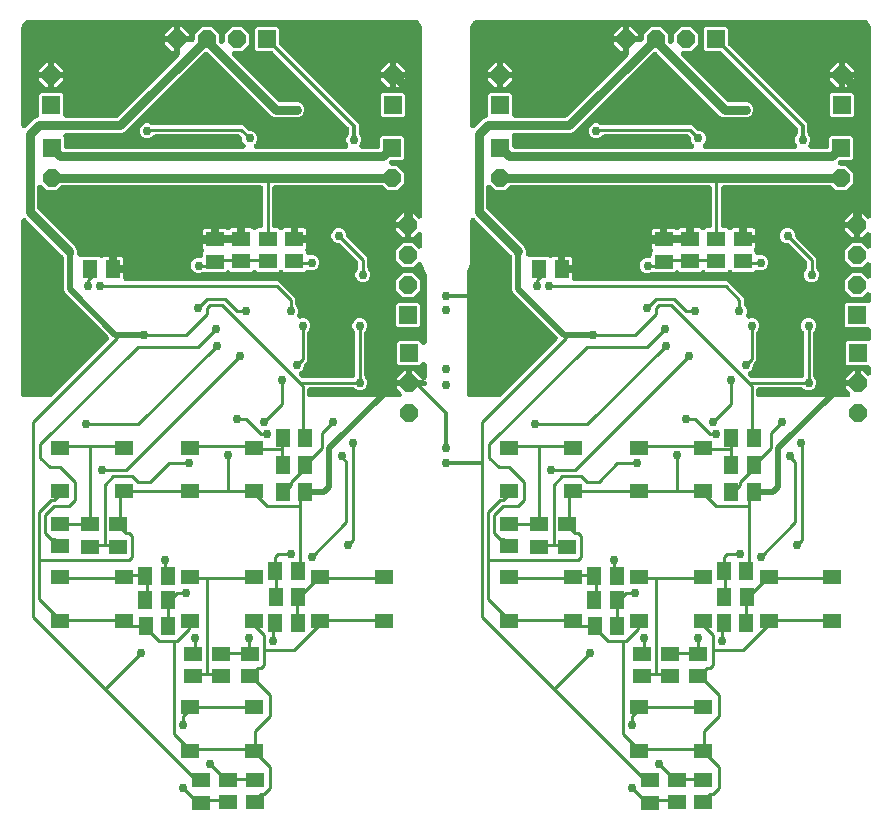
<source format=gbr>
G04 EAGLE Gerber RS-274X export*
G75*
%MOMM*%
%FSLAX34Y34*%
%LPD*%
%INTop Copper*%
%IPPOS*%
%AMOC8*
5,1,8,0,0,1.08239X$1,22.5*%
G01*
%ADD10R,1.300000X1.500000*%
%ADD11R,1.524000X1.524000*%
%ADD12P,1.649562X8X292.500000*%
%ADD13P,1.649562X8X112.500000*%
%ADD14R,1.550000X1.200000*%
%ADD15R,1.500000X1.300000*%
%ADD16P,1.649562X8X202.500000*%
%ADD17R,1.300000X1.600000*%
%ADD18C,0.254000*%
%ADD19C,0.756400*%
%ADD20C,0.508000*%
%ADD21C,0.762000*%
%ADD22C,0.304800*%

G36*
X329881Y365872D02*
X329881Y365872D01*
X330011Y365874D01*
X330105Y365892D01*
X330200Y365901D01*
X330326Y365935D01*
X330453Y365960D01*
X330542Y365994D01*
X330634Y366019D01*
X330752Y366075D01*
X330873Y366122D01*
X330955Y366172D01*
X331041Y366213D01*
X331147Y366288D01*
X331258Y366356D01*
X331329Y366419D01*
X331407Y366475D01*
X331498Y366568D01*
X331595Y366654D01*
X331655Y366729D01*
X331721Y366797D01*
X331794Y366905D01*
X331875Y367007D01*
X331920Y367091D01*
X331973Y367170D01*
X332026Y367289D01*
X332087Y367404D01*
X332117Y367495D01*
X332156Y367582D01*
X332186Y367709D01*
X332226Y367832D01*
X332240Y367927D01*
X332262Y368020D01*
X332270Y368149D01*
X332288Y368278D01*
X332284Y368374D01*
X332290Y368469D01*
X332275Y368598D01*
X332270Y368728D01*
X332249Y368821D01*
X332238Y368916D01*
X332200Y369041D01*
X332172Y369168D01*
X332135Y369256D01*
X332107Y369347D01*
X332048Y369463D01*
X331998Y369583D01*
X331946Y369663D01*
X331903Y369749D01*
X331825Y369852D01*
X331754Y369961D01*
X331668Y370059D01*
X331631Y370107D01*
X331598Y370138D01*
X331547Y370196D01*
X328213Y373529D01*
X328213Y375199D01*
X338374Y375199D01*
X351000Y375199D01*
X351035Y375202D01*
X351069Y375200D01*
X351258Y375222D01*
X351449Y375238D01*
X351482Y375248D01*
X351516Y375252D01*
X351699Y375307D01*
X351883Y375357D01*
X351914Y375372D01*
X351947Y375382D01*
X352118Y375469D01*
X352290Y375550D01*
X352318Y375571D01*
X352349Y375586D01*
X352501Y375701D01*
X352656Y375813D01*
X352680Y375837D01*
X352707Y375858D01*
X352836Y375998D01*
X352970Y376135D01*
X352989Y376164D01*
X353013Y376189D01*
X353115Y376350D01*
X353222Y376508D01*
X353236Y376540D01*
X353254Y376569D01*
X353327Y376746D01*
X353404Y376920D01*
X353412Y376954D01*
X353425Y376986D01*
X353465Y377172D01*
X353511Y377357D01*
X353513Y377392D01*
X353520Y377426D01*
X353539Y377738D01*
X353536Y377773D01*
X353538Y377807D01*
X353516Y377997D01*
X353499Y378187D01*
X353490Y378220D01*
X353486Y378254D01*
X353431Y378437D01*
X353381Y378621D01*
X353366Y378652D01*
X353356Y378685D01*
X353269Y378856D01*
X353187Y379028D01*
X353167Y379056D01*
X353152Y379087D01*
X353036Y379239D01*
X352925Y379394D01*
X352900Y379418D01*
X352880Y379445D01*
X352740Y379575D01*
X352603Y379708D01*
X352574Y379727D01*
X352548Y379751D01*
X352387Y379853D01*
X352230Y379960D01*
X352198Y379974D01*
X352169Y379992D01*
X351992Y380065D01*
X351818Y380142D01*
X351784Y380150D01*
X351752Y380163D01*
X351565Y380204D01*
X351380Y380249D01*
X351346Y380251D01*
X351312Y380258D01*
X351000Y380277D01*
X340913Y380277D01*
X340913Y387899D01*
X342583Y387899D01*
X349204Y381277D01*
X349304Y381193D01*
X349397Y381103D01*
X349477Y381049D01*
X349550Y380988D01*
X349663Y380924D01*
X349770Y380851D01*
X349858Y380812D01*
X349941Y380765D01*
X350063Y380721D01*
X350182Y380668D01*
X350275Y380646D01*
X350365Y380614D01*
X350494Y380593D01*
X350620Y380562D01*
X350715Y380556D01*
X350809Y380540D01*
X350940Y380542D01*
X351069Y380534D01*
X351164Y380545D01*
X351260Y380546D01*
X351387Y380571D01*
X351516Y380586D01*
X351608Y380614D01*
X351702Y380632D01*
X351823Y380679D01*
X351947Y380717D01*
X352032Y380760D01*
X352122Y380794D01*
X352233Y380862D01*
X352349Y380921D01*
X352425Y380979D01*
X352506Y381028D01*
X352604Y381114D01*
X352707Y381193D01*
X352772Y381263D01*
X352844Y381326D01*
X352924Y381428D01*
X353013Y381524D01*
X353064Y381605D01*
X353123Y381680D01*
X353184Y381794D01*
X353254Y381904D01*
X353291Y381992D01*
X353336Y382076D01*
X353376Y382200D01*
X353425Y382320D01*
X353445Y382414D01*
X353475Y382505D01*
X353493Y382633D01*
X353520Y382761D01*
X353528Y382890D01*
X353536Y382951D01*
X353535Y382996D01*
X353539Y383072D01*
X353539Y393340D01*
X353528Y393469D01*
X353526Y393599D01*
X353508Y393693D01*
X353499Y393788D01*
X353465Y393914D01*
X353440Y394041D01*
X353406Y394131D01*
X353381Y394223D01*
X353325Y394340D01*
X353278Y394461D01*
X353228Y394543D01*
X353187Y394629D01*
X353112Y394735D01*
X353044Y394846D01*
X352981Y394918D01*
X352925Y394995D01*
X352832Y395086D01*
X352746Y395184D01*
X352671Y395243D01*
X352603Y395309D01*
X352495Y395382D01*
X352393Y395463D01*
X352309Y395508D01*
X352230Y395562D01*
X352111Y395614D01*
X351996Y395676D01*
X351905Y395705D01*
X351818Y395744D01*
X351691Y395775D01*
X351568Y395815D01*
X351473Y395828D01*
X351380Y395850D01*
X351251Y395858D01*
X351122Y395876D01*
X351026Y395872D01*
X350931Y395878D01*
X350802Y395863D01*
X350672Y395858D01*
X350579Y395837D01*
X350484Y395826D01*
X350359Y395788D01*
X350232Y395760D01*
X350144Y395723D01*
X350053Y395696D01*
X349937Y395637D01*
X349817Y395587D01*
X349736Y395535D01*
X349651Y395491D01*
X349548Y395413D01*
X349439Y395342D01*
X349341Y395256D01*
X349293Y395219D01*
X349262Y395187D01*
X349204Y395135D01*
X347046Y392977D01*
X329702Y392977D01*
X328213Y394466D01*
X328213Y411810D01*
X329702Y413299D01*
X347046Y413299D01*
X349204Y411141D01*
X349304Y411057D01*
X349397Y410967D01*
X349477Y410913D01*
X349550Y410852D01*
X349663Y410787D01*
X349770Y410714D01*
X349858Y410676D01*
X349941Y410628D01*
X350063Y410585D01*
X350182Y410532D01*
X350275Y410510D01*
X350365Y410478D01*
X350494Y410456D01*
X350620Y410426D01*
X350715Y410420D01*
X350809Y410404D01*
X350940Y410406D01*
X351069Y410398D01*
X351164Y410409D01*
X351260Y410410D01*
X351387Y410435D01*
X351516Y410450D01*
X351608Y410478D01*
X351702Y410496D01*
X351823Y410543D01*
X351947Y410580D01*
X352032Y410624D01*
X352122Y410658D01*
X352233Y410726D01*
X352349Y410785D01*
X352425Y410842D01*
X352506Y410892D01*
X352604Y410978D01*
X352707Y411057D01*
X352772Y411127D01*
X352844Y411190D01*
X352924Y411292D01*
X353013Y411388D01*
X353064Y411469D01*
X353123Y411543D01*
X353184Y411658D01*
X353254Y411768D01*
X353291Y411856D01*
X353336Y411940D01*
X353376Y412064D01*
X353425Y412184D01*
X353445Y412278D01*
X353475Y412368D01*
X353493Y412497D01*
X353520Y412624D01*
X353528Y412754D01*
X353536Y412814D01*
X353535Y412859D01*
X353539Y412936D01*
X353539Y469741D01*
X353525Y469905D01*
X353518Y470069D01*
X353505Y470128D01*
X353499Y470189D01*
X353456Y470349D01*
X353420Y470509D01*
X353397Y470565D01*
X353381Y470624D01*
X353310Y470772D01*
X353247Y470924D01*
X353214Y470975D01*
X353187Y471030D01*
X353092Y471164D01*
X353002Y471302D01*
X352951Y471360D01*
X352925Y471396D01*
X352882Y471439D01*
X352795Y471536D01*
X352714Y471618D01*
X349678Y478947D01*
X349640Y479020D01*
X349610Y479097D01*
X349536Y479220D01*
X349469Y479346D01*
X349419Y479412D01*
X349376Y479482D01*
X349281Y479589D01*
X349194Y479702D01*
X349133Y479758D01*
X349078Y479819D01*
X348966Y479908D01*
X348860Y480004D01*
X348789Y480048D01*
X348725Y480099D01*
X348599Y480166D01*
X348477Y480242D01*
X348401Y480272D01*
X348328Y480311D01*
X348192Y480356D01*
X348059Y480409D01*
X347978Y480425D01*
X347900Y480451D01*
X347758Y480470D01*
X347618Y480499D01*
X347536Y480501D01*
X347454Y480512D01*
X347310Y480506D01*
X347168Y480510D01*
X347086Y480497D01*
X347004Y480494D01*
X346864Y480462D01*
X346723Y480441D01*
X346645Y480414D01*
X346564Y480396D01*
X346432Y480341D01*
X346297Y480294D01*
X346225Y480254D01*
X346149Y480222D01*
X346029Y480145D01*
X345904Y480075D01*
X345840Y480023D01*
X345771Y479978D01*
X345586Y479815D01*
X345555Y479790D01*
X345548Y479782D01*
X345537Y479771D01*
X341743Y475977D01*
X333325Y475977D01*
X327373Y481929D01*
X327373Y490347D01*
X333325Y496299D01*
X341743Y496299D01*
X345454Y492587D01*
X345554Y492504D01*
X345647Y492413D01*
X345727Y492359D01*
X345800Y492298D01*
X345913Y492234D01*
X346020Y492161D01*
X346108Y492122D01*
X346191Y492075D01*
X346313Y492031D01*
X346432Y491978D01*
X346525Y491956D01*
X346615Y491924D01*
X346743Y491903D01*
X346870Y491872D01*
X346965Y491866D01*
X347059Y491850D01*
X347189Y491852D01*
X347319Y491844D01*
X347414Y491855D01*
X347510Y491856D01*
X347637Y491881D01*
X347766Y491896D01*
X347858Y491924D01*
X347952Y491942D01*
X348073Y491989D01*
X348197Y492026D01*
X348282Y492070D01*
X348372Y492104D01*
X348483Y492172D01*
X348599Y492231D01*
X348675Y492289D01*
X348756Y492338D01*
X348854Y492424D01*
X348957Y492503D01*
X349022Y492573D01*
X349094Y492636D01*
X349174Y492738D01*
X349263Y492834D01*
X349314Y492915D01*
X349373Y492989D01*
X349434Y493104D01*
X349504Y493214D01*
X349541Y493302D01*
X349586Y493386D01*
X349626Y493510D01*
X349675Y493630D01*
X349695Y493724D01*
X349725Y493815D01*
X349743Y493943D01*
X349770Y494071D01*
X349778Y494200D01*
X349786Y494261D01*
X349785Y494306D01*
X349789Y494382D01*
X349789Y503294D01*
X349778Y503423D01*
X349776Y503553D01*
X349758Y503647D01*
X349749Y503742D01*
X349715Y503868D01*
X349690Y503995D01*
X349656Y504084D01*
X349631Y504176D01*
X349575Y504294D01*
X349528Y504415D01*
X349478Y504497D01*
X349437Y504583D01*
X349362Y504689D01*
X349294Y504800D01*
X349231Y504871D01*
X349175Y504949D01*
X349082Y505040D01*
X348996Y505137D01*
X348921Y505197D01*
X348853Y505263D01*
X348745Y505336D01*
X348643Y505417D01*
X348559Y505462D01*
X348480Y505515D01*
X348361Y505568D01*
X348246Y505629D01*
X348155Y505659D01*
X348068Y505698D01*
X347941Y505728D01*
X347818Y505769D01*
X347723Y505782D01*
X347630Y505804D01*
X347501Y505812D01*
X347372Y505830D01*
X347276Y505826D01*
X347181Y505832D01*
X347052Y505817D01*
X346922Y505812D01*
X346829Y505791D01*
X346734Y505780D01*
X346609Y505742D01*
X346482Y505714D01*
X346394Y505677D01*
X346303Y505650D01*
X346187Y505590D01*
X346067Y505540D01*
X345987Y505489D01*
X345901Y505445D01*
X345798Y505367D01*
X345689Y505296D01*
X345591Y505210D01*
X345543Y505173D01*
X345512Y505140D01*
X345454Y505089D01*
X341743Y501377D01*
X340073Y501377D01*
X340073Y511538D01*
X340073Y521699D01*
X341743Y521699D01*
X345454Y517987D01*
X345554Y517904D01*
X345647Y517813D01*
X345727Y517759D01*
X345800Y517698D01*
X345913Y517634D01*
X346020Y517561D01*
X346108Y517522D01*
X346191Y517475D01*
X346313Y517431D01*
X346432Y517378D01*
X346525Y517356D01*
X346615Y517324D01*
X346743Y517303D01*
X346870Y517272D01*
X346965Y517266D01*
X347059Y517250D01*
X347189Y517252D01*
X347319Y517244D01*
X347414Y517255D01*
X347510Y517256D01*
X347637Y517281D01*
X347766Y517296D01*
X347858Y517324D01*
X347952Y517342D01*
X348073Y517389D01*
X348197Y517426D01*
X348282Y517470D01*
X348372Y517504D01*
X348483Y517572D01*
X348599Y517631D01*
X348675Y517689D01*
X348756Y517738D01*
X348854Y517824D01*
X348957Y517903D01*
X349022Y517973D01*
X349094Y518036D01*
X349174Y518138D01*
X349263Y518234D01*
X349314Y518315D01*
X349373Y518389D01*
X349434Y518504D01*
X349504Y518614D01*
X349541Y518702D01*
X349586Y518786D01*
X349626Y518910D01*
X349675Y519030D01*
X349695Y519124D01*
X349725Y519215D01*
X349743Y519343D01*
X349770Y519471D01*
X349778Y519600D01*
X349786Y519661D01*
X349785Y519706D01*
X349789Y519782D01*
X349789Y677500D01*
X349784Y677562D01*
X349781Y677699D01*
X349692Y678833D01*
X349668Y678974D01*
X349654Y679116D01*
X349627Y679222D01*
X349617Y679277D01*
X349600Y679326D01*
X349576Y679419D01*
X348875Y681576D01*
X348868Y681592D01*
X348864Y681608D01*
X348840Y681662D01*
X348836Y681675D01*
X348822Y681703D01*
X348780Y681798D01*
X348698Y681990D01*
X348689Y682005D01*
X348682Y682020D01*
X348514Y682284D01*
X347181Y684119D01*
X347169Y684132D01*
X347160Y684146D01*
X347023Y684300D01*
X346885Y684458D01*
X346871Y684469D01*
X346860Y684482D01*
X346619Y684681D01*
X345967Y685154D01*
X345804Y685252D01*
X345643Y685354D01*
X345611Y685368D01*
X345581Y685386D01*
X345402Y685453D01*
X345227Y685525D01*
X345193Y685533D01*
X345160Y685545D01*
X344973Y685580D01*
X344786Y685620D01*
X344744Y685623D01*
X344717Y685628D01*
X344656Y685628D01*
X344475Y685639D01*
X15525Y685639D01*
X15335Y685622D01*
X15146Y685611D01*
X15112Y685602D01*
X15077Y685599D01*
X14893Y685549D01*
X14708Y685504D01*
X14676Y685490D01*
X14643Y685481D01*
X14471Y685399D01*
X14296Y685322D01*
X14260Y685299D01*
X14236Y685287D01*
X14187Y685252D01*
X14033Y685154D01*
X13381Y684681D01*
X13368Y684669D01*
X13354Y684660D01*
X13198Y684521D01*
X13042Y684385D01*
X13031Y684371D01*
X13018Y684360D01*
X12819Y684119D01*
X11486Y682284D01*
X11477Y682269D01*
X11466Y682256D01*
X11361Y682075D01*
X11255Y681897D01*
X11249Y681882D01*
X11240Y681867D01*
X11125Y681576D01*
X10424Y679419D01*
X10392Y679279D01*
X10351Y679143D01*
X10336Y679035D01*
X10324Y678980D01*
X10321Y678928D01*
X10308Y678833D01*
X10219Y677699D01*
X10219Y677637D01*
X10211Y677500D01*
X10211Y596522D01*
X10222Y596393D01*
X10224Y596263D01*
X10242Y596169D01*
X10251Y596074D01*
X10285Y595948D01*
X10310Y595821D01*
X10344Y595731D01*
X10369Y595639D01*
X10425Y595522D01*
X10472Y595401D01*
X10522Y595319D01*
X10563Y595233D01*
X10638Y595127D01*
X10706Y595016D01*
X10769Y594944D01*
X10825Y594867D01*
X10918Y594776D01*
X11004Y594679D01*
X11079Y594619D01*
X11147Y594553D01*
X11255Y594480D01*
X11357Y594399D01*
X11441Y594354D01*
X11520Y594301D01*
X11639Y594248D01*
X11754Y594187D01*
X11845Y594157D01*
X11932Y594118D01*
X12059Y594088D01*
X12182Y594047D01*
X12277Y594034D01*
X12370Y594012D01*
X12499Y594004D01*
X12628Y593986D01*
X12724Y593990D01*
X12819Y593984D01*
X12948Y593999D01*
X13078Y594004D01*
X13171Y594025D01*
X13266Y594036D01*
X13391Y594074D01*
X13518Y594102D01*
X13606Y594139D01*
X13697Y594166D01*
X13813Y594225D01*
X13933Y594276D01*
X14013Y594327D01*
X14099Y594371D01*
X14202Y594449D01*
X14311Y594520D01*
X14409Y594606D01*
X14457Y594643D01*
X14488Y594676D01*
X14546Y594727D01*
X21403Y601584D01*
X23972Y602648D01*
X24160Y602746D01*
X24349Y602842D01*
X24359Y602850D01*
X24371Y602857D01*
X24540Y602987D01*
X24707Y603114D01*
X24716Y603124D01*
X24727Y603132D01*
X24869Y603290D01*
X25013Y603446D01*
X25020Y603457D01*
X25028Y603467D01*
X25140Y603645D01*
X25254Y603825D01*
X25259Y603838D01*
X25266Y603849D01*
X25345Y604046D01*
X25425Y604242D01*
X25428Y604255D01*
X25433Y604267D01*
X25476Y604475D01*
X25520Y604682D01*
X25521Y604698D01*
X25523Y604708D01*
X25524Y604748D01*
X25539Y604994D01*
X25539Y622072D01*
X27028Y623561D01*
X44372Y623561D01*
X45861Y622072D01*
X45861Y605090D01*
X45864Y605055D01*
X45862Y605021D01*
X45884Y604832D01*
X45901Y604641D01*
X45910Y604608D01*
X45914Y604574D01*
X45969Y604391D01*
X46019Y604207D01*
X46034Y604176D01*
X46044Y604143D01*
X46131Y603972D01*
X46213Y603800D01*
X46233Y603772D01*
X46248Y603741D01*
X46364Y603589D01*
X46475Y603434D01*
X46500Y603410D01*
X46520Y603383D01*
X46660Y603254D01*
X46797Y603120D01*
X46826Y603101D01*
X46852Y603077D01*
X47013Y602975D01*
X47170Y602868D01*
X47202Y602854D01*
X47231Y602836D01*
X47408Y602763D01*
X47582Y602686D01*
X47616Y602678D01*
X47648Y602665D01*
X47835Y602625D01*
X48020Y602579D01*
X48054Y602577D01*
X48088Y602570D01*
X48400Y602551D01*
X90318Y602551D01*
X90481Y602565D01*
X90646Y602572D01*
X90705Y602585D01*
X90766Y602591D01*
X90925Y602634D01*
X91085Y602670D01*
X91142Y602693D01*
X91201Y602709D01*
X91349Y602780D01*
X91501Y602843D01*
X91552Y602876D01*
X91607Y602903D01*
X91741Y602998D01*
X91879Y603088D01*
X91937Y603139D01*
X91973Y603165D01*
X92016Y603208D01*
X92113Y603294D01*
X143823Y655004D01*
X143907Y655104D01*
X143997Y655197D01*
X144051Y655277D01*
X144112Y655350D01*
X144177Y655463D01*
X144249Y655570D01*
X144288Y655658D01*
X144335Y655741D01*
X144379Y655863D01*
X144432Y655982D01*
X144454Y656075D01*
X144486Y656165D01*
X144508Y656294D01*
X144538Y656420D01*
X144544Y656515D01*
X144560Y656609D01*
X144558Y656740D01*
X144566Y656869D01*
X144555Y656964D01*
X144554Y657060D01*
X144529Y657187D01*
X144514Y657316D01*
X144486Y657408D01*
X144468Y657502D01*
X144439Y657576D01*
X144439Y666961D01*
X153814Y666961D01*
X153909Y666937D01*
X154032Y666897D01*
X154127Y666884D01*
X154220Y666862D01*
X154349Y666854D01*
X154478Y666836D01*
X154574Y666840D01*
X154669Y666834D01*
X154798Y666849D01*
X154928Y666854D01*
X155021Y666875D01*
X155116Y666886D01*
X155241Y666924D01*
X155368Y666952D01*
X155456Y666989D01*
X155547Y667016D01*
X155663Y667075D01*
X155783Y667125D01*
X155864Y667177D01*
X155948Y667221D01*
X156052Y667299D01*
X156161Y667370D01*
X156259Y667456D01*
X156307Y667493D01*
X156338Y667526D01*
X156395Y667577D01*
X156396Y667577D01*
X156501Y667703D01*
X156613Y667824D01*
X156645Y667875D01*
X156684Y667922D01*
X156766Y668065D01*
X156854Y668204D01*
X156878Y668260D01*
X156908Y668313D01*
X156963Y668468D01*
X157025Y668620D01*
X157038Y668680D01*
X157059Y668737D01*
X157085Y668900D01*
X157120Y669060D01*
X157125Y669137D01*
X157132Y669182D01*
X157131Y669243D01*
X157139Y669372D01*
X157139Y673709D01*
X163091Y679661D01*
X171509Y679661D01*
X177461Y673709D01*
X177461Y667792D01*
X177479Y667586D01*
X177494Y667380D01*
X177499Y667362D01*
X177501Y667344D01*
X177555Y667144D01*
X177607Y666944D01*
X177615Y666924D01*
X177619Y666909D01*
X177640Y666866D01*
X177729Y666657D01*
X177775Y666582D01*
X177813Y666503D01*
X177835Y666471D01*
X177893Y666391D01*
X177965Y666273D01*
X178024Y666208D01*
X178075Y666137D01*
X178174Y666040D01*
X178265Y665938D01*
X178334Y665884D01*
X178397Y665823D01*
X178512Y665745D01*
X178620Y665661D01*
X178698Y665620D01*
X178770Y665571D01*
X178897Y665515D01*
X179018Y665450D01*
X179102Y665424D01*
X179182Y665388D01*
X179316Y665356D01*
X179447Y665314D01*
X179535Y665302D01*
X179620Y665282D01*
X179757Y665273D01*
X179894Y665255D01*
X179982Y665259D01*
X180069Y665254D01*
X180206Y665270D01*
X180344Y665276D01*
X180429Y665296D01*
X180516Y665306D01*
X180648Y665346D01*
X180783Y665377D01*
X180863Y665411D01*
X180947Y665436D01*
X181070Y665499D01*
X181197Y665553D01*
X181270Y665601D01*
X181349Y665641D01*
X181459Y665724D01*
X181574Y665799D01*
X181637Y665860D01*
X181707Y665913D01*
X181801Y666014D01*
X181901Y666109D01*
X181953Y666179D01*
X182013Y666244D01*
X182087Y666360D01*
X182168Y666471D01*
X182207Y666550D01*
X182254Y666624D01*
X182307Y666751D01*
X182368Y666875D01*
X182392Y666959D01*
X182425Y667040D01*
X182454Y667175D01*
X182493Y667307D01*
X182502Y667394D01*
X182520Y667480D01*
X182534Y667708D01*
X182539Y667755D01*
X182538Y667770D01*
X182539Y667792D01*
X182539Y673709D01*
X188491Y679661D01*
X196909Y679661D01*
X202861Y673709D01*
X202861Y665291D01*
X196909Y659339D01*
X190992Y659339D01*
X190863Y659328D01*
X190733Y659326D01*
X190639Y659308D01*
X190544Y659299D01*
X190418Y659265D01*
X190291Y659240D01*
X190201Y659206D01*
X190109Y659181D01*
X189992Y659125D01*
X189871Y659078D01*
X189789Y659028D01*
X189703Y658987D01*
X189597Y658912D01*
X189486Y658844D01*
X189414Y658781D01*
X189337Y658725D01*
X189246Y658632D01*
X189149Y658546D01*
X189089Y658471D01*
X189023Y658403D01*
X188950Y658295D01*
X188869Y658193D01*
X188824Y658109D01*
X188771Y658030D01*
X188718Y657911D01*
X188657Y657796D01*
X188627Y657705D01*
X188588Y657618D01*
X188558Y657491D01*
X188517Y657368D01*
X188504Y657273D01*
X188482Y657180D01*
X188474Y657051D01*
X188456Y656922D01*
X188460Y656826D01*
X188454Y656731D01*
X188469Y656602D01*
X188474Y656472D01*
X188495Y656379D01*
X188506Y656284D01*
X188544Y656159D01*
X188572Y656032D01*
X188609Y655944D01*
X188636Y655853D01*
X188695Y655737D01*
X188746Y655617D01*
X188797Y655536D01*
X188841Y655451D01*
X188919Y655348D01*
X188990Y655239D01*
X189076Y655141D01*
X189113Y655093D01*
X189146Y655062D01*
X189197Y655004D01*
X227647Y616554D01*
X227773Y616449D01*
X227894Y616337D01*
X227945Y616305D01*
X227992Y616266D01*
X228135Y616184D01*
X228274Y616096D01*
X228330Y616072D01*
X228383Y616042D01*
X228538Y615987D01*
X228690Y615925D01*
X228750Y615912D01*
X228807Y615891D01*
X228970Y615865D01*
X229130Y615830D01*
X229207Y615825D01*
X229252Y615818D01*
X229313Y615819D01*
X229442Y615811D01*
X244803Y615811D01*
X247137Y614844D01*
X248924Y613057D01*
X249891Y610723D01*
X249891Y608197D01*
X248924Y605863D01*
X247137Y604076D01*
X244803Y603109D01*
X224497Y603109D01*
X222163Y604076D01*
X168306Y657933D01*
X168279Y657956D01*
X168256Y657981D01*
X168107Y658099D01*
X167960Y658222D01*
X167930Y658239D01*
X167903Y658261D01*
X167735Y658351D01*
X167569Y658445D01*
X167537Y658457D01*
X167506Y658473D01*
X167325Y658532D01*
X167145Y658596D01*
X167111Y658602D01*
X167078Y658613D01*
X166889Y658639D01*
X166701Y658670D01*
X166666Y658669D01*
X166632Y658674D01*
X166441Y658666D01*
X166250Y658664D01*
X166216Y658657D01*
X166182Y658656D01*
X165996Y658614D01*
X165808Y658578D01*
X165776Y658566D01*
X165742Y658558D01*
X165566Y658485D01*
X165388Y658416D01*
X165359Y658398D01*
X165327Y658384D01*
X165167Y658281D01*
X165004Y658182D01*
X164978Y658159D01*
X164949Y658140D01*
X164714Y657933D01*
X99741Y592960D01*
X97597Y590816D01*
X95263Y589849D01*
X48314Y589849D01*
X48185Y589838D01*
X48054Y589836D01*
X47961Y589818D01*
X47866Y589809D01*
X47740Y589775D01*
X47612Y589750D01*
X47523Y589716D01*
X47431Y589691D01*
X47314Y589635D01*
X47192Y589588D01*
X47111Y589538D01*
X47025Y589497D01*
X46919Y589422D01*
X46808Y589354D01*
X46736Y589291D01*
X46659Y589235D01*
X46568Y589142D01*
X46470Y589056D01*
X46411Y588981D01*
X46345Y588913D01*
X46272Y588805D01*
X46191Y588703D01*
X46146Y588619D01*
X46092Y588540D01*
X46040Y588421D01*
X45978Y588306D01*
X45949Y588215D01*
X45910Y588128D01*
X45879Y588001D01*
X45839Y587878D01*
X45826Y587783D01*
X45804Y587690D01*
X45796Y587561D01*
X45778Y587432D01*
X45782Y587336D01*
X45776Y587241D01*
X45791Y587112D01*
X45796Y586982D01*
X45817Y586889D01*
X45828Y586794D01*
X45866Y586669D01*
X45894Y586542D01*
X45931Y586454D01*
X45958Y586363D01*
X46017Y586247D01*
X46061Y586143D01*
X46061Y578790D01*
X46064Y578755D01*
X46062Y578721D01*
X46084Y578532D01*
X46101Y578341D01*
X46110Y578308D01*
X46114Y578274D01*
X46169Y578091D01*
X46219Y577907D01*
X46234Y577876D01*
X46244Y577843D01*
X46331Y577672D01*
X46413Y577500D01*
X46433Y577472D01*
X46448Y577441D01*
X46564Y577289D01*
X46675Y577134D01*
X46700Y577110D01*
X46720Y577083D01*
X46860Y576954D01*
X46997Y576820D01*
X47026Y576801D01*
X47052Y576777D01*
X47213Y576675D01*
X47370Y576568D01*
X47402Y576554D01*
X47431Y576536D01*
X47608Y576463D01*
X47782Y576386D01*
X47816Y576378D01*
X47848Y576365D01*
X48035Y576325D01*
X48220Y576279D01*
X48254Y576277D01*
X48288Y576270D01*
X48600Y576251D01*
X197577Y576251D01*
X197707Y576262D01*
X197837Y576264D01*
X197930Y576282D01*
X198026Y576291D01*
X198151Y576325D01*
X198279Y576350D01*
X198368Y576384D01*
X198460Y576409D01*
X198578Y576465D01*
X198699Y576512D01*
X198781Y576562D01*
X198867Y576603D01*
X198972Y576678D01*
X199084Y576746D01*
X199155Y576809D01*
X199233Y576865D01*
X199324Y576958D01*
X199421Y577044D01*
X199480Y577119D01*
X199547Y577187D01*
X199620Y577295D01*
X199700Y577397D01*
X199746Y577481D01*
X199799Y577560D01*
X199852Y577679D01*
X199913Y577794D01*
X199943Y577885D01*
X199981Y577972D01*
X200012Y578099D01*
X200052Y578222D01*
X200065Y578317D01*
X200088Y578410D01*
X200096Y578539D01*
X200114Y578668D01*
X200110Y578764D01*
X200116Y578859D01*
X200101Y578988D01*
X200095Y579118D01*
X200075Y579211D01*
X200064Y579306D01*
X200026Y579431D01*
X199998Y579558D01*
X199961Y579646D01*
X199933Y579737D01*
X199874Y579853D01*
X199824Y579973D01*
X199772Y580053D01*
X199729Y580139D01*
X199650Y580242D01*
X199580Y580351D01*
X199494Y580449D01*
X199457Y580497D01*
X199424Y580528D01*
X199373Y580586D01*
X198240Y581718D01*
X197277Y584042D01*
X197277Y585182D01*
X197263Y585345D01*
X197256Y585510D01*
X197243Y585569D01*
X197237Y585630D01*
X197194Y585789D01*
X197158Y585949D01*
X197135Y586006D01*
X197119Y586065D01*
X197048Y586213D01*
X196985Y586365D01*
X196952Y586416D01*
X196925Y586471D01*
X196830Y586605D01*
X196740Y586743D01*
X196689Y586801D01*
X196663Y586837D01*
X196620Y586880D01*
X196534Y586977D01*
X195665Y587846D01*
X195539Y587951D01*
X195418Y588063D01*
X195367Y588095D01*
X195320Y588134D01*
X195177Y588216D01*
X195038Y588304D01*
X194982Y588328D01*
X194929Y588358D01*
X194774Y588413D01*
X194622Y588475D01*
X194562Y588488D01*
X194505Y588509D01*
X194342Y588535D01*
X194182Y588570D01*
X194105Y588575D01*
X194060Y588582D01*
X193999Y588581D01*
X193870Y588589D01*
X123781Y588589D01*
X123617Y588575D01*
X123453Y588568D01*
X123393Y588555D01*
X123332Y588549D01*
X123173Y588506D01*
X123013Y588470D01*
X122957Y588447D01*
X122898Y588431D01*
X122750Y588360D01*
X122598Y588297D01*
X122546Y588264D01*
X122491Y588237D01*
X122358Y588142D01*
X122219Y588052D01*
X122162Y588001D01*
X122125Y587975D01*
X122083Y587932D01*
X121985Y587846D01*
X120402Y586262D01*
X118078Y585299D01*
X115562Y585299D01*
X113238Y586262D01*
X111460Y588040D01*
X110497Y590364D01*
X110497Y592880D01*
X111460Y595204D01*
X113238Y596982D01*
X115562Y597945D01*
X118078Y597945D01*
X120402Y596982D01*
X120429Y596954D01*
X120556Y596849D01*
X120676Y596737D01*
X120728Y596705D01*
X120775Y596666D01*
X120917Y596584D01*
X121056Y596496D01*
X121113Y596472D01*
X121166Y596442D01*
X121320Y596387D01*
X121473Y596325D01*
X121532Y596312D01*
X121590Y596291D01*
X121752Y596265D01*
X121913Y596230D01*
X121990Y596225D01*
X122034Y596218D01*
X122095Y596219D01*
X122225Y596211D01*
X197258Y596211D01*
X198659Y595631D01*
X201923Y592366D01*
X202049Y592261D01*
X202170Y592149D01*
X202221Y592117D01*
X202268Y592078D01*
X202411Y591996D01*
X202550Y591908D01*
X202606Y591884D01*
X202659Y591854D01*
X202814Y591799D01*
X202966Y591737D01*
X203026Y591724D01*
X203083Y591703D01*
X203246Y591677D01*
X203406Y591642D01*
X203483Y591637D01*
X203528Y591630D01*
X203589Y591631D01*
X203718Y591623D01*
X204858Y591623D01*
X207182Y590660D01*
X208960Y588882D01*
X209923Y586558D01*
X209923Y584042D01*
X208960Y581718D01*
X207827Y580586D01*
X207744Y580486D01*
X207653Y580393D01*
X207600Y580313D01*
X207538Y580240D01*
X207474Y580127D01*
X207401Y580020D01*
X207362Y579932D01*
X207315Y579849D01*
X207271Y579727D01*
X207219Y579608D01*
X207196Y579515D01*
X207164Y579425D01*
X207143Y579297D01*
X207112Y579170D01*
X207106Y579075D01*
X207091Y578981D01*
X207092Y578851D01*
X207084Y578721D01*
X207095Y578626D01*
X207097Y578530D01*
X207121Y578403D01*
X207136Y578274D01*
X207164Y578182D01*
X207182Y578088D01*
X207229Y577967D01*
X207267Y577843D01*
X207310Y577757D01*
X207345Y577668D01*
X207412Y577557D01*
X207471Y577441D01*
X207529Y577365D01*
X207578Y577284D01*
X207665Y577186D01*
X207743Y577083D01*
X207813Y577018D01*
X207877Y576946D01*
X207979Y576866D01*
X208074Y576777D01*
X208155Y576726D01*
X208230Y576667D01*
X208344Y576605D01*
X208454Y576536D01*
X208542Y576499D01*
X208627Y576454D01*
X208750Y576414D01*
X208871Y576365D01*
X208964Y576345D01*
X209055Y576315D01*
X209183Y576297D01*
X209311Y576270D01*
X209441Y576262D01*
X209501Y576254D01*
X209546Y576255D01*
X209623Y576251D01*
X284537Y576251D01*
X284667Y576262D01*
X284797Y576264D01*
X284891Y576282D01*
X284986Y576291D01*
X285111Y576325D01*
X285239Y576350D01*
X285328Y576384D01*
X285420Y576409D01*
X285537Y576465D01*
X285659Y576512D01*
X285741Y576562D01*
X285827Y576603D01*
X285932Y576678D01*
X286044Y576746D01*
X286115Y576809D01*
X286193Y576865D01*
X286284Y576958D01*
X286381Y577044D01*
X286440Y577119D01*
X286507Y577187D01*
X286580Y577295D01*
X286660Y577397D01*
X286706Y577481D01*
X286759Y577560D01*
X286812Y577679D01*
X286873Y577794D01*
X286903Y577885D01*
X286941Y577972D01*
X286972Y578099D01*
X287012Y578222D01*
X287025Y578317D01*
X287048Y578410D01*
X287056Y578539D01*
X287074Y578668D01*
X287070Y578764D01*
X287076Y578859D01*
X287061Y578988D01*
X287055Y579118D01*
X287035Y579211D01*
X287024Y579306D01*
X286986Y579431D01*
X286958Y579558D01*
X286921Y579646D01*
X286893Y579737D01*
X286834Y579853D01*
X286784Y579973D01*
X286732Y580053D01*
X286689Y580139D01*
X286610Y580242D01*
X286540Y580351D01*
X286454Y580449D01*
X286450Y580453D01*
X285477Y582802D01*
X285477Y585318D01*
X286440Y587642D01*
X286992Y588193D01*
X287097Y588320D01*
X287209Y588440D01*
X287241Y588492D01*
X287280Y588539D01*
X287362Y588681D01*
X287450Y588820D01*
X287474Y588877D01*
X287504Y588930D01*
X287559Y589084D01*
X287621Y589237D01*
X287634Y589296D01*
X287655Y589354D01*
X287681Y589516D01*
X287716Y589677D01*
X287721Y589754D01*
X287728Y589798D01*
X287727Y589859D01*
X287735Y589989D01*
X287735Y593065D01*
X287721Y593228D01*
X287714Y593393D01*
X287701Y593452D01*
X287695Y593513D01*
X287652Y593672D01*
X287616Y593832D01*
X287593Y593889D01*
X287577Y593947D01*
X287506Y594096D01*
X287443Y594248D01*
X287410Y594299D01*
X287383Y594354D01*
X287288Y594488D01*
X287198Y594626D01*
X287147Y594684D01*
X287121Y594720D01*
X287078Y594763D01*
X286992Y594860D01*
X223256Y658596D01*
X223130Y658701D01*
X223009Y658813D01*
X222958Y658845D01*
X222911Y658884D01*
X222768Y658966D01*
X222629Y659054D01*
X222573Y659078D01*
X222520Y659108D01*
X222365Y659163D01*
X222213Y659225D01*
X222153Y659238D01*
X222095Y659259D01*
X221933Y659285D01*
X221772Y659320D01*
X221696Y659325D01*
X221651Y659332D01*
X221590Y659331D01*
X221461Y659339D01*
X209428Y659339D01*
X207939Y660828D01*
X207939Y678172D01*
X209428Y679661D01*
X226772Y679661D01*
X228261Y678172D01*
X228261Y666139D01*
X228275Y665976D01*
X228282Y665811D01*
X228295Y665752D01*
X228301Y665691D01*
X228344Y665532D01*
X228380Y665372D01*
X228403Y665315D01*
X228419Y665257D01*
X228490Y665108D01*
X228553Y664956D01*
X228586Y664905D01*
X228613Y664850D01*
X228708Y664716D01*
X228798Y664578D01*
X228849Y664520D01*
X228875Y664484D01*
X228918Y664441D01*
X229004Y664344D01*
X295246Y598102D01*
X295865Y596609D01*
X295865Y589989D01*
X295879Y589825D01*
X295886Y589661D01*
X295899Y589601D01*
X295905Y589540D01*
X295948Y589381D01*
X295984Y589221D01*
X296007Y589165D01*
X296023Y589106D01*
X296094Y588958D01*
X296157Y588806D01*
X296190Y588754D01*
X296217Y588699D01*
X296312Y588566D01*
X296402Y588427D01*
X296453Y588370D01*
X296479Y588333D01*
X296522Y588291D01*
X296608Y588193D01*
X297160Y587642D01*
X298123Y585318D01*
X298123Y582802D01*
X297148Y580449D01*
X297093Y580393D01*
X297040Y580313D01*
X296978Y580240D01*
X296914Y580127D01*
X296841Y580020D01*
X296802Y579932D01*
X296755Y579849D01*
X296711Y579727D01*
X296659Y579608D01*
X296636Y579515D01*
X296604Y579425D01*
X296583Y579297D01*
X296552Y579170D01*
X296546Y579075D01*
X296531Y578981D01*
X296532Y578851D01*
X296524Y578721D01*
X296535Y578626D01*
X296537Y578531D01*
X296561Y578403D01*
X296576Y578274D01*
X296604Y578182D01*
X296622Y578089D01*
X296669Y577967D01*
X296707Y577843D01*
X296750Y577757D01*
X296785Y577669D01*
X296852Y577557D01*
X296911Y577441D01*
X296969Y577365D01*
X297018Y577284D01*
X297105Y577186D01*
X297183Y577083D01*
X297253Y577018D01*
X297317Y576946D01*
X297419Y576866D01*
X297514Y576777D01*
X297595Y576726D01*
X297670Y576667D01*
X297784Y576606D01*
X297894Y576536D01*
X297982Y576499D01*
X298067Y576454D01*
X298190Y576414D01*
X298311Y576365D01*
X298404Y576345D01*
X298495Y576315D01*
X298623Y576297D01*
X298751Y576270D01*
X298881Y576262D01*
X298941Y576254D01*
X298985Y576255D01*
X299063Y576251D01*
X311600Y576251D01*
X311635Y576254D01*
X311669Y576252D01*
X311858Y576274D01*
X312049Y576291D01*
X312082Y576300D01*
X312116Y576304D01*
X312299Y576359D01*
X312483Y576409D01*
X312514Y576424D01*
X312547Y576434D01*
X312718Y576521D01*
X312890Y576603D01*
X312918Y576623D01*
X312949Y576638D01*
X313101Y576754D01*
X313256Y576865D01*
X313280Y576890D01*
X313307Y576910D01*
X313436Y577050D01*
X313570Y577187D01*
X313589Y577216D01*
X313613Y577242D01*
X313715Y577403D01*
X313822Y577560D01*
X313836Y577592D01*
X313854Y577621D01*
X313927Y577798D01*
X314004Y577972D01*
X314012Y578006D01*
X314025Y578038D01*
X314065Y578225D01*
X314111Y578410D01*
X314113Y578444D01*
X314120Y578478D01*
X314139Y578790D01*
X314139Y585972D01*
X315628Y587461D01*
X332972Y587461D01*
X334461Y585972D01*
X334461Y568628D01*
X332972Y567139D01*
X324172Y567139D01*
X323966Y567121D01*
X323760Y567106D01*
X323742Y567101D01*
X323724Y567099D01*
X323525Y567045D01*
X323324Y566993D01*
X323304Y566985D01*
X323289Y566981D01*
X323246Y566960D01*
X323037Y566871D01*
X322962Y566825D01*
X322883Y566787D01*
X322771Y566707D01*
X322653Y566635D01*
X322588Y566576D01*
X322517Y566525D01*
X322420Y566426D01*
X322318Y566335D01*
X322264Y566266D01*
X322203Y566203D01*
X322125Y566088D01*
X322041Y565980D01*
X322000Y565902D01*
X321951Y565830D01*
X321895Y565703D01*
X321830Y565582D01*
X321804Y565498D01*
X321768Y565418D01*
X321736Y565284D01*
X321694Y565153D01*
X321682Y565065D01*
X321662Y564980D01*
X321653Y564843D01*
X321635Y564706D01*
X321639Y564618D01*
X321634Y564531D01*
X321650Y564394D01*
X321656Y564256D01*
X321676Y564171D01*
X321686Y564084D01*
X321726Y563952D01*
X321757Y563817D01*
X321791Y563737D01*
X321816Y563653D01*
X321879Y563530D01*
X321933Y563403D01*
X321981Y563330D01*
X322021Y563251D01*
X322104Y563141D01*
X322179Y563026D01*
X322240Y562963D01*
X322293Y562893D01*
X322394Y562799D01*
X322489Y562699D01*
X322559Y562647D01*
X322624Y562587D01*
X322740Y562513D01*
X322851Y562432D01*
X322930Y562393D01*
X323004Y562346D01*
X323131Y562293D01*
X323255Y562232D01*
X323339Y562208D01*
X323420Y562175D01*
X323555Y562146D01*
X323687Y562107D01*
X323774Y562098D01*
X323860Y562080D01*
X324088Y562066D01*
X324135Y562061D01*
X324150Y562062D01*
X324172Y562061D01*
X328509Y562061D01*
X334461Y556109D01*
X334461Y547691D01*
X328509Y541739D01*
X320091Y541739D01*
X317025Y544806D01*
X316899Y544911D01*
X316778Y545023D01*
X316727Y545055D01*
X316680Y545094D01*
X316537Y545176D01*
X316398Y545264D01*
X316342Y545288D01*
X316289Y545318D01*
X316134Y545373D01*
X315982Y545435D01*
X315922Y545448D01*
X315864Y545469D01*
X315702Y545495D01*
X315541Y545530D01*
X315464Y545535D01*
X315420Y545542D01*
X315359Y545541D01*
X315230Y545549D01*
X225150Y545549D01*
X225115Y545546D01*
X225081Y545548D01*
X224892Y545526D01*
X224701Y545509D01*
X224668Y545500D01*
X224634Y545496D01*
X224451Y545441D01*
X224267Y545391D01*
X224236Y545376D01*
X224203Y545366D01*
X224032Y545279D01*
X223860Y545197D01*
X223832Y545177D01*
X223801Y545162D01*
X223649Y545046D01*
X223494Y544935D01*
X223470Y544910D01*
X223443Y544890D01*
X223314Y544750D01*
X223180Y544613D01*
X223161Y544584D01*
X223137Y544558D01*
X223035Y544397D01*
X222928Y544240D01*
X222914Y544208D01*
X222896Y544179D01*
X222823Y544002D01*
X222746Y543828D01*
X222738Y543794D01*
X222725Y543762D01*
X222685Y543575D01*
X222639Y543390D01*
X222637Y543356D01*
X222630Y543322D01*
X222611Y543010D01*
X222611Y511780D01*
X222614Y511745D01*
X222612Y511711D01*
X222634Y511522D01*
X222651Y511331D01*
X222660Y511298D01*
X222664Y511264D01*
X222719Y511081D01*
X222769Y510897D01*
X222784Y510866D01*
X222794Y510833D01*
X222881Y510662D01*
X222963Y510490D01*
X222983Y510462D01*
X222998Y510431D01*
X223114Y510279D01*
X223225Y510124D01*
X223250Y510100D01*
X223270Y510073D01*
X223410Y509944D01*
X223547Y509810D01*
X223576Y509791D01*
X223602Y509767D01*
X223763Y509665D01*
X223920Y509558D01*
X223952Y509544D01*
X223981Y509526D01*
X224158Y509453D01*
X224332Y509376D01*
X224366Y509368D01*
X224398Y509355D01*
X224585Y509315D01*
X224770Y509269D01*
X224804Y509267D01*
X224838Y509260D01*
X225150Y509241D01*
X227352Y509241D01*
X228354Y508239D01*
X228381Y508216D01*
X228404Y508190D01*
X228554Y508072D01*
X228700Y507950D01*
X228730Y507933D01*
X228757Y507911D01*
X228925Y507821D01*
X229091Y507726D01*
X229123Y507715D01*
X229154Y507698D01*
X229335Y507639D01*
X229515Y507576D01*
X229549Y507570D01*
X229582Y507559D01*
X229772Y507533D01*
X229959Y507502D01*
X229994Y507503D01*
X230028Y507498D01*
X230219Y507506D01*
X230409Y507508D01*
X230444Y507515D01*
X230478Y507516D01*
X230664Y507557D01*
X230852Y507594D01*
X230884Y507606D01*
X230918Y507614D01*
X231094Y507687D01*
X231272Y507756D01*
X231301Y507774D01*
X231333Y507787D01*
X231493Y507891D01*
X231656Y507990D01*
X231682Y508013D01*
X231711Y508032D01*
X231946Y508239D01*
X232440Y508733D01*
X233019Y509068D01*
X233665Y509241D01*
X238251Y509241D01*
X238251Y500910D01*
X238254Y500876D01*
X238252Y500841D01*
X238274Y500652D01*
X238291Y500462D01*
X238300Y500428D01*
X238304Y500394D01*
X238359Y500211D01*
X238409Y500027D01*
X238424Y499996D01*
X238434Y499963D01*
X238521Y499792D01*
X238603Y499621D01*
X238623Y499593D01*
X238638Y499562D01*
X238754Y499410D01*
X238865Y499255D01*
X238890Y499230D01*
X238910Y499203D01*
X239050Y499074D01*
X239187Y498941D01*
X239216Y498921D01*
X239242Y498898D01*
X239403Y498795D01*
X239560Y498688D01*
X239592Y498674D01*
X239621Y498656D01*
X239798Y498583D01*
X239849Y498561D01*
X239854Y498543D01*
X239941Y498372D01*
X240023Y498200D01*
X240043Y498172D01*
X240059Y498141D01*
X240174Y497989D01*
X240285Y497834D01*
X240310Y497810D01*
X240331Y497783D01*
X240471Y497654D01*
X240608Y497520D01*
X240636Y497501D01*
X240662Y497477D01*
X240823Y497375D01*
X240981Y497268D01*
X241012Y497254D01*
X241042Y497236D01*
X241218Y497163D01*
X241392Y497086D01*
X241426Y497078D01*
X241458Y497065D01*
X241645Y497024D01*
X241830Y496979D01*
X241864Y496977D01*
X241898Y496970D01*
X242210Y496951D01*
X251541Y496951D01*
X251541Y493365D01*
X251368Y492719D01*
X250953Y492002D01*
X250889Y491863D01*
X250816Y491728D01*
X250794Y491659D01*
X250764Y491593D01*
X250725Y491445D01*
X250677Y491300D01*
X250667Y491228D01*
X250649Y491158D01*
X250637Y491005D01*
X250616Y490854D01*
X250619Y490781D01*
X250613Y490709D01*
X250628Y490557D01*
X250634Y490404D01*
X250650Y490333D01*
X250657Y490261D01*
X250699Y490114D01*
X250732Y489964D01*
X250760Y489897D01*
X250780Y489827D01*
X250846Y489690D01*
X250905Y489549D01*
X250945Y489488D01*
X250977Y489423D01*
X251067Y489299D01*
X251150Y489171D01*
X251212Y489100D01*
X251242Y489059D01*
X251283Y489020D01*
X251357Y488936D01*
X251541Y488752D01*
X251541Y488617D01*
X251548Y488535D01*
X251546Y488453D01*
X251568Y488312D01*
X251581Y488169D01*
X251602Y488089D01*
X251615Y488008D01*
X251662Y487872D01*
X251699Y487735D01*
X251734Y487660D01*
X251761Y487582D01*
X251831Y487457D01*
X251893Y487328D01*
X251940Y487261D01*
X251981Y487189D01*
X252071Y487078D01*
X252155Y486962D01*
X252214Y486904D01*
X252266Y486841D01*
X252375Y486748D01*
X252477Y486648D01*
X252546Y486602D01*
X252608Y486548D01*
X252732Y486476D01*
X252850Y486396D01*
X252926Y486362D01*
X252997Y486321D01*
X253131Y486271D01*
X253262Y486213D01*
X253342Y486194D01*
X253420Y486166D01*
X253561Y486141D01*
X253700Y486107D01*
X253782Y486102D01*
X253863Y486087D01*
X254006Y486088D01*
X254149Y486079D01*
X254231Y486089D01*
X254313Y486089D01*
X254454Y486115D01*
X254596Y486131D01*
X254675Y486155D01*
X254756Y486170D01*
X254968Y486243D01*
X257498Y486243D01*
X259822Y485280D01*
X261600Y483502D01*
X262563Y481178D01*
X262563Y478662D01*
X261600Y476338D01*
X259822Y474560D01*
X257498Y473597D01*
X254982Y473597D01*
X254081Y473971D01*
X253879Y474034D01*
X253677Y474100D01*
X253664Y474102D01*
X253651Y474105D01*
X253441Y474132D01*
X253231Y474161D01*
X253218Y474161D01*
X253204Y474162D01*
X252994Y474151D01*
X252781Y474143D01*
X252768Y474140D01*
X252755Y474139D01*
X252550Y474092D01*
X252341Y474045D01*
X252329Y474040D01*
X252316Y474037D01*
X252122Y473953D01*
X251926Y473872D01*
X251915Y473864D01*
X251903Y473859D01*
X251726Y473742D01*
X251548Y473627D01*
X251536Y473617D01*
X251527Y473611D01*
X251498Y473584D01*
X251313Y473420D01*
X250052Y472159D01*
X232948Y472159D01*
X231946Y473161D01*
X231919Y473184D01*
X231896Y473210D01*
X231747Y473328D01*
X231600Y473450D01*
X231570Y473467D01*
X231543Y473489D01*
X231375Y473579D01*
X231209Y473674D01*
X231177Y473685D01*
X231146Y473702D01*
X230965Y473760D01*
X230785Y473824D01*
X230751Y473830D01*
X230718Y473841D01*
X230529Y473867D01*
X230341Y473898D01*
X230306Y473897D01*
X230272Y473902D01*
X230081Y473894D01*
X229891Y473892D01*
X229856Y473885D01*
X229822Y473884D01*
X229636Y473842D01*
X229448Y473806D01*
X229416Y473794D01*
X229382Y473786D01*
X229206Y473713D01*
X229028Y473644D01*
X228999Y473626D01*
X228967Y473613D01*
X228806Y473509D01*
X228644Y473410D01*
X228618Y473387D01*
X228589Y473368D01*
X228354Y473161D01*
X227352Y472159D01*
X210248Y472159D01*
X209496Y472911D01*
X209469Y472934D01*
X209446Y472960D01*
X209297Y473078D01*
X209150Y473200D01*
X209120Y473217D01*
X209093Y473239D01*
X208925Y473329D01*
X208759Y473424D01*
X208727Y473435D01*
X208696Y473452D01*
X208515Y473510D01*
X208335Y473574D01*
X208301Y473580D01*
X208268Y473591D01*
X208079Y473617D01*
X207891Y473648D01*
X207856Y473647D01*
X207822Y473652D01*
X207631Y473644D01*
X207441Y473642D01*
X207406Y473635D01*
X207372Y473634D01*
X207186Y473592D01*
X206998Y473556D01*
X206966Y473544D01*
X206932Y473536D01*
X206756Y473463D01*
X206578Y473394D01*
X206549Y473376D01*
X206517Y473363D01*
X206356Y473259D01*
X206194Y473160D01*
X206168Y473137D01*
X206139Y473118D01*
X205904Y472911D01*
X205052Y472059D01*
X187948Y472059D01*
X187246Y472761D01*
X187219Y472784D01*
X187196Y472810D01*
X187047Y472928D01*
X186900Y473050D01*
X186870Y473067D01*
X186843Y473089D01*
X186675Y473179D01*
X186509Y473274D01*
X186477Y473285D01*
X186446Y473302D01*
X186265Y473361D01*
X186085Y473424D01*
X186051Y473430D01*
X186018Y473441D01*
X185829Y473467D01*
X185641Y473498D01*
X185606Y473497D01*
X185572Y473502D01*
X185381Y473494D01*
X185190Y473492D01*
X185156Y473485D01*
X185122Y473484D01*
X184936Y473443D01*
X184748Y473406D01*
X184716Y473394D01*
X184682Y473386D01*
X184507Y473313D01*
X184328Y473244D01*
X184299Y473226D01*
X184267Y473213D01*
X184107Y473109D01*
X183944Y473010D01*
X183918Y472987D01*
X183889Y472968D01*
X183654Y472761D01*
X182652Y471759D01*
X165372Y471759D01*
X165286Y471810D01*
X165273Y471814D01*
X165262Y471821D01*
X165062Y471892D01*
X164863Y471965D01*
X164850Y471967D01*
X164838Y471972D01*
X164628Y472007D01*
X164420Y472043D01*
X164406Y472043D01*
X164393Y472045D01*
X164180Y472042D01*
X163969Y472042D01*
X163956Y472039D01*
X163943Y472039D01*
X163734Y471999D01*
X163526Y471961D01*
X163511Y471956D01*
X163501Y471954D01*
X163464Y471939D01*
X163231Y471859D01*
X161778Y471257D01*
X159262Y471257D01*
X156938Y472220D01*
X155160Y473998D01*
X154197Y476322D01*
X154197Y478838D01*
X155160Y481162D01*
X156938Y482940D01*
X159262Y483903D01*
X161520Y483903D01*
X161555Y483906D01*
X161589Y483904D01*
X161778Y483926D01*
X161969Y483943D01*
X162002Y483952D01*
X162036Y483956D01*
X162219Y484011D01*
X162403Y484061D01*
X162434Y484076D01*
X162467Y484086D01*
X162638Y484173D01*
X162810Y484255D01*
X162838Y484275D01*
X162869Y484290D01*
X163021Y484406D01*
X163176Y484517D01*
X163200Y484542D01*
X163227Y484562D01*
X163356Y484702D01*
X163490Y484839D01*
X163509Y484868D01*
X163533Y484894D01*
X163635Y485055D01*
X163742Y485212D01*
X163756Y485244D01*
X163774Y485273D01*
X163847Y485450D01*
X163924Y485624D01*
X163932Y485658D01*
X163945Y485690D01*
X163985Y485877D01*
X164031Y486062D01*
X164033Y486096D01*
X164040Y486130D01*
X164059Y486442D01*
X164059Y488352D01*
X164243Y488536D01*
X164335Y488646D01*
X164369Y488681D01*
X164375Y488689D01*
X164446Y488765D01*
X164486Y488826D01*
X164532Y488882D01*
X164608Y489015D01*
X164691Y489143D01*
X164720Y489210D01*
X164756Y489273D01*
X164807Y489417D01*
X164866Y489558D01*
X164882Y489629D01*
X164906Y489697D01*
X164931Y489848D01*
X164965Y489997D01*
X164968Y490070D01*
X164980Y490141D01*
X164978Y490294D01*
X164984Y490447D01*
X164975Y490519D01*
X164974Y490591D01*
X164945Y490742D01*
X164924Y490893D01*
X164902Y490962D01*
X164888Y491033D01*
X164833Y491176D01*
X164786Y491322D01*
X164744Y491406D01*
X164726Y491453D01*
X164696Y491502D01*
X164647Y491602D01*
X164232Y492319D01*
X164059Y492965D01*
X164059Y496551D01*
X173390Y496551D01*
X173424Y496554D01*
X173459Y496552D01*
X173648Y496574D01*
X173838Y496591D01*
X173872Y496600D01*
X173906Y496604D01*
X174087Y496658D01*
X174245Y496624D01*
X174430Y496579D01*
X174464Y496577D01*
X174498Y496570D01*
X174810Y496551D01*
X183920Y496551D01*
X183955Y496554D01*
X183989Y496552D01*
X184178Y496574D01*
X184369Y496591D01*
X184402Y496600D01*
X184436Y496604D01*
X184619Y496659D01*
X184803Y496709D01*
X184834Y496724D01*
X184867Y496734D01*
X185038Y496821D01*
X185101Y496851D01*
X195790Y496851D01*
X195824Y496854D01*
X195859Y496852D01*
X196048Y496874D01*
X196238Y496891D01*
X196272Y496900D01*
X196306Y496904D01*
X196489Y496959D01*
X196673Y497009D01*
X196704Y497024D01*
X196737Y497034D01*
X196908Y497121D01*
X197079Y497203D01*
X197107Y497223D01*
X197138Y497238D01*
X197290Y497354D01*
X197445Y497465D01*
X197470Y497490D01*
X197497Y497510D01*
X197626Y497650D01*
X197759Y497787D01*
X197779Y497816D01*
X197802Y497842D01*
X197905Y498003D01*
X198012Y498160D01*
X198026Y498192D01*
X198044Y498221D01*
X198117Y498398D01*
X198139Y498449D01*
X198157Y498454D01*
X198328Y498541D01*
X198500Y498623D01*
X198528Y498643D01*
X198559Y498659D01*
X198711Y498774D01*
X198866Y498885D01*
X198890Y498910D01*
X198917Y498931D01*
X199046Y499071D01*
X199180Y499208D01*
X199199Y499236D01*
X199223Y499262D01*
X199325Y499423D01*
X199432Y499581D01*
X199446Y499612D01*
X199464Y499642D01*
X199537Y499818D01*
X199614Y499992D01*
X199622Y500026D01*
X199635Y500058D01*
X199675Y500245D01*
X199721Y500430D01*
X199723Y500464D01*
X199730Y500498D01*
X199749Y500810D01*
X199749Y509141D01*
X204335Y509141D01*
X204981Y508968D01*
X205560Y508633D01*
X205804Y508389D01*
X205831Y508366D01*
X205854Y508340D01*
X206004Y508222D01*
X206150Y508100D01*
X206180Y508083D01*
X206207Y508061D01*
X206375Y507971D01*
X206541Y507876D01*
X206573Y507865D01*
X206604Y507848D01*
X206785Y507789D01*
X206965Y507726D01*
X206999Y507720D01*
X207032Y507709D01*
X207222Y507683D01*
X207409Y507652D01*
X207444Y507653D01*
X207478Y507648D01*
X207669Y507656D01*
X207859Y507658D01*
X207893Y507665D01*
X207928Y507666D01*
X208114Y507707D01*
X208302Y507744D01*
X208334Y507756D01*
X208368Y507764D01*
X208543Y507837D01*
X208722Y507906D01*
X208751Y507924D01*
X208783Y507937D01*
X208944Y508041D01*
X209106Y508140D01*
X209132Y508163D01*
X209161Y508182D01*
X209396Y508389D01*
X210248Y509241D01*
X212450Y509241D01*
X212485Y509244D01*
X212519Y509242D01*
X212708Y509264D01*
X212899Y509281D01*
X212932Y509290D01*
X212966Y509294D01*
X213149Y509349D01*
X213333Y509399D01*
X213364Y509414D01*
X213397Y509424D01*
X213568Y509511D01*
X213740Y509593D01*
X213768Y509613D01*
X213799Y509628D01*
X213951Y509744D01*
X214106Y509855D01*
X214130Y509880D01*
X214157Y509900D01*
X214286Y510040D01*
X214420Y510177D01*
X214439Y510206D01*
X214463Y510232D01*
X214565Y510393D01*
X214672Y510550D01*
X214686Y510582D01*
X214704Y510611D01*
X214777Y510788D01*
X214854Y510962D01*
X214862Y510996D01*
X214875Y511028D01*
X214915Y511215D01*
X214961Y511400D01*
X214963Y511434D01*
X214970Y511468D01*
X214989Y511780D01*
X214989Y543010D01*
X214986Y543045D01*
X214988Y543079D01*
X214966Y543268D01*
X214949Y543459D01*
X214940Y543492D01*
X214936Y543526D01*
X214881Y543709D01*
X214831Y543893D01*
X214816Y543924D01*
X214806Y543957D01*
X214719Y544128D01*
X214637Y544300D01*
X214617Y544328D01*
X214602Y544359D01*
X214486Y544511D01*
X214375Y544666D01*
X214350Y544690D01*
X214330Y544717D01*
X214190Y544846D01*
X214053Y544980D01*
X214024Y544999D01*
X213998Y545023D01*
X213837Y545125D01*
X213680Y545232D01*
X213648Y545246D01*
X213619Y545264D01*
X213442Y545337D01*
X213268Y545414D01*
X213234Y545422D01*
X213202Y545435D01*
X213015Y545475D01*
X212830Y545521D01*
X212796Y545523D01*
X212762Y545530D01*
X212450Y545549D01*
X125078Y545549D01*
X125036Y545558D01*
X124932Y545591D01*
X124817Y545605D01*
X124702Y545630D01*
X124548Y545640D01*
X124486Y545647D01*
X124449Y545646D01*
X124390Y545649D01*
X45070Y545649D01*
X44907Y545635D01*
X44742Y545628D01*
X44683Y545615D01*
X44622Y545609D01*
X44463Y545566D01*
X44303Y545530D01*
X44246Y545507D01*
X44188Y545491D01*
X44040Y545420D01*
X43887Y545357D01*
X43836Y545324D01*
X43781Y545297D01*
X43648Y545202D01*
X43509Y545112D01*
X43451Y545061D01*
X43415Y545035D01*
X43372Y544992D01*
X43275Y544906D01*
X40109Y541739D01*
X31691Y541739D01*
X28086Y545345D01*
X27986Y545428D01*
X27893Y545519D01*
X27813Y545573D01*
X27740Y545634D01*
X27627Y545698D01*
X27520Y545771D01*
X27432Y545810D01*
X27349Y545857D01*
X27227Y545901D01*
X27108Y545954D01*
X27015Y545976D01*
X26925Y546008D01*
X26797Y546029D01*
X26670Y546060D01*
X26575Y546066D01*
X26481Y546082D01*
X26351Y546080D01*
X26221Y546088D01*
X26126Y546077D01*
X26030Y546076D01*
X25903Y546051D01*
X25774Y546036D01*
X25682Y546008D01*
X25588Y545990D01*
X25467Y545943D01*
X25343Y545906D01*
X25258Y545862D01*
X25168Y545828D01*
X25057Y545760D01*
X24941Y545701D01*
X24865Y545643D01*
X24784Y545594D01*
X24686Y545508D01*
X24583Y545429D01*
X24518Y545359D01*
X24446Y545296D01*
X24366Y545194D01*
X24277Y545098D01*
X24226Y545017D01*
X24167Y544943D01*
X24106Y544828D01*
X24036Y544718D01*
X23999Y544630D01*
X23954Y544546D01*
X23914Y544422D01*
X23865Y544302D01*
X23845Y544208D01*
X23815Y544117D01*
X23797Y543989D01*
X23770Y543861D01*
X23762Y543732D01*
X23754Y543671D01*
X23755Y543626D01*
X23751Y543550D01*
X23751Y526862D01*
X23765Y526699D01*
X23772Y526534D01*
X23785Y526475D01*
X23791Y526414D01*
X23834Y526255D01*
X23870Y526095D01*
X23893Y526038D01*
X23909Y525979D01*
X23980Y525831D01*
X24043Y525679D01*
X24076Y525628D01*
X24103Y525573D01*
X24198Y525439D01*
X24288Y525301D01*
X24339Y525243D01*
X24365Y525207D01*
X24408Y525164D01*
X24494Y525067D01*
X55884Y493677D01*
X56270Y492745D01*
X56324Y492641D01*
X56369Y492533D01*
X56428Y492442D01*
X56479Y492346D01*
X56508Y492309D01*
X57523Y489858D01*
X57523Y487546D01*
X57534Y487416D01*
X57536Y487285D01*
X57554Y487192D01*
X57563Y487098D01*
X57597Y486972D01*
X57622Y486843D01*
X57656Y486755D01*
X57681Y486663D01*
X57737Y486545D01*
X57784Y486424D01*
X57834Y486342D01*
X57875Y486257D01*
X57951Y486151D01*
X58018Y486039D01*
X58081Y485968D01*
X58137Y485891D01*
X58230Y485799D01*
X58317Y485702D01*
X58391Y485643D01*
X58459Y485577D01*
X58568Y485503D01*
X58670Y485422D01*
X58754Y485378D01*
X58832Y485324D01*
X58952Y485272D01*
X59067Y485210D01*
X59157Y485181D01*
X59244Y485142D01*
X59371Y485111D01*
X59495Y485071D01*
X59589Y485058D01*
X59682Y485036D01*
X59812Y485028D01*
X59941Y485010D01*
X60036Y485014D01*
X60131Y485008D01*
X60261Y485023D01*
X60391Y485028D01*
X60447Y485041D01*
X76252Y485041D01*
X76436Y484857D01*
X76554Y484758D01*
X76665Y484654D01*
X76726Y484614D01*
X76782Y484568D01*
X76915Y484492D01*
X77043Y484409D01*
X77110Y484380D01*
X77173Y484344D01*
X77317Y484293D01*
X77458Y484234D01*
X77529Y484218D01*
X77597Y484194D01*
X77748Y484169D01*
X77897Y484135D01*
X77970Y484132D01*
X78041Y484120D01*
X78194Y484122D01*
X78347Y484116D01*
X78419Y484125D01*
X78491Y484126D01*
X78642Y484155D01*
X78793Y484176D01*
X78862Y484198D01*
X78933Y484212D01*
X79076Y484267D01*
X79222Y484314D01*
X79306Y484356D01*
X79353Y484374D01*
X79402Y484404D01*
X79502Y484453D01*
X80219Y484868D01*
X80865Y485041D01*
X84451Y485041D01*
X84451Y475210D01*
X84454Y475176D01*
X84452Y475141D01*
X84474Y474952D01*
X84491Y474762D01*
X84500Y474728D01*
X84504Y474694D01*
X84559Y474511D01*
X84609Y474327D01*
X84624Y474296D01*
X84634Y474263D01*
X84721Y474092D01*
X84803Y473921D01*
X84823Y473893D01*
X84838Y473862D01*
X84954Y473710D01*
X85065Y473555D01*
X85090Y473530D01*
X85110Y473503D01*
X85250Y473374D01*
X85387Y473241D01*
X85416Y473221D01*
X85442Y473198D01*
X85603Y473095D01*
X85760Y472988D01*
X85792Y472974D01*
X85821Y472956D01*
X85998Y472883D01*
X86049Y472861D01*
X86054Y472843D01*
X86141Y472672D01*
X86223Y472500D01*
X86243Y472472D01*
X86259Y472441D01*
X86374Y472289D01*
X86485Y472134D01*
X86510Y472110D01*
X86531Y472083D01*
X86671Y471954D01*
X86808Y471820D01*
X86836Y471801D01*
X86862Y471777D01*
X87023Y471675D01*
X87181Y471568D01*
X87212Y471554D01*
X87242Y471536D01*
X87418Y471463D01*
X87592Y471386D01*
X87626Y471378D01*
X87658Y471365D01*
X87845Y471324D01*
X88030Y471279D01*
X88064Y471277D01*
X88098Y471270D01*
X88410Y471251D01*
X96741Y471251D01*
X96741Y466750D01*
X96744Y466716D01*
X96742Y466681D01*
X96764Y466491D01*
X96781Y466301D01*
X96790Y466268D01*
X96794Y466234D01*
X96849Y466050D01*
X96899Y465867D01*
X96914Y465836D01*
X96924Y465803D01*
X97011Y465633D01*
X97093Y465460D01*
X97113Y465432D01*
X97128Y465401D01*
X97244Y465249D01*
X97355Y465094D01*
X97379Y465070D01*
X97400Y465043D01*
X97541Y464913D01*
X97677Y464780D01*
X97706Y464761D01*
X97732Y464737D01*
X97893Y464635D01*
X98050Y464528D01*
X98082Y464514D01*
X98111Y464496D01*
X98288Y464423D01*
X98462Y464346D01*
X98496Y464338D01*
X98528Y464325D01*
X98715Y464284D01*
X98900Y464239D01*
X98934Y464237D01*
X98968Y464230D01*
X99280Y464211D01*
X227358Y464211D01*
X228759Y463631D01*
X241531Y450859D01*
X242111Y449458D01*
X242111Y445183D01*
X242125Y445019D01*
X242132Y444855D01*
X242145Y444795D01*
X242151Y444734D01*
X242194Y444575D01*
X242230Y444415D01*
X242253Y444359D01*
X242269Y444300D01*
X242340Y444152D01*
X242403Y444000D01*
X242436Y443948D01*
X242463Y443893D01*
X242558Y443760D01*
X242648Y443621D01*
X242699Y443564D01*
X242725Y443527D01*
X242768Y443485D01*
X242854Y443387D01*
X243660Y442582D01*
X244623Y440258D01*
X244623Y437742D01*
X243981Y436194D01*
X243943Y436070D01*
X243894Y435949D01*
X243875Y435856D01*
X243847Y435765D01*
X243830Y435635D01*
X243804Y435508D01*
X243802Y435413D01*
X243790Y435318D01*
X243797Y435188D01*
X243794Y435058D01*
X243808Y434964D01*
X243813Y434868D01*
X243842Y434742D01*
X243862Y434613D01*
X243894Y434523D01*
X243915Y434430D01*
X243966Y434310D01*
X244009Y434187D01*
X244055Y434104D01*
X244093Y434016D01*
X244165Y433908D01*
X244228Y433794D01*
X244289Y433720D01*
X244341Y433640D01*
X244431Y433547D01*
X244513Y433446D01*
X244586Y433384D01*
X244652Y433315D01*
X244757Y433238D01*
X244856Y433153D01*
X244938Y433105D01*
X245015Y433049D01*
X245132Y432992D01*
X245244Y432926D01*
X245334Y432893D01*
X245420Y432851D01*
X245545Y432815D01*
X245667Y432771D01*
X245761Y432754D01*
X245853Y432728D01*
X245983Y432715D01*
X246111Y432693D01*
X246206Y432693D01*
X246301Y432683D01*
X246431Y432694D01*
X246561Y432694D01*
X246655Y432711D01*
X246750Y432719D01*
X246876Y432752D01*
X247004Y432775D01*
X247126Y432817D01*
X247186Y432833D01*
X247226Y432852D01*
X247299Y432877D01*
X247362Y432903D01*
X249878Y432903D01*
X252202Y431940D01*
X253980Y430162D01*
X254943Y427838D01*
X254943Y425322D01*
X253980Y422998D01*
X253174Y422193D01*
X253069Y422066D01*
X252957Y421946D01*
X252925Y421894D01*
X252886Y421847D01*
X252804Y421705D01*
X252716Y421566D01*
X252692Y421509D01*
X252662Y421456D01*
X252607Y421302D01*
X252545Y421149D01*
X252532Y421090D01*
X252511Y421032D01*
X252485Y420870D01*
X252450Y420709D01*
X252445Y420632D01*
X252438Y420588D01*
X252439Y420527D01*
X252431Y420397D01*
X252431Y397882D01*
X251851Y396481D01*
X250606Y395237D01*
X250501Y395111D01*
X250389Y394990D01*
X250357Y394939D01*
X250318Y394892D01*
X250236Y394749D01*
X250148Y394610D01*
X250124Y394554D01*
X250094Y394501D01*
X250039Y394346D01*
X249977Y394194D01*
X249964Y394134D01*
X249943Y394077D01*
X249917Y393914D01*
X249882Y393754D01*
X249877Y393677D01*
X249870Y393632D01*
X249871Y393571D01*
X249863Y393442D01*
X249863Y392302D01*
X248900Y389978D01*
X247122Y388200D01*
X246721Y388034D01*
X246648Y387996D01*
X246571Y387966D01*
X246448Y387892D01*
X246322Y387825D01*
X246257Y387775D01*
X246186Y387732D01*
X246079Y387637D01*
X245966Y387550D01*
X245910Y387488D01*
X245849Y387434D01*
X245760Y387322D01*
X245664Y387215D01*
X245620Y387145D01*
X245569Y387081D01*
X245502Y386955D01*
X245426Y386833D01*
X245396Y386756D01*
X245357Y386684D01*
X245312Y386548D01*
X245259Y386415D01*
X245243Y386334D01*
X245217Y386256D01*
X245198Y386114D01*
X245169Y385974D01*
X245167Y385891D01*
X245156Y385810D01*
X245162Y385666D01*
X245158Y385523D01*
X245171Y385442D01*
X245174Y385360D01*
X245206Y385220D01*
X245227Y385078D01*
X245254Y385001D01*
X245272Y384920D01*
X245327Y384788D01*
X245374Y384653D01*
X245414Y384581D01*
X245446Y384505D01*
X245523Y384384D01*
X245593Y384259D01*
X245645Y384196D01*
X245690Y384126D01*
X245854Y383941D01*
X245878Y383911D01*
X245886Y383904D01*
X245897Y383892D01*
X246915Y382874D01*
X247041Y382769D01*
X247162Y382657D01*
X247213Y382625D01*
X247260Y382586D01*
X247403Y382504D01*
X247542Y382416D01*
X247598Y382392D01*
X247651Y382362D01*
X247806Y382307D01*
X247958Y382245D01*
X248018Y382232D01*
X248075Y382211D01*
X248238Y382185D01*
X248398Y382150D01*
X248475Y382145D01*
X248520Y382138D01*
X248581Y382139D01*
X248710Y382131D01*
X290530Y382131D01*
X290565Y382134D01*
X290599Y382132D01*
X290788Y382154D01*
X290979Y382171D01*
X291012Y382180D01*
X291046Y382184D01*
X291229Y382239D01*
X291413Y382289D01*
X291444Y382304D01*
X291477Y382314D01*
X291648Y382401D01*
X291820Y382483D01*
X291848Y382503D01*
X291879Y382518D01*
X292031Y382634D01*
X292186Y382745D01*
X292210Y382770D01*
X292237Y382790D01*
X292366Y382930D01*
X292500Y383067D01*
X292519Y383096D01*
X292543Y383122D01*
X292645Y383283D01*
X292752Y383440D01*
X292766Y383472D01*
X292784Y383501D01*
X292857Y383678D01*
X292934Y383852D01*
X292942Y383886D01*
X292955Y383918D01*
X292995Y384105D01*
X293041Y384290D01*
X293043Y384324D01*
X293050Y384358D01*
X293069Y384670D01*
X293069Y420397D01*
X293055Y420561D01*
X293048Y420725D01*
X293035Y420785D01*
X293029Y420846D01*
X292986Y421005D01*
X292950Y421165D01*
X292927Y421221D01*
X292911Y421280D01*
X292840Y421428D01*
X292777Y421580D01*
X292744Y421632D01*
X292717Y421687D01*
X292622Y421820D01*
X292532Y421959D01*
X292481Y422016D01*
X292455Y422053D01*
X292412Y422095D01*
X292326Y422193D01*
X291520Y422998D01*
X290557Y425322D01*
X290557Y427838D01*
X291520Y430162D01*
X293298Y431940D01*
X295622Y432903D01*
X298138Y432903D01*
X300462Y431940D01*
X302240Y430162D01*
X303203Y427838D01*
X303203Y425322D01*
X302240Y422998D01*
X301434Y422193D01*
X301329Y422066D01*
X301217Y421946D01*
X301185Y421894D01*
X301146Y421847D01*
X301064Y421705D01*
X300976Y421566D01*
X300952Y421509D01*
X300922Y421456D01*
X300867Y421302D01*
X300805Y421149D01*
X300792Y421090D01*
X300771Y421032D01*
X300745Y420870D01*
X300710Y420709D01*
X300705Y420632D01*
X300698Y420588D01*
X300699Y420527D01*
X300691Y420397D01*
X300691Y384503D01*
X300705Y384339D01*
X300712Y384175D01*
X300725Y384115D01*
X300731Y384054D01*
X300774Y383895D01*
X300810Y383735D01*
X300833Y383679D01*
X300849Y383620D01*
X300920Y383472D01*
X300983Y383320D01*
X301016Y383268D01*
X301043Y383213D01*
X301138Y383080D01*
X301228Y382941D01*
X301279Y382884D01*
X301305Y382847D01*
X301348Y382805D01*
X301434Y382707D01*
X302240Y381902D01*
X303203Y379578D01*
X303203Y377062D01*
X302240Y374738D01*
X300462Y372960D01*
X298138Y371997D01*
X295622Y371997D01*
X293298Y372960D01*
X292493Y373766D01*
X292366Y373871D01*
X292246Y373983D01*
X292194Y374015D01*
X292147Y374054D01*
X292005Y374136D01*
X291866Y374224D01*
X291809Y374248D01*
X291756Y374278D01*
X291602Y374333D01*
X291449Y374395D01*
X291390Y374408D01*
X291332Y374429D01*
X291170Y374455D01*
X291009Y374490D01*
X290932Y374495D01*
X290888Y374502D01*
X290827Y374501D01*
X290697Y374509D01*
X254970Y374509D01*
X254935Y374506D01*
X254901Y374508D01*
X254712Y374486D01*
X254521Y374469D01*
X254488Y374460D01*
X254454Y374456D01*
X254271Y374401D01*
X254087Y374351D01*
X254056Y374336D01*
X254023Y374326D01*
X253852Y374239D01*
X253680Y374157D01*
X253652Y374137D01*
X253621Y374122D01*
X253469Y374006D01*
X253314Y373895D01*
X253290Y373870D01*
X253263Y373850D01*
X253134Y373710D01*
X253000Y373573D01*
X252981Y373544D01*
X252957Y373518D01*
X252855Y373357D01*
X252748Y373200D01*
X252734Y373168D01*
X252716Y373139D01*
X252643Y372962D01*
X252566Y372788D01*
X252558Y372754D01*
X252545Y372722D01*
X252505Y372535D01*
X252459Y372350D01*
X252457Y372316D01*
X252450Y372282D01*
X252431Y371970D01*
X252431Y368400D01*
X252434Y368366D01*
X252432Y368331D01*
X252454Y368142D01*
X252471Y367952D01*
X252480Y367918D01*
X252484Y367884D01*
X252539Y367701D01*
X252589Y367517D01*
X252604Y367486D01*
X252614Y367453D01*
X252701Y367282D01*
X252783Y367111D01*
X252803Y367082D01*
X252818Y367051D01*
X252934Y366899D01*
X253045Y366744D01*
X253070Y366720D01*
X253090Y366693D01*
X253230Y366564D01*
X253367Y366430D01*
X253396Y366411D01*
X253422Y366388D01*
X253583Y366285D01*
X253740Y366178D01*
X253772Y366164D01*
X253801Y366146D01*
X253978Y366073D01*
X254152Y365996D01*
X254186Y365988D01*
X254218Y365975D01*
X254405Y365935D01*
X254590Y365889D01*
X254624Y365887D01*
X254658Y365880D01*
X254970Y365861D01*
X329752Y365861D01*
X329881Y365872D01*
G37*
G36*
X709881Y365872D02*
X709881Y365872D01*
X710011Y365874D01*
X710105Y365892D01*
X710200Y365901D01*
X710326Y365935D01*
X710453Y365960D01*
X710542Y365994D01*
X710634Y366019D01*
X710752Y366075D01*
X710873Y366122D01*
X710955Y366172D01*
X711041Y366213D01*
X711147Y366288D01*
X711258Y366356D01*
X711329Y366419D01*
X711407Y366475D01*
X711498Y366568D01*
X711595Y366654D01*
X711655Y366729D01*
X711721Y366797D01*
X711794Y366905D01*
X711875Y367007D01*
X711920Y367091D01*
X711973Y367170D01*
X712026Y367289D01*
X712087Y367404D01*
X712117Y367495D01*
X712156Y367582D01*
X712186Y367709D01*
X712226Y367832D01*
X712240Y367927D01*
X712262Y368020D01*
X712270Y368149D01*
X712288Y368278D01*
X712284Y368374D01*
X712290Y368469D01*
X712275Y368598D01*
X712270Y368728D01*
X712249Y368821D01*
X712238Y368916D01*
X712200Y369041D01*
X712172Y369168D01*
X712135Y369256D01*
X712107Y369347D01*
X712048Y369463D01*
X711998Y369583D01*
X711946Y369663D01*
X711903Y369749D01*
X711825Y369852D01*
X711754Y369961D01*
X711668Y370059D01*
X711631Y370107D01*
X711598Y370138D01*
X711547Y370196D01*
X708213Y373529D01*
X708213Y375199D01*
X718374Y375199D01*
X718408Y375202D01*
X718443Y375200D01*
X718632Y375222D01*
X718822Y375238D01*
X718856Y375248D01*
X718890Y375252D01*
X719073Y375307D01*
X719257Y375357D01*
X719288Y375372D01*
X719321Y375382D01*
X719492Y375469D01*
X719663Y375550D01*
X719691Y375571D01*
X719722Y375586D01*
X719874Y375701D01*
X720029Y375813D01*
X720053Y375837D01*
X720081Y375858D01*
X720081Y375859D01*
X720210Y375998D01*
X720343Y376135D01*
X720344Y376136D01*
X720363Y376164D01*
X720387Y376190D01*
X720489Y376351D01*
X720596Y376509D01*
X720610Y376540D01*
X720628Y376570D01*
X720701Y376746D01*
X720778Y376921D01*
X720786Y376954D01*
X720799Y376986D01*
X720840Y377173D01*
X720885Y377358D01*
X720887Y377392D01*
X720894Y377426D01*
X720913Y377738D01*
X720913Y387899D01*
X722583Y387899D01*
X725454Y385027D01*
X725554Y384944D01*
X725647Y384853D01*
X725727Y384799D01*
X725800Y384738D01*
X725913Y384674D01*
X726020Y384601D01*
X726108Y384562D01*
X726191Y384515D01*
X726313Y384471D01*
X726432Y384418D01*
X726525Y384396D01*
X726615Y384364D01*
X726743Y384343D01*
X726870Y384312D01*
X726965Y384306D01*
X727059Y384290D01*
X727189Y384292D01*
X727319Y384284D01*
X727414Y384295D01*
X727510Y384296D01*
X727637Y384321D01*
X727766Y384336D01*
X727858Y384364D01*
X727952Y384382D01*
X728073Y384429D01*
X728197Y384466D01*
X728283Y384510D01*
X728372Y384544D01*
X728483Y384612D01*
X728599Y384671D01*
X728675Y384729D01*
X728756Y384778D01*
X728854Y384864D01*
X728957Y384943D01*
X729022Y385013D01*
X729094Y385076D01*
X729174Y385178D01*
X729263Y385274D01*
X729314Y385355D01*
X729373Y385429D01*
X729434Y385544D01*
X729504Y385654D01*
X729541Y385742D01*
X729586Y385826D01*
X729626Y385950D01*
X729675Y386070D01*
X729695Y386164D01*
X729725Y386255D01*
X729743Y386383D01*
X729770Y386511D01*
X729778Y386640D01*
X729786Y386701D01*
X729785Y386746D01*
X729789Y386822D01*
X729789Y390438D01*
X729786Y390473D01*
X729788Y390507D01*
X729766Y390696D01*
X729749Y390887D01*
X729740Y390920D01*
X729736Y390954D01*
X729681Y391137D01*
X729631Y391321D01*
X729616Y391352D01*
X729606Y391385D01*
X729519Y391556D01*
X729437Y391728D01*
X729417Y391756D01*
X729402Y391787D01*
X729286Y391939D01*
X729175Y392094D01*
X729150Y392118D01*
X729130Y392145D01*
X728990Y392274D01*
X728853Y392408D01*
X728824Y392427D01*
X728798Y392451D01*
X728637Y392553D01*
X728480Y392660D01*
X728448Y392674D01*
X728419Y392692D01*
X728242Y392765D01*
X728068Y392842D01*
X728034Y392850D01*
X728002Y392863D01*
X727815Y392903D01*
X727630Y392949D01*
X727596Y392951D01*
X727562Y392958D01*
X727250Y392977D01*
X709702Y392977D01*
X708213Y394466D01*
X708213Y411810D01*
X709702Y413299D01*
X727250Y413299D01*
X727285Y413302D01*
X727319Y413300D01*
X727508Y413322D01*
X727699Y413339D01*
X727732Y413348D01*
X727766Y413352D01*
X727949Y413407D01*
X728133Y413457D01*
X728164Y413472D01*
X728197Y413482D01*
X728368Y413569D01*
X728540Y413651D01*
X728568Y413671D01*
X728599Y413686D01*
X728751Y413802D01*
X728906Y413913D01*
X728930Y413938D01*
X728957Y413958D01*
X729086Y414098D01*
X729220Y414235D01*
X729239Y414264D01*
X729263Y414290D01*
X729365Y414451D01*
X729472Y414608D01*
X729486Y414640D01*
X729504Y414669D01*
X729577Y414846D01*
X729654Y415020D01*
X729662Y415054D01*
X729675Y415086D01*
X729715Y415273D01*
X729761Y415458D01*
X729763Y415492D01*
X729770Y415526D01*
X729789Y415838D01*
X729789Y422638D01*
X729786Y422673D01*
X729788Y422707D01*
X729766Y422896D01*
X729749Y423087D01*
X729740Y423120D01*
X729736Y423154D01*
X729681Y423337D01*
X729631Y423521D01*
X729616Y423552D01*
X729606Y423585D01*
X729519Y423756D01*
X729437Y423928D01*
X729417Y423956D01*
X729402Y423987D01*
X729286Y424139D01*
X729175Y424294D01*
X729150Y424318D01*
X729130Y424345D01*
X728990Y424474D01*
X728853Y424608D01*
X728824Y424627D01*
X728798Y424651D01*
X728637Y424753D01*
X728480Y424860D01*
X728448Y424874D01*
X728419Y424892D01*
X728242Y424965D01*
X728068Y425042D01*
X728034Y425050D01*
X728002Y425063D01*
X727815Y425103D01*
X727630Y425149D01*
X727596Y425151D01*
X727562Y425158D01*
X727250Y425177D01*
X708862Y425177D01*
X707373Y426666D01*
X707373Y444010D01*
X708862Y445499D01*
X727250Y445499D01*
X727285Y445502D01*
X727319Y445500D01*
X727508Y445522D01*
X727699Y445539D01*
X727732Y445548D01*
X727766Y445552D01*
X727949Y445607D01*
X728133Y445657D01*
X728164Y445672D01*
X728197Y445682D01*
X728368Y445769D01*
X728540Y445851D01*
X728568Y445871D01*
X728599Y445886D01*
X728751Y446002D01*
X728906Y446113D01*
X728930Y446138D01*
X728957Y446158D01*
X729086Y446298D01*
X729220Y446435D01*
X729239Y446464D01*
X729263Y446490D01*
X729365Y446651D01*
X729472Y446808D01*
X729486Y446840D01*
X729504Y446869D01*
X729577Y447046D01*
X729654Y447220D01*
X729662Y447254D01*
X729675Y447286D01*
X729715Y447473D01*
X729761Y447658D01*
X729763Y447692D01*
X729770Y447726D01*
X729789Y448038D01*
X729789Y452494D01*
X729778Y452623D01*
X729776Y452753D01*
X729758Y452847D01*
X729749Y452942D01*
X729715Y453068D01*
X729690Y453195D01*
X729656Y453284D01*
X729631Y453376D01*
X729575Y453494D01*
X729528Y453615D01*
X729478Y453697D01*
X729437Y453783D01*
X729362Y453889D01*
X729294Y454000D01*
X729231Y454071D01*
X729175Y454149D01*
X729082Y454240D01*
X728996Y454337D01*
X728921Y454397D01*
X728853Y454463D01*
X728745Y454536D01*
X728643Y454617D01*
X728559Y454662D01*
X728480Y454715D01*
X728361Y454768D01*
X728246Y454829D01*
X728155Y454859D01*
X728068Y454898D01*
X727941Y454928D01*
X727818Y454969D01*
X727723Y454982D01*
X727630Y455004D01*
X727501Y455012D01*
X727372Y455030D01*
X727276Y455026D01*
X727181Y455032D01*
X727052Y455017D01*
X726922Y455012D01*
X726829Y454991D01*
X726734Y454980D01*
X726609Y454942D01*
X726482Y454914D01*
X726394Y454877D01*
X726303Y454850D01*
X726187Y454790D01*
X726067Y454740D01*
X725987Y454689D01*
X725901Y454645D01*
X725798Y454567D01*
X725689Y454496D01*
X725591Y454410D01*
X725543Y454373D01*
X725512Y454340D01*
X725454Y454289D01*
X721743Y450577D01*
X713325Y450577D01*
X707373Y456529D01*
X707373Y464947D01*
X713325Y470899D01*
X721743Y470899D01*
X725454Y467187D01*
X725554Y467104D01*
X725647Y467013D01*
X725727Y466959D01*
X725800Y466898D01*
X725913Y466834D01*
X726020Y466761D01*
X726108Y466722D01*
X726191Y466675D01*
X726313Y466631D01*
X726432Y466578D01*
X726525Y466556D01*
X726615Y466524D01*
X726743Y466503D01*
X726870Y466472D01*
X726965Y466466D01*
X727059Y466450D01*
X727189Y466452D01*
X727319Y466444D01*
X727414Y466455D01*
X727510Y466456D01*
X727637Y466481D01*
X727766Y466496D01*
X727858Y466524D01*
X727952Y466542D01*
X728073Y466589D01*
X728197Y466626D01*
X728282Y466670D01*
X728372Y466704D01*
X728483Y466772D01*
X728599Y466831D01*
X728675Y466889D01*
X728756Y466938D01*
X728854Y467024D01*
X728957Y467103D01*
X729022Y467173D01*
X729094Y467236D01*
X729174Y467338D01*
X729263Y467434D01*
X729314Y467515D01*
X729373Y467589D01*
X729434Y467704D01*
X729504Y467814D01*
X729541Y467902D01*
X729586Y467986D01*
X729626Y468110D01*
X729675Y468230D01*
X729695Y468324D01*
X729725Y468415D01*
X729743Y468543D01*
X729770Y468671D01*
X729778Y468800D01*
X729786Y468861D01*
X729785Y468906D01*
X729789Y468982D01*
X729789Y477894D01*
X729778Y478023D01*
X729776Y478153D01*
X729758Y478247D01*
X729749Y478342D01*
X729715Y478468D01*
X729690Y478595D01*
X729656Y478684D01*
X729631Y478776D01*
X729575Y478894D01*
X729528Y479015D01*
X729478Y479097D01*
X729437Y479183D01*
X729362Y479289D01*
X729294Y479400D01*
X729231Y479471D01*
X729175Y479549D01*
X729082Y479640D01*
X728996Y479737D01*
X728921Y479797D01*
X728853Y479863D01*
X728745Y479936D01*
X728643Y480017D01*
X728559Y480062D01*
X728480Y480115D01*
X728361Y480168D01*
X728246Y480229D01*
X728155Y480259D01*
X728068Y480298D01*
X727941Y480328D01*
X727818Y480369D01*
X727723Y480382D01*
X727630Y480404D01*
X727501Y480412D01*
X727372Y480430D01*
X727276Y480426D01*
X727181Y480432D01*
X727052Y480417D01*
X726922Y480412D01*
X726829Y480391D01*
X726734Y480380D01*
X726609Y480342D01*
X726482Y480314D01*
X726394Y480277D01*
X726303Y480250D01*
X726187Y480190D01*
X726067Y480140D01*
X725987Y480089D01*
X725901Y480045D01*
X725798Y479967D01*
X725689Y479896D01*
X725591Y479810D01*
X725543Y479773D01*
X725512Y479740D01*
X725454Y479689D01*
X721743Y475977D01*
X713325Y475977D01*
X707373Y481929D01*
X707373Y490347D01*
X713325Y496299D01*
X721743Y496299D01*
X725454Y492587D01*
X725554Y492504D01*
X725647Y492413D01*
X725727Y492359D01*
X725800Y492298D01*
X725913Y492234D01*
X726020Y492161D01*
X726108Y492122D01*
X726191Y492075D01*
X726313Y492031D01*
X726432Y491978D01*
X726525Y491956D01*
X726615Y491924D01*
X726743Y491903D01*
X726870Y491872D01*
X726965Y491866D01*
X727059Y491850D01*
X727189Y491852D01*
X727319Y491844D01*
X727414Y491855D01*
X727510Y491856D01*
X727637Y491881D01*
X727766Y491896D01*
X727858Y491924D01*
X727952Y491942D01*
X728073Y491989D01*
X728197Y492026D01*
X728282Y492070D01*
X728372Y492104D01*
X728483Y492172D01*
X728599Y492231D01*
X728675Y492289D01*
X728756Y492338D01*
X728854Y492424D01*
X728957Y492503D01*
X729022Y492573D01*
X729094Y492636D01*
X729174Y492738D01*
X729263Y492834D01*
X729314Y492915D01*
X729373Y492989D01*
X729434Y493104D01*
X729504Y493214D01*
X729541Y493302D01*
X729586Y493386D01*
X729626Y493510D01*
X729675Y493630D01*
X729695Y493724D01*
X729725Y493815D01*
X729743Y493943D01*
X729770Y494071D01*
X729778Y494200D01*
X729786Y494261D01*
X729785Y494306D01*
X729789Y494382D01*
X729789Y503294D01*
X729778Y503423D01*
X729776Y503553D01*
X729758Y503647D01*
X729749Y503742D01*
X729715Y503868D01*
X729690Y503995D01*
X729656Y504084D01*
X729631Y504176D01*
X729575Y504294D01*
X729528Y504415D01*
X729478Y504497D01*
X729437Y504583D01*
X729362Y504689D01*
X729294Y504800D01*
X729231Y504871D01*
X729175Y504949D01*
X729082Y505040D01*
X728996Y505137D01*
X728921Y505197D01*
X728853Y505263D01*
X728745Y505336D01*
X728643Y505417D01*
X728559Y505462D01*
X728480Y505515D01*
X728361Y505568D01*
X728246Y505629D01*
X728155Y505659D01*
X728068Y505698D01*
X727941Y505728D01*
X727818Y505769D01*
X727723Y505782D01*
X727630Y505804D01*
X727501Y505812D01*
X727372Y505830D01*
X727276Y505826D01*
X727181Y505832D01*
X727052Y505817D01*
X726922Y505812D01*
X726829Y505791D01*
X726734Y505780D01*
X726609Y505742D01*
X726482Y505714D01*
X726394Y505677D01*
X726303Y505650D01*
X726187Y505590D01*
X726067Y505540D01*
X725987Y505489D01*
X725901Y505445D01*
X725798Y505367D01*
X725689Y505296D01*
X725591Y505210D01*
X725543Y505173D01*
X725512Y505140D01*
X725454Y505089D01*
X721743Y501377D01*
X720073Y501377D01*
X720073Y511538D01*
X720073Y521699D01*
X721743Y521699D01*
X725454Y517987D01*
X725554Y517904D01*
X725647Y517813D01*
X725727Y517759D01*
X725800Y517698D01*
X725913Y517634D01*
X726020Y517561D01*
X726108Y517522D01*
X726191Y517475D01*
X726313Y517431D01*
X726432Y517378D01*
X726525Y517356D01*
X726615Y517324D01*
X726743Y517303D01*
X726870Y517272D01*
X726965Y517266D01*
X727059Y517250D01*
X727189Y517252D01*
X727319Y517244D01*
X727414Y517255D01*
X727510Y517256D01*
X727637Y517281D01*
X727766Y517296D01*
X727858Y517324D01*
X727952Y517342D01*
X728073Y517389D01*
X728197Y517426D01*
X728282Y517470D01*
X728372Y517504D01*
X728483Y517572D01*
X728599Y517631D01*
X728675Y517689D01*
X728756Y517738D01*
X728854Y517824D01*
X728957Y517903D01*
X729022Y517973D01*
X729094Y518036D01*
X729174Y518138D01*
X729263Y518234D01*
X729314Y518315D01*
X729373Y518389D01*
X729434Y518504D01*
X729504Y518614D01*
X729541Y518702D01*
X729586Y518786D01*
X729626Y518910D01*
X729675Y519030D01*
X729695Y519124D01*
X729725Y519215D01*
X729743Y519343D01*
X729770Y519471D01*
X729778Y519600D01*
X729786Y519661D01*
X729785Y519706D01*
X729789Y519782D01*
X729789Y677500D01*
X729784Y677562D01*
X729781Y677699D01*
X729692Y678833D01*
X729668Y678974D01*
X729654Y679116D01*
X729627Y679222D01*
X729617Y679277D01*
X729600Y679326D01*
X729576Y679419D01*
X728875Y681576D01*
X728868Y681592D01*
X728864Y681608D01*
X728840Y681662D01*
X728836Y681675D01*
X728822Y681703D01*
X728780Y681798D01*
X728698Y681990D01*
X728689Y682005D01*
X728682Y682020D01*
X728514Y682284D01*
X727181Y684119D01*
X727169Y684132D01*
X727160Y684146D01*
X727023Y684300D01*
X726885Y684458D01*
X726871Y684469D01*
X726860Y684482D01*
X726619Y684681D01*
X725967Y685154D01*
X725804Y685252D01*
X725643Y685354D01*
X725611Y685368D01*
X725581Y685386D01*
X725403Y685453D01*
X725227Y685525D01*
X725193Y685533D01*
X725160Y685545D01*
X724973Y685580D01*
X724786Y685620D01*
X724744Y685623D01*
X724717Y685628D01*
X724656Y685628D01*
X724475Y685639D01*
X395525Y685639D01*
X395335Y685622D01*
X395146Y685611D01*
X395112Y685602D01*
X395077Y685599D01*
X394893Y685549D01*
X394708Y685504D01*
X394676Y685490D01*
X394643Y685481D01*
X394471Y685399D01*
X394296Y685322D01*
X394260Y685299D01*
X394236Y685287D01*
X394187Y685252D01*
X394033Y685154D01*
X393381Y684681D01*
X393368Y684669D01*
X393354Y684660D01*
X393198Y684521D01*
X393042Y684385D01*
X393031Y684371D01*
X393018Y684360D01*
X392819Y684119D01*
X391486Y682284D01*
X391477Y682269D01*
X391466Y682256D01*
X391362Y682076D01*
X391255Y681897D01*
X391249Y681882D01*
X391240Y681867D01*
X391125Y681576D01*
X390424Y679419D01*
X390392Y679279D01*
X390351Y679143D01*
X390336Y679035D01*
X390324Y678980D01*
X390321Y678928D01*
X390308Y678833D01*
X390219Y677699D01*
X390219Y677637D01*
X390211Y677500D01*
X390211Y596522D01*
X390222Y596393D01*
X390224Y596263D01*
X390242Y596169D01*
X390251Y596074D01*
X390285Y595948D01*
X390310Y595821D01*
X390344Y595731D01*
X390369Y595639D01*
X390425Y595522D01*
X390472Y595401D01*
X390522Y595319D01*
X390563Y595233D01*
X390638Y595127D01*
X390706Y595016D01*
X390769Y594944D01*
X390825Y594867D01*
X390918Y594776D01*
X391004Y594679D01*
X391079Y594619D01*
X391147Y594553D01*
X391255Y594480D01*
X391357Y594399D01*
X391441Y594354D01*
X391520Y594301D01*
X391639Y594248D01*
X391754Y594187D01*
X391845Y594157D01*
X391932Y594118D01*
X392059Y594088D01*
X392182Y594047D01*
X392277Y594034D01*
X392370Y594012D01*
X392499Y594004D01*
X392628Y593986D01*
X392724Y593990D01*
X392819Y593984D01*
X392948Y593999D01*
X393078Y594004D01*
X393171Y594025D01*
X393266Y594036D01*
X393391Y594074D01*
X393518Y594102D01*
X393606Y594139D01*
X393697Y594166D01*
X393813Y594225D01*
X393933Y594276D01*
X394013Y594327D01*
X394099Y594371D01*
X394202Y594449D01*
X394311Y594520D01*
X394409Y594606D01*
X394457Y594643D01*
X394488Y594676D01*
X394546Y594727D01*
X401403Y601584D01*
X403972Y602648D01*
X404160Y602746D01*
X404349Y602842D01*
X404359Y602850D01*
X404371Y602857D01*
X404540Y602987D01*
X404707Y603114D01*
X404716Y603124D01*
X404727Y603132D01*
X404869Y603290D01*
X405013Y603446D01*
X405020Y603457D01*
X405028Y603467D01*
X405140Y603645D01*
X405254Y603825D01*
X405259Y603838D01*
X405266Y603849D01*
X405345Y604046D01*
X405425Y604242D01*
X405428Y604255D01*
X405433Y604267D01*
X405476Y604475D01*
X405520Y604682D01*
X405521Y604698D01*
X405523Y604708D01*
X405524Y604748D01*
X405539Y604994D01*
X405539Y622072D01*
X407028Y623561D01*
X424372Y623561D01*
X425861Y622072D01*
X425861Y605090D01*
X425864Y605055D01*
X425862Y605021D01*
X425884Y604832D01*
X425901Y604641D01*
X425910Y604608D01*
X425914Y604574D01*
X425969Y604391D01*
X426019Y604207D01*
X426034Y604176D01*
X426044Y604143D01*
X426131Y603972D01*
X426213Y603800D01*
X426233Y603772D01*
X426248Y603741D01*
X426364Y603589D01*
X426475Y603434D01*
X426500Y603410D01*
X426520Y603383D01*
X426660Y603254D01*
X426797Y603120D01*
X426826Y603101D01*
X426852Y603077D01*
X427013Y602975D01*
X427170Y602868D01*
X427202Y602854D01*
X427231Y602836D01*
X427408Y602763D01*
X427582Y602686D01*
X427616Y602678D01*
X427648Y602665D01*
X427835Y602625D01*
X428020Y602579D01*
X428054Y602577D01*
X428088Y602570D01*
X428400Y602551D01*
X470318Y602551D01*
X470481Y602565D01*
X470646Y602572D01*
X470705Y602585D01*
X470766Y602591D01*
X470925Y602634D01*
X471085Y602670D01*
X471142Y602693D01*
X471201Y602709D01*
X471349Y602780D01*
X471501Y602843D01*
X471552Y602876D01*
X471607Y602903D01*
X471741Y602998D01*
X471879Y603088D01*
X471937Y603139D01*
X471973Y603165D01*
X472016Y603208D01*
X472113Y603294D01*
X523823Y655004D01*
X523907Y655104D01*
X523997Y655197D01*
X524051Y655277D01*
X524112Y655350D01*
X524177Y655463D01*
X524249Y655570D01*
X524288Y655658D01*
X524335Y655741D01*
X524379Y655863D01*
X524432Y655982D01*
X524454Y656075D01*
X524486Y656165D01*
X524508Y656294D01*
X524538Y656420D01*
X524544Y656515D01*
X524560Y656609D01*
X524558Y656740D01*
X524566Y656869D01*
X524555Y656964D01*
X524554Y657060D01*
X524529Y657187D01*
X524514Y657316D01*
X524486Y657408D01*
X524468Y657502D01*
X524439Y657576D01*
X524439Y666961D01*
X533814Y666961D01*
X533868Y666948D01*
X533950Y666918D01*
X534086Y666894D01*
X534220Y666862D01*
X534307Y666856D01*
X534394Y666841D01*
X534531Y666842D01*
X534669Y666834D01*
X534756Y666844D01*
X534844Y666845D01*
X534979Y666870D01*
X535116Y666886D01*
X535200Y666911D01*
X535287Y666928D01*
X535415Y666976D01*
X535547Y667016D01*
X535626Y667056D01*
X535708Y667087D01*
X535826Y667158D01*
X535949Y667221D01*
X536018Y667274D01*
X536094Y667319D01*
X536198Y667410D01*
X536307Y667493D01*
X536367Y667557D01*
X536433Y667615D01*
X536519Y667723D01*
X536612Y667824D01*
X536660Y667898D01*
X536714Y667966D01*
X536829Y668163D01*
X536842Y668184D01*
X536854Y668204D01*
X536860Y668217D01*
X536871Y668237D01*
X536947Y668429D01*
X537025Y668620D01*
X537029Y668638D01*
X537036Y668656D01*
X537076Y668858D01*
X537120Y669060D01*
X537121Y669083D01*
X537124Y669097D01*
X537125Y669145D01*
X537139Y669372D01*
X537139Y673709D01*
X543091Y679661D01*
X551509Y679661D01*
X557461Y673709D01*
X557461Y667792D01*
X557479Y667586D01*
X557494Y667380D01*
X557499Y667362D01*
X557501Y667344D01*
X557555Y667144D01*
X557607Y666944D01*
X557615Y666924D01*
X557619Y666909D01*
X557640Y666866D01*
X557729Y666657D01*
X557775Y666582D01*
X557813Y666503D01*
X557835Y666471D01*
X557893Y666391D01*
X557965Y666273D01*
X558024Y666208D01*
X558075Y666137D01*
X558174Y666040D01*
X558265Y665938D01*
X558334Y665884D01*
X558397Y665823D01*
X558512Y665745D01*
X558620Y665661D01*
X558698Y665620D01*
X558770Y665571D01*
X558897Y665515D01*
X559018Y665450D01*
X559102Y665424D01*
X559182Y665388D01*
X559316Y665356D01*
X559447Y665314D01*
X559535Y665302D01*
X559620Y665282D01*
X559757Y665273D01*
X559894Y665255D01*
X559982Y665259D01*
X560069Y665254D01*
X560206Y665270D01*
X560344Y665276D01*
X560429Y665296D01*
X560516Y665306D01*
X560648Y665346D01*
X560783Y665377D01*
X560863Y665411D01*
X560947Y665436D01*
X561070Y665499D01*
X561197Y665553D01*
X561270Y665601D01*
X561349Y665641D01*
X561459Y665724D01*
X561574Y665799D01*
X561637Y665860D01*
X561707Y665913D01*
X561801Y666014D01*
X561901Y666109D01*
X561953Y666179D01*
X562013Y666244D01*
X562087Y666360D01*
X562168Y666471D01*
X562207Y666550D01*
X562254Y666624D01*
X562307Y666751D01*
X562368Y666875D01*
X562392Y666959D01*
X562425Y667040D01*
X562454Y667175D01*
X562493Y667307D01*
X562502Y667394D01*
X562520Y667480D01*
X562534Y667708D01*
X562539Y667755D01*
X562538Y667770D01*
X562539Y667792D01*
X562539Y673709D01*
X568491Y679661D01*
X576909Y679661D01*
X582861Y673709D01*
X582861Y665291D01*
X576909Y659339D01*
X570992Y659339D01*
X570863Y659328D01*
X570733Y659326D01*
X570639Y659308D01*
X570544Y659299D01*
X570418Y659265D01*
X570291Y659240D01*
X570201Y659206D01*
X570109Y659181D01*
X569992Y659125D01*
X569871Y659078D01*
X569789Y659028D01*
X569703Y658987D01*
X569597Y658912D01*
X569486Y658844D01*
X569414Y658781D01*
X569337Y658725D01*
X569246Y658632D01*
X569149Y658546D01*
X569089Y658471D01*
X569023Y658403D01*
X568950Y658295D01*
X568869Y658193D01*
X568824Y658109D01*
X568771Y658030D01*
X568718Y657911D01*
X568657Y657796D01*
X568627Y657705D01*
X568588Y657618D01*
X568558Y657491D01*
X568517Y657368D01*
X568504Y657273D01*
X568482Y657180D01*
X568474Y657051D01*
X568456Y656922D01*
X568460Y656826D01*
X568454Y656731D01*
X568469Y656602D01*
X568474Y656472D01*
X568495Y656379D01*
X568506Y656284D01*
X568544Y656159D01*
X568572Y656032D01*
X568609Y655944D01*
X568636Y655853D01*
X568695Y655737D01*
X568746Y655617D01*
X568797Y655536D01*
X568841Y655451D01*
X568919Y655348D01*
X568990Y655239D01*
X569076Y655141D01*
X569113Y655093D01*
X569146Y655062D01*
X569197Y655004D01*
X607647Y616554D01*
X607773Y616449D01*
X607894Y616337D01*
X607945Y616305D01*
X607992Y616266D01*
X608135Y616184D01*
X608274Y616096D01*
X608330Y616072D01*
X608383Y616042D01*
X608538Y615987D01*
X608690Y615925D01*
X608750Y615912D01*
X608807Y615891D01*
X608970Y615865D01*
X609130Y615830D01*
X609207Y615825D01*
X609252Y615818D01*
X609313Y615819D01*
X609442Y615811D01*
X624803Y615811D01*
X627137Y614844D01*
X628924Y613057D01*
X629891Y610723D01*
X629891Y608197D01*
X628924Y605863D01*
X627137Y604076D01*
X624803Y603109D01*
X604497Y603109D01*
X602163Y604076D01*
X548306Y657933D01*
X548279Y657956D01*
X548256Y657981D01*
X548107Y658099D01*
X547960Y658222D01*
X547930Y658239D01*
X547903Y658261D01*
X547735Y658351D01*
X547569Y658445D01*
X547537Y658457D01*
X547506Y658473D01*
X547325Y658532D01*
X547145Y658596D01*
X547111Y658602D01*
X547078Y658613D01*
X546889Y658639D01*
X546701Y658670D01*
X546666Y658669D01*
X546632Y658674D01*
X546441Y658666D01*
X546250Y658664D01*
X546216Y658657D01*
X546182Y658656D01*
X545996Y658614D01*
X545808Y658578D01*
X545776Y658566D01*
X545742Y658558D01*
X545566Y658485D01*
X545388Y658416D01*
X545359Y658398D01*
X545327Y658384D01*
X545167Y658281D01*
X545004Y658182D01*
X544978Y658159D01*
X544949Y658140D01*
X544714Y657933D01*
X479741Y592960D01*
X477597Y590816D01*
X475263Y589849D01*
X428314Y589849D01*
X428185Y589838D01*
X428054Y589836D01*
X427961Y589818D01*
X427866Y589809D01*
X427740Y589775D01*
X427612Y589750D01*
X427523Y589716D01*
X427431Y589691D01*
X427314Y589635D01*
X427192Y589588D01*
X427111Y589538D01*
X427025Y589497D01*
X426919Y589422D01*
X426808Y589354D01*
X426736Y589291D01*
X426659Y589235D01*
X426568Y589142D01*
X426470Y589056D01*
X426411Y588981D01*
X426345Y588913D01*
X426272Y588805D01*
X426191Y588703D01*
X426146Y588619D01*
X426092Y588540D01*
X426040Y588421D01*
X425978Y588306D01*
X425949Y588215D01*
X425910Y588128D01*
X425879Y588001D01*
X425839Y587878D01*
X425826Y587783D01*
X425804Y587690D01*
X425796Y587561D01*
X425778Y587432D01*
X425782Y587336D01*
X425776Y587241D01*
X425791Y587112D01*
X425796Y586982D01*
X425817Y586889D01*
X425828Y586794D01*
X425866Y586669D01*
X425894Y586542D01*
X425931Y586454D01*
X425958Y586363D01*
X426017Y586247D01*
X426061Y586143D01*
X426061Y578790D01*
X426064Y578755D01*
X426062Y578721D01*
X426084Y578532D01*
X426101Y578341D01*
X426110Y578308D01*
X426114Y578274D01*
X426169Y578091D01*
X426219Y577907D01*
X426234Y577876D01*
X426244Y577843D01*
X426331Y577672D01*
X426413Y577500D01*
X426433Y577472D01*
X426448Y577441D01*
X426564Y577289D01*
X426675Y577134D01*
X426700Y577110D01*
X426720Y577083D01*
X426860Y576954D01*
X426997Y576820D01*
X427026Y576801D01*
X427052Y576777D01*
X427213Y576675D01*
X427370Y576568D01*
X427402Y576554D01*
X427431Y576536D01*
X427608Y576463D01*
X427782Y576386D01*
X427816Y576378D01*
X427848Y576365D01*
X428035Y576325D01*
X428220Y576279D01*
X428254Y576277D01*
X428288Y576270D01*
X428600Y576251D01*
X577577Y576251D01*
X577707Y576262D01*
X577837Y576264D01*
X577930Y576282D01*
X578026Y576291D01*
X578151Y576325D01*
X578279Y576350D01*
X578368Y576384D01*
X578460Y576409D01*
X578578Y576465D01*
X578699Y576512D01*
X578781Y576562D01*
X578867Y576603D01*
X578972Y576678D01*
X579084Y576746D01*
X579155Y576809D01*
X579233Y576865D01*
X579324Y576958D01*
X579421Y577044D01*
X579480Y577119D01*
X579547Y577187D01*
X579620Y577295D01*
X579700Y577397D01*
X579746Y577481D01*
X579799Y577560D01*
X579852Y577679D01*
X579913Y577794D01*
X579943Y577885D01*
X579981Y577972D01*
X580012Y578099D01*
X580052Y578222D01*
X580065Y578317D01*
X580088Y578410D01*
X580096Y578539D01*
X580114Y578668D01*
X580110Y578764D01*
X580116Y578859D01*
X580101Y578988D01*
X580095Y579118D01*
X580075Y579211D01*
X580064Y579306D01*
X580026Y579431D01*
X579998Y579558D01*
X579961Y579646D01*
X579933Y579737D01*
X579874Y579853D01*
X579824Y579973D01*
X579772Y580053D01*
X579729Y580139D01*
X579650Y580242D01*
X579580Y580351D01*
X579494Y580449D01*
X579457Y580497D01*
X579424Y580528D01*
X579373Y580586D01*
X578240Y581718D01*
X577277Y584042D01*
X577277Y585182D01*
X577263Y585345D01*
X577256Y585510D01*
X577243Y585569D01*
X577237Y585630D01*
X577194Y585789D01*
X577158Y585949D01*
X577135Y586006D01*
X577119Y586065D01*
X577048Y586213D01*
X576985Y586365D01*
X576952Y586416D01*
X576925Y586471D01*
X576830Y586605D01*
X576740Y586743D01*
X576689Y586801D01*
X576663Y586837D01*
X576620Y586880D01*
X576534Y586977D01*
X575665Y587846D01*
X575539Y587951D01*
X575418Y588063D01*
X575367Y588095D01*
X575320Y588134D01*
X575177Y588216D01*
X575038Y588304D01*
X574982Y588328D01*
X574929Y588358D01*
X574774Y588413D01*
X574622Y588475D01*
X574562Y588488D01*
X574505Y588509D01*
X574342Y588535D01*
X574182Y588570D01*
X574105Y588575D01*
X574060Y588582D01*
X573999Y588581D01*
X573870Y588589D01*
X503781Y588589D01*
X503617Y588575D01*
X503453Y588568D01*
X503393Y588555D01*
X503332Y588549D01*
X503173Y588506D01*
X503013Y588470D01*
X502957Y588447D01*
X502898Y588431D01*
X502750Y588360D01*
X502598Y588297D01*
X502546Y588264D01*
X502491Y588237D01*
X502358Y588142D01*
X502219Y588052D01*
X502162Y588001D01*
X502125Y587975D01*
X502083Y587932D01*
X501985Y587846D01*
X500402Y586262D01*
X498078Y585299D01*
X495562Y585299D01*
X493238Y586262D01*
X491460Y588040D01*
X490497Y590364D01*
X490497Y592880D01*
X491460Y595204D01*
X493238Y596982D01*
X495562Y597945D01*
X498078Y597945D01*
X500402Y596982D01*
X500429Y596954D01*
X500556Y596849D01*
X500676Y596737D01*
X500728Y596705D01*
X500775Y596666D01*
X500917Y596584D01*
X501056Y596496D01*
X501113Y596472D01*
X501166Y596442D01*
X501320Y596387D01*
X501473Y596325D01*
X501532Y596312D01*
X501590Y596291D01*
X501752Y596265D01*
X501913Y596230D01*
X501990Y596225D01*
X502034Y596218D01*
X502095Y596219D01*
X502225Y596211D01*
X577258Y596211D01*
X578659Y595631D01*
X581923Y592366D01*
X582049Y592261D01*
X582170Y592149D01*
X582221Y592117D01*
X582268Y592078D01*
X582411Y591996D01*
X582550Y591908D01*
X582606Y591884D01*
X582659Y591854D01*
X582814Y591799D01*
X582966Y591737D01*
X583026Y591724D01*
X583083Y591703D01*
X583246Y591677D01*
X583406Y591642D01*
X583483Y591637D01*
X583528Y591630D01*
X583589Y591631D01*
X583718Y591623D01*
X584858Y591623D01*
X587182Y590660D01*
X588960Y588882D01*
X589923Y586558D01*
X589923Y584042D01*
X588960Y581718D01*
X587827Y580586D01*
X587744Y580486D01*
X587653Y580393D01*
X587600Y580313D01*
X587538Y580240D01*
X587474Y580127D01*
X587401Y580020D01*
X587362Y579932D01*
X587315Y579849D01*
X587271Y579727D01*
X587219Y579608D01*
X587196Y579515D01*
X587164Y579425D01*
X587143Y579297D01*
X587112Y579170D01*
X587106Y579075D01*
X587091Y578981D01*
X587092Y578851D01*
X587084Y578721D01*
X587095Y578626D01*
X587097Y578530D01*
X587121Y578403D01*
X587136Y578274D01*
X587164Y578182D01*
X587182Y578088D01*
X587229Y577967D01*
X587267Y577843D01*
X587310Y577757D01*
X587345Y577668D01*
X587412Y577557D01*
X587471Y577441D01*
X587529Y577365D01*
X587578Y577284D01*
X587665Y577186D01*
X587743Y577083D01*
X587813Y577018D01*
X587877Y576946D01*
X587979Y576866D01*
X588074Y576777D01*
X588155Y576726D01*
X588230Y576667D01*
X588344Y576605D01*
X588454Y576536D01*
X588542Y576499D01*
X588627Y576454D01*
X588750Y576414D01*
X588871Y576365D01*
X588964Y576345D01*
X589055Y576315D01*
X589183Y576297D01*
X589311Y576270D01*
X589441Y576262D01*
X589501Y576254D01*
X589546Y576255D01*
X589623Y576251D01*
X664537Y576251D01*
X664667Y576262D01*
X664797Y576264D01*
X664891Y576282D01*
X664986Y576291D01*
X665111Y576325D01*
X665239Y576350D01*
X665328Y576384D01*
X665420Y576409D01*
X665537Y576465D01*
X665659Y576512D01*
X665741Y576562D01*
X665827Y576603D01*
X665932Y576678D01*
X666044Y576746D01*
X666115Y576809D01*
X666193Y576865D01*
X666284Y576958D01*
X666381Y577044D01*
X666440Y577119D01*
X666507Y577187D01*
X666580Y577295D01*
X666660Y577397D01*
X666706Y577481D01*
X666759Y577560D01*
X666812Y577679D01*
X666873Y577794D01*
X666903Y577885D01*
X666941Y577972D01*
X666972Y578099D01*
X667012Y578222D01*
X667025Y578317D01*
X667048Y578410D01*
X667056Y578539D01*
X667074Y578668D01*
X667070Y578764D01*
X667076Y578859D01*
X667061Y578988D01*
X667055Y579118D01*
X667035Y579211D01*
X667024Y579306D01*
X666986Y579431D01*
X666958Y579558D01*
X666921Y579646D01*
X666893Y579737D01*
X666834Y579853D01*
X666784Y579973D01*
X666732Y580053D01*
X666689Y580139D01*
X666610Y580242D01*
X666540Y580351D01*
X666454Y580449D01*
X666450Y580453D01*
X665477Y582802D01*
X665477Y585318D01*
X666440Y587642D01*
X666992Y588193D01*
X667097Y588320D01*
X667209Y588440D01*
X667241Y588492D01*
X667280Y588539D01*
X667362Y588681D01*
X667450Y588820D01*
X667474Y588877D01*
X667504Y588930D01*
X667559Y589084D01*
X667621Y589237D01*
X667634Y589296D01*
X667655Y589354D01*
X667681Y589516D01*
X667716Y589677D01*
X667721Y589754D01*
X667728Y589798D01*
X667727Y589859D01*
X667735Y589989D01*
X667735Y593065D01*
X667721Y593228D01*
X667714Y593393D01*
X667701Y593452D01*
X667695Y593513D01*
X667652Y593672D01*
X667616Y593832D01*
X667593Y593889D01*
X667577Y593947D01*
X667506Y594096D01*
X667443Y594248D01*
X667410Y594299D01*
X667383Y594354D01*
X667288Y594488D01*
X667198Y594626D01*
X667147Y594684D01*
X667121Y594720D01*
X667078Y594763D01*
X666992Y594860D01*
X603256Y658596D01*
X603130Y658701D01*
X603009Y658813D01*
X602958Y658845D01*
X602911Y658884D01*
X602768Y658966D01*
X602629Y659054D01*
X602573Y659078D01*
X602520Y659108D01*
X602365Y659163D01*
X602213Y659225D01*
X602153Y659238D01*
X602095Y659259D01*
X601933Y659285D01*
X601772Y659320D01*
X601696Y659325D01*
X601651Y659332D01*
X601590Y659331D01*
X601461Y659339D01*
X589428Y659339D01*
X587939Y660828D01*
X587939Y678172D01*
X589428Y679661D01*
X606772Y679661D01*
X608261Y678172D01*
X608261Y666139D01*
X608275Y665976D01*
X608282Y665811D01*
X608295Y665752D01*
X608301Y665691D01*
X608344Y665532D01*
X608380Y665372D01*
X608403Y665315D01*
X608419Y665257D01*
X608490Y665108D01*
X608553Y664956D01*
X608586Y664905D01*
X608613Y664850D01*
X608708Y664716D01*
X608798Y664578D01*
X608849Y664520D01*
X608875Y664484D01*
X608918Y664441D01*
X609004Y664344D01*
X675246Y598102D01*
X675865Y596609D01*
X675865Y589989D01*
X675879Y589825D01*
X675886Y589661D01*
X675899Y589601D01*
X675905Y589540D01*
X675948Y589381D01*
X675984Y589221D01*
X676007Y589165D01*
X676023Y589106D01*
X676094Y588958D01*
X676157Y588806D01*
X676190Y588754D01*
X676217Y588699D01*
X676312Y588566D01*
X676402Y588427D01*
X676453Y588370D01*
X676479Y588333D01*
X676522Y588291D01*
X676608Y588193D01*
X677160Y587642D01*
X678123Y585318D01*
X678123Y582802D01*
X677148Y580449D01*
X677093Y580393D01*
X677040Y580313D01*
X676978Y580240D01*
X676914Y580127D01*
X676841Y580020D01*
X676802Y579932D01*
X676755Y579849D01*
X676711Y579727D01*
X676659Y579608D01*
X676636Y579515D01*
X676604Y579425D01*
X676583Y579297D01*
X676552Y579170D01*
X676546Y579075D01*
X676531Y578981D01*
X676532Y578851D01*
X676524Y578721D01*
X676535Y578626D01*
X676537Y578531D01*
X676561Y578403D01*
X676576Y578274D01*
X676604Y578182D01*
X676622Y578089D01*
X676669Y577967D01*
X676707Y577843D01*
X676750Y577757D01*
X676785Y577669D01*
X676852Y577557D01*
X676911Y577441D01*
X676969Y577365D01*
X677018Y577284D01*
X677105Y577186D01*
X677183Y577083D01*
X677253Y577018D01*
X677317Y576946D01*
X677419Y576866D01*
X677514Y576777D01*
X677595Y576726D01*
X677670Y576667D01*
X677784Y576606D01*
X677894Y576536D01*
X677982Y576499D01*
X678067Y576454D01*
X678190Y576414D01*
X678311Y576365D01*
X678404Y576345D01*
X678495Y576315D01*
X678623Y576297D01*
X678751Y576270D01*
X678881Y576262D01*
X678941Y576254D01*
X678985Y576255D01*
X679063Y576251D01*
X691600Y576251D01*
X691635Y576254D01*
X691669Y576252D01*
X691858Y576274D01*
X692049Y576291D01*
X692082Y576300D01*
X692116Y576304D01*
X692299Y576359D01*
X692483Y576409D01*
X692514Y576424D01*
X692547Y576434D01*
X692718Y576521D01*
X692890Y576603D01*
X692918Y576623D01*
X692949Y576638D01*
X693101Y576754D01*
X693256Y576865D01*
X693280Y576890D01*
X693307Y576910D01*
X693436Y577050D01*
X693570Y577187D01*
X693589Y577216D01*
X693613Y577242D01*
X693715Y577403D01*
X693822Y577560D01*
X693836Y577592D01*
X693854Y577621D01*
X693927Y577798D01*
X694004Y577972D01*
X694012Y578006D01*
X694025Y578038D01*
X694065Y578225D01*
X694111Y578410D01*
X694113Y578444D01*
X694120Y578478D01*
X694139Y578790D01*
X694139Y585972D01*
X695628Y587461D01*
X712972Y587461D01*
X714461Y585972D01*
X714461Y568628D01*
X712972Y567139D01*
X704172Y567139D01*
X703966Y567121D01*
X703760Y567106D01*
X703742Y567101D01*
X703724Y567099D01*
X703525Y567045D01*
X703324Y566993D01*
X703304Y566985D01*
X703289Y566981D01*
X703246Y566960D01*
X703037Y566871D01*
X702962Y566825D01*
X702883Y566787D01*
X702771Y566707D01*
X702653Y566635D01*
X702588Y566576D01*
X702517Y566525D01*
X702420Y566426D01*
X702318Y566335D01*
X702264Y566266D01*
X702203Y566203D01*
X702125Y566088D01*
X702041Y565980D01*
X702000Y565902D01*
X701951Y565830D01*
X701895Y565703D01*
X701830Y565582D01*
X701804Y565498D01*
X701768Y565418D01*
X701736Y565284D01*
X701694Y565153D01*
X701682Y565065D01*
X701662Y564980D01*
X701653Y564843D01*
X701635Y564706D01*
X701639Y564618D01*
X701634Y564531D01*
X701650Y564394D01*
X701656Y564256D01*
X701676Y564171D01*
X701686Y564084D01*
X701726Y563952D01*
X701757Y563817D01*
X701791Y563737D01*
X701816Y563653D01*
X701879Y563530D01*
X701933Y563403D01*
X701981Y563330D01*
X702021Y563251D01*
X702104Y563141D01*
X702179Y563026D01*
X702240Y562963D01*
X702293Y562893D01*
X702394Y562799D01*
X702489Y562699D01*
X702559Y562647D01*
X702624Y562587D01*
X702740Y562513D01*
X702851Y562432D01*
X702930Y562393D01*
X703004Y562346D01*
X703131Y562293D01*
X703255Y562232D01*
X703339Y562208D01*
X703420Y562175D01*
X703555Y562146D01*
X703687Y562107D01*
X703774Y562098D01*
X703860Y562080D01*
X704088Y562066D01*
X704135Y562061D01*
X704150Y562062D01*
X704172Y562061D01*
X708509Y562061D01*
X714461Y556109D01*
X714461Y547691D01*
X708509Y541739D01*
X700091Y541739D01*
X697025Y544806D01*
X696899Y544911D01*
X696778Y545023D01*
X696727Y545055D01*
X696680Y545094D01*
X696537Y545176D01*
X696398Y545264D01*
X696342Y545288D01*
X696289Y545318D01*
X696134Y545373D01*
X695982Y545435D01*
X695922Y545448D01*
X695864Y545469D01*
X695702Y545495D01*
X695541Y545530D01*
X695464Y545535D01*
X695420Y545542D01*
X695359Y545541D01*
X695230Y545549D01*
X605150Y545549D01*
X605115Y545546D01*
X605081Y545548D01*
X604892Y545526D01*
X604701Y545509D01*
X604668Y545500D01*
X604634Y545496D01*
X604451Y545441D01*
X604267Y545391D01*
X604236Y545376D01*
X604203Y545366D01*
X604032Y545279D01*
X603860Y545197D01*
X603832Y545177D01*
X603801Y545162D01*
X603649Y545046D01*
X603494Y544935D01*
X603470Y544910D01*
X603443Y544890D01*
X603314Y544750D01*
X603180Y544613D01*
X603161Y544584D01*
X603137Y544558D01*
X603035Y544397D01*
X602928Y544240D01*
X602914Y544208D01*
X602896Y544179D01*
X602823Y544002D01*
X602746Y543828D01*
X602738Y543794D01*
X602725Y543762D01*
X602685Y543575D01*
X602639Y543390D01*
X602637Y543356D01*
X602630Y543322D01*
X602611Y543010D01*
X602611Y511780D01*
X602614Y511745D01*
X602612Y511711D01*
X602634Y511522D01*
X602651Y511331D01*
X602660Y511298D01*
X602664Y511264D01*
X602719Y511081D01*
X602769Y510897D01*
X602784Y510866D01*
X602794Y510833D01*
X602881Y510662D01*
X602963Y510490D01*
X602983Y510462D01*
X602998Y510431D01*
X603114Y510279D01*
X603225Y510124D01*
X603250Y510100D01*
X603270Y510073D01*
X603410Y509944D01*
X603547Y509810D01*
X603576Y509791D01*
X603602Y509767D01*
X603763Y509665D01*
X603920Y509558D01*
X603952Y509544D01*
X603981Y509526D01*
X604158Y509453D01*
X604332Y509376D01*
X604366Y509368D01*
X604398Y509355D01*
X604585Y509315D01*
X604770Y509269D01*
X604804Y509267D01*
X604838Y509260D01*
X605150Y509241D01*
X607352Y509241D01*
X608354Y508239D01*
X608381Y508216D01*
X608404Y508190D01*
X608554Y508072D01*
X608700Y507950D01*
X608730Y507933D01*
X608757Y507911D01*
X608925Y507821D01*
X609091Y507726D01*
X609123Y507715D01*
X609154Y507698D01*
X609335Y507639D01*
X609515Y507576D01*
X609549Y507570D01*
X609582Y507559D01*
X609772Y507533D01*
X609959Y507502D01*
X609994Y507503D01*
X610028Y507498D01*
X610219Y507506D01*
X610409Y507508D01*
X610444Y507515D01*
X610478Y507516D01*
X610664Y507557D01*
X610852Y507594D01*
X610884Y507606D01*
X610918Y507614D01*
X611094Y507687D01*
X611272Y507756D01*
X611301Y507774D01*
X611333Y507787D01*
X611493Y507891D01*
X611656Y507990D01*
X611682Y508013D01*
X611711Y508032D01*
X611946Y508239D01*
X612440Y508733D01*
X613019Y509068D01*
X613665Y509241D01*
X618251Y509241D01*
X618251Y500910D01*
X618254Y500876D01*
X618252Y500841D01*
X618274Y500652D01*
X618291Y500462D01*
X618300Y500428D01*
X618304Y500394D01*
X618359Y500211D01*
X618409Y500027D01*
X618424Y499996D01*
X618434Y499963D01*
X618521Y499792D01*
X618603Y499621D01*
X618623Y499593D01*
X618638Y499562D01*
X618754Y499410D01*
X618865Y499255D01*
X618890Y499230D01*
X618910Y499203D01*
X619050Y499074D01*
X619187Y498941D01*
X619216Y498921D01*
X619242Y498898D01*
X619403Y498795D01*
X619560Y498688D01*
X619592Y498674D01*
X619621Y498656D01*
X619798Y498583D01*
X619849Y498561D01*
X619854Y498543D01*
X619941Y498372D01*
X620023Y498200D01*
X620043Y498172D01*
X620059Y498141D01*
X620174Y497989D01*
X620285Y497834D01*
X620310Y497810D01*
X620331Y497783D01*
X620471Y497654D01*
X620608Y497520D01*
X620636Y497501D01*
X620662Y497477D01*
X620823Y497375D01*
X620981Y497268D01*
X621012Y497254D01*
X621042Y497236D01*
X621218Y497163D01*
X621392Y497086D01*
X621426Y497078D01*
X621458Y497065D01*
X621645Y497024D01*
X621830Y496979D01*
X621864Y496977D01*
X621898Y496970D01*
X622210Y496951D01*
X631541Y496951D01*
X631541Y493365D01*
X631368Y492719D01*
X630953Y492002D01*
X630889Y491863D01*
X630817Y491728D01*
X630794Y491659D01*
X630764Y491593D01*
X630725Y491445D01*
X630677Y491300D01*
X630667Y491228D01*
X630649Y491158D01*
X630637Y491005D01*
X630616Y490854D01*
X630619Y490781D01*
X630613Y490709D01*
X630628Y490556D01*
X630634Y490404D01*
X630650Y490333D01*
X630657Y490261D01*
X630699Y490114D01*
X630732Y489964D01*
X630760Y489897D01*
X630780Y489827D01*
X630846Y489690D01*
X630905Y489549D01*
X630945Y489488D01*
X630977Y489423D01*
X631067Y489299D01*
X631150Y489171D01*
X631212Y489100D01*
X631242Y489059D01*
X631283Y489020D01*
X631357Y488936D01*
X631541Y488752D01*
X631541Y488617D01*
X631548Y488535D01*
X631546Y488453D01*
X631568Y488312D01*
X631581Y488169D01*
X631602Y488089D01*
X631615Y488008D01*
X631662Y487872D01*
X631699Y487735D01*
X631734Y487660D01*
X631761Y487582D01*
X631831Y487457D01*
X631893Y487328D01*
X631940Y487261D01*
X631981Y487189D01*
X632071Y487078D01*
X632155Y486962D01*
X632214Y486904D01*
X632266Y486841D01*
X632375Y486748D01*
X632477Y486648D01*
X632546Y486602D01*
X632608Y486548D01*
X632732Y486476D01*
X632850Y486396D01*
X632926Y486362D01*
X632997Y486321D01*
X633131Y486271D01*
X633262Y486213D01*
X633342Y486194D01*
X633420Y486166D01*
X633561Y486141D01*
X633700Y486107D01*
X633782Y486102D01*
X633863Y486087D01*
X634006Y486088D01*
X634149Y486079D01*
X634231Y486089D01*
X634313Y486089D01*
X634454Y486115D01*
X634596Y486131D01*
X634675Y486155D01*
X634756Y486170D01*
X634968Y486243D01*
X637498Y486243D01*
X639822Y485280D01*
X641600Y483502D01*
X642563Y481178D01*
X642563Y478662D01*
X641600Y476338D01*
X639822Y474560D01*
X637498Y473597D01*
X634982Y473597D01*
X634081Y473971D01*
X633879Y474034D01*
X633677Y474100D01*
X633664Y474102D01*
X633651Y474105D01*
X633441Y474132D01*
X633231Y474161D01*
X633218Y474161D01*
X633204Y474162D01*
X632994Y474151D01*
X632781Y474143D01*
X632768Y474140D01*
X632755Y474139D01*
X632550Y474092D01*
X632341Y474045D01*
X632329Y474040D01*
X632316Y474037D01*
X632122Y473953D01*
X631926Y473872D01*
X631915Y473864D01*
X631903Y473859D01*
X631726Y473742D01*
X631548Y473627D01*
X631536Y473617D01*
X631527Y473611D01*
X631498Y473584D01*
X631313Y473420D01*
X630052Y472159D01*
X612948Y472159D01*
X611946Y473161D01*
X611919Y473184D01*
X611896Y473210D01*
X611747Y473328D01*
X611600Y473450D01*
X611570Y473467D01*
X611543Y473489D01*
X611375Y473579D01*
X611209Y473674D01*
X611177Y473685D01*
X611146Y473702D01*
X610965Y473761D01*
X610785Y473824D01*
X610751Y473830D01*
X610718Y473841D01*
X610529Y473867D01*
X610341Y473898D01*
X610306Y473897D01*
X610272Y473902D01*
X610081Y473894D01*
X609890Y473892D01*
X609856Y473885D01*
X609822Y473884D01*
X609636Y473843D01*
X609448Y473806D01*
X609416Y473794D01*
X609382Y473786D01*
X609207Y473713D01*
X609028Y473644D01*
X608999Y473626D01*
X608967Y473613D01*
X608807Y473509D01*
X608644Y473410D01*
X608618Y473387D01*
X608589Y473368D01*
X608354Y473161D01*
X607352Y472159D01*
X590248Y472159D01*
X589496Y472911D01*
X589469Y472934D01*
X589446Y472960D01*
X589297Y473078D01*
X589150Y473200D01*
X589120Y473217D01*
X589093Y473239D01*
X588925Y473329D01*
X588759Y473424D01*
X588727Y473435D01*
X588696Y473452D01*
X588515Y473510D01*
X588335Y473574D01*
X588301Y473580D01*
X588268Y473591D01*
X588079Y473617D01*
X587891Y473648D01*
X587856Y473647D01*
X587822Y473652D01*
X587631Y473644D01*
X587441Y473642D01*
X587406Y473635D01*
X587372Y473634D01*
X587186Y473592D01*
X586998Y473556D01*
X586966Y473544D01*
X586932Y473536D01*
X586756Y473463D01*
X586578Y473394D01*
X586549Y473376D01*
X586517Y473363D01*
X586356Y473259D01*
X586194Y473160D01*
X586168Y473137D01*
X586139Y473118D01*
X585904Y472911D01*
X585052Y472059D01*
X567948Y472059D01*
X567246Y472761D01*
X567219Y472784D01*
X567196Y472810D01*
X567047Y472928D01*
X566900Y473050D01*
X566870Y473067D01*
X566843Y473089D01*
X566675Y473179D01*
X566509Y473274D01*
X566477Y473285D01*
X566446Y473302D01*
X566265Y473361D01*
X566085Y473424D01*
X566051Y473430D01*
X566018Y473441D01*
X565829Y473467D01*
X565641Y473498D01*
X565606Y473497D01*
X565572Y473502D01*
X565381Y473494D01*
X565190Y473492D01*
X565156Y473485D01*
X565122Y473484D01*
X564936Y473443D01*
X564748Y473406D01*
X564716Y473394D01*
X564682Y473386D01*
X564507Y473313D01*
X564328Y473244D01*
X564299Y473226D01*
X564267Y473213D01*
X564107Y473109D01*
X563944Y473010D01*
X563918Y472987D01*
X563889Y472968D01*
X563654Y472761D01*
X562652Y471759D01*
X545372Y471759D01*
X545286Y471810D01*
X545273Y471814D01*
X545262Y471821D01*
X545063Y471892D01*
X544863Y471965D01*
X544850Y471967D01*
X544838Y471972D01*
X544629Y472006D01*
X544420Y472043D01*
X544406Y472043D01*
X544393Y472045D01*
X544181Y472042D01*
X543969Y472042D01*
X543956Y472039D01*
X543943Y472039D01*
X543735Y471999D01*
X543526Y471961D01*
X543512Y471956D01*
X543501Y471954D01*
X543465Y471940D01*
X543231Y471859D01*
X541778Y471257D01*
X539262Y471257D01*
X536938Y472220D01*
X535160Y473998D01*
X534197Y476322D01*
X534197Y478838D01*
X535160Y481162D01*
X536938Y482940D01*
X539262Y483903D01*
X541520Y483903D01*
X541555Y483906D01*
X541589Y483904D01*
X541778Y483926D01*
X541969Y483943D01*
X542002Y483952D01*
X542036Y483956D01*
X542219Y484011D01*
X542403Y484061D01*
X542434Y484076D01*
X542467Y484086D01*
X542638Y484173D01*
X542810Y484255D01*
X542838Y484275D01*
X542869Y484290D01*
X543021Y484406D01*
X543176Y484517D01*
X543200Y484542D01*
X543227Y484562D01*
X543356Y484702D01*
X543490Y484839D01*
X543509Y484868D01*
X543533Y484894D01*
X543635Y485055D01*
X543742Y485212D01*
X543756Y485244D01*
X543774Y485273D01*
X543847Y485450D01*
X543924Y485624D01*
X543932Y485658D01*
X543945Y485690D01*
X543985Y485877D01*
X544031Y486062D01*
X544033Y486096D01*
X544040Y486130D01*
X544059Y486442D01*
X544059Y488352D01*
X544243Y488536D01*
X544335Y488646D01*
X544369Y488681D01*
X544375Y488689D01*
X544446Y488765D01*
X544486Y488826D01*
X544532Y488882D01*
X544608Y489015D01*
X544691Y489143D01*
X544720Y489210D01*
X544756Y489273D01*
X544807Y489417D01*
X544866Y489558D01*
X544882Y489629D01*
X544906Y489697D01*
X544931Y489848D01*
X544965Y489997D01*
X544968Y490070D01*
X544980Y490141D01*
X544978Y490294D01*
X544984Y490447D01*
X544975Y490519D01*
X544974Y490591D01*
X544945Y490742D01*
X544924Y490893D01*
X544902Y490962D01*
X544888Y491033D01*
X544833Y491176D01*
X544786Y491322D01*
X544744Y491406D01*
X544726Y491453D01*
X544696Y491502D01*
X544647Y491602D01*
X544232Y492319D01*
X544059Y492965D01*
X544059Y496551D01*
X553390Y496551D01*
X553424Y496554D01*
X553459Y496552D01*
X553648Y496574D01*
X553838Y496591D01*
X553872Y496600D01*
X553906Y496604D01*
X554087Y496658D01*
X554245Y496624D01*
X554430Y496579D01*
X554464Y496577D01*
X554498Y496570D01*
X554810Y496551D01*
X563920Y496551D01*
X563955Y496554D01*
X563989Y496552D01*
X564178Y496574D01*
X564369Y496591D01*
X564402Y496600D01*
X564436Y496604D01*
X564619Y496659D01*
X564803Y496709D01*
X564834Y496724D01*
X564867Y496734D01*
X565038Y496821D01*
X565101Y496851D01*
X575790Y496851D01*
X575824Y496854D01*
X575859Y496852D01*
X576048Y496874D01*
X576238Y496891D01*
X576272Y496900D01*
X576306Y496904D01*
X576489Y496959D01*
X576673Y497009D01*
X576704Y497024D01*
X576737Y497034D01*
X576908Y497121D01*
X577079Y497203D01*
X577107Y497223D01*
X577138Y497238D01*
X577290Y497354D01*
X577445Y497465D01*
X577470Y497490D01*
X577497Y497510D01*
X577626Y497650D01*
X577759Y497787D01*
X577779Y497816D01*
X577802Y497842D01*
X577905Y498003D01*
X578012Y498160D01*
X578026Y498192D01*
X578044Y498221D01*
X578117Y498398D01*
X578139Y498449D01*
X578157Y498454D01*
X578328Y498541D01*
X578500Y498623D01*
X578528Y498643D01*
X578559Y498659D01*
X578711Y498774D01*
X578866Y498885D01*
X578890Y498910D01*
X578917Y498931D01*
X579046Y499071D01*
X579180Y499208D01*
X579199Y499236D01*
X579223Y499262D01*
X579325Y499423D01*
X579432Y499581D01*
X579446Y499612D01*
X579464Y499642D01*
X579537Y499818D01*
X579614Y499992D01*
X579622Y500026D01*
X579635Y500058D01*
X579675Y500245D01*
X579721Y500430D01*
X579723Y500464D01*
X579730Y500498D01*
X579749Y500810D01*
X579749Y509141D01*
X584335Y509141D01*
X584981Y508968D01*
X585560Y508633D01*
X585804Y508389D01*
X585831Y508366D01*
X585854Y508340D01*
X586004Y508222D01*
X586150Y508100D01*
X586180Y508083D01*
X586207Y508061D01*
X586375Y507971D01*
X586541Y507876D01*
X586573Y507865D01*
X586604Y507848D01*
X586785Y507789D01*
X586965Y507726D01*
X586999Y507720D01*
X587032Y507709D01*
X587222Y507683D01*
X587409Y507652D01*
X587444Y507653D01*
X587478Y507648D01*
X587669Y507656D01*
X587859Y507658D01*
X587893Y507665D01*
X587928Y507666D01*
X588114Y507707D01*
X588302Y507744D01*
X588334Y507756D01*
X588368Y507764D01*
X588543Y507837D01*
X588722Y507906D01*
X588751Y507924D01*
X588783Y507937D01*
X588944Y508041D01*
X589106Y508140D01*
X589132Y508163D01*
X589161Y508182D01*
X589396Y508389D01*
X590248Y509241D01*
X592450Y509241D01*
X592485Y509244D01*
X592519Y509242D01*
X592708Y509264D01*
X592899Y509281D01*
X592932Y509290D01*
X592966Y509294D01*
X593149Y509349D01*
X593333Y509399D01*
X593364Y509414D01*
X593397Y509424D01*
X593568Y509511D01*
X593740Y509593D01*
X593768Y509613D01*
X593799Y509628D01*
X593951Y509744D01*
X594106Y509855D01*
X594130Y509880D01*
X594157Y509900D01*
X594286Y510040D01*
X594420Y510177D01*
X594439Y510206D01*
X594463Y510232D01*
X594565Y510393D01*
X594672Y510550D01*
X594686Y510582D01*
X594704Y510611D01*
X594777Y510788D01*
X594854Y510962D01*
X594862Y510996D01*
X594875Y511028D01*
X594915Y511215D01*
X594961Y511400D01*
X594963Y511434D01*
X594970Y511468D01*
X594989Y511780D01*
X594989Y543010D01*
X594986Y543045D01*
X594988Y543079D01*
X594966Y543268D01*
X594949Y543459D01*
X594940Y543492D01*
X594936Y543526D01*
X594881Y543709D01*
X594831Y543893D01*
X594816Y543924D01*
X594806Y543957D01*
X594719Y544128D01*
X594637Y544300D01*
X594617Y544328D01*
X594602Y544359D01*
X594486Y544511D01*
X594375Y544666D01*
X594350Y544690D01*
X594330Y544717D01*
X594190Y544846D01*
X594053Y544980D01*
X594024Y544999D01*
X593998Y545023D01*
X593837Y545125D01*
X593680Y545232D01*
X593648Y545246D01*
X593619Y545264D01*
X593442Y545337D01*
X593268Y545414D01*
X593234Y545422D01*
X593202Y545435D01*
X593015Y545475D01*
X592830Y545521D01*
X592796Y545523D01*
X592762Y545530D01*
X592450Y545549D01*
X505078Y545549D01*
X505036Y545558D01*
X504932Y545591D01*
X504817Y545605D01*
X504702Y545630D01*
X504548Y545640D01*
X504486Y545647D01*
X504449Y545646D01*
X504390Y545649D01*
X425070Y545649D01*
X424907Y545635D01*
X424742Y545628D01*
X424683Y545615D01*
X424622Y545609D01*
X424463Y545566D01*
X424303Y545530D01*
X424246Y545507D01*
X424188Y545491D01*
X424040Y545420D01*
X423887Y545357D01*
X423836Y545324D01*
X423781Y545297D01*
X423648Y545202D01*
X423509Y545112D01*
X423451Y545061D01*
X423415Y545035D01*
X423372Y544992D01*
X423275Y544906D01*
X420109Y541739D01*
X411691Y541739D01*
X408086Y545345D01*
X407986Y545428D01*
X407893Y545519D01*
X407813Y545573D01*
X407740Y545634D01*
X407627Y545698D01*
X407520Y545771D01*
X407432Y545810D01*
X407349Y545857D01*
X407227Y545901D01*
X407108Y545954D01*
X407015Y545976D01*
X406925Y546008D01*
X406797Y546029D01*
X406670Y546060D01*
X406575Y546066D01*
X406481Y546082D01*
X406351Y546080D01*
X406221Y546088D01*
X406126Y546077D01*
X406030Y546076D01*
X405903Y546051D01*
X405774Y546036D01*
X405682Y546008D01*
X405588Y545990D01*
X405467Y545943D01*
X405343Y545906D01*
X405258Y545862D01*
X405168Y545828D01*
X405057Y545760D01*
X404941Y545701D01*
X404865Y545643D01*
X404784Y545594D01*
X404686Y545508D01*
X404583Y545429D01*
X404518Y545359D01*
X404446Y545296D01*
X404366Y545194D01*
X404277Y545098D01*
X404226Y545017D01*
X404167Y544943D01*
X404106Y544828D01*
X404036Y544718D01*
X403999Y544630D01*
X403954Y544546D01*
X403914Y544422D01*
X403865Y544302D01*
X403845Y544208D01*
X403815Y544117D01*
X403797Y543989D01*
X403770Y543861D01*
X403762Y543732D01*
X403754Y543671D01*
X403755Y543626D01*
X403751Y543550D01*
X403751Y526862D01*
X403765Y526699D01*
X403772Y526534D01*
X403785Y526475D01*
X403791Y526414D01*
X403834Y526255D01*
X403870Y526095D01*
X403893Y526038D01*
X403909Y525979D01*
X403980Y525831D01*
X404043Y525679D01*
X404076Y525628D01*
X404103Y525573D01*
X404198Y525439D01*
X404288Y525301D01*
X404339Y525243D01*
X404365Y525207D01*
X404408Y525164D01*
X404494Y525067D01*
X435884Y493677D01*
X436270Y492745D01*
X436324Y492641D01*
X436369Y492533D01*
X436428Y492442D01*
X436479Y492346D01*
X436508Y492309D01*
X437523Y489858D01*
X437523Y487546D01*
X437534Y487416D01*
X437536Y487285D01*
X437554Y487192D01*
X437563Y487098D01*
X437597Y486972D01*
X437622Y486843D01*
X437656Y486755D01*
X437681Y486663D01*
X437737Y486545D01*
X437784Y486424D01*
X437834Y486342D01*
X437875Y486257D01*
X437951Y486151D01*
X438018Y486039D01*
X438081Y485968D01*
X438137Y485891D01*
X438230Y485799D01*
X438317Y485702D01*
X438391Y485643D01*
X438459Y485577D01*
X438568Y485503D01*
X438670Y485422D01*
X438754Y485378D01*
X438832Y485324D01*
X438952Y485272D01*
X439067Y485210D01*
X439157Y485181D01*
X439244Y485142D01*
X439371Y485111D01*
X439495Y485071D01*
X439589Y485058D01*
X439682Y485036D01*
X439812Y485028D01*
X439941Y485010D01*
X440036Y485014D01*
X440131Y485008D01*
X440261Y485023D01*
X440391Y485028D01*
X440447Y485041D01*
X456252Y485041D01*
X456436Y484857D01*
X456554Y484758D01*
X456665Y484654D01*
X456726Y484614D01*
X456782Y484568D01*
X456915Y484492D01*
X457043Y484409D01*
X457110Y484380D01*
X457173Y484344D01*
X457317Y484293D01*
X457458Y484234D01*
X457529Y484218D01*
X457597Y484194D01*
X457748Y484169D01*
X457897Y484135D01*
X457970Y484132D01*
X458041Y484120D01*
X458194Y484122D01*
X458347Y484116D01*
X458419Y484125D01*
X458491Y484126D01*
X458642Y484155D01*
X458793Y484176D01*
X458862Y484198D01*
X458933Y484212D01*
X459076Y484267D01*
X459222Y484314D01*
X459306Y484356D01*
X459353Y484374D01*
X459402Y484404D01*
X459502Y484453D01*
X460219Y484868D01*
X460865Y485041D01*
X464451Y485041D01*
X464451Y475210D01*
X464454Y475176D01*
X464452Y475141D01*
X464474Y474952D01*
X464491Y474762D01*
X464500Y474728D01*
X464504Y474694D01*
X464559Y474511D01*
X464609Y474327D01*
X464624Y474296D01*
X464634Y474263D01*
X464721Y474092D01*
X464803Y473921D01*
X464823Y473893D01*
X464838Y473862D01*
X464954Y473710D01*
X465065Y473555D01*
X465090Y473530D01*
X465110Y473503D01*
X465250Y473374D01*
X465387Y473241D01*
X465416Y473221D01*
X465442Y473198D01*
X465603Y473095D01*
X465760Y472988D01*
X465792Y472974D01*
X465821Y472956D01*
X465998Y472883D01*
X466049Y472861D01*
X466054Y472843D01*
X466141Y472672D01*
X466223Y472500D01*
X466243Y472472D01*
X466259Y472441D01*
X466374Y472289D01*
X466485Y472134D01*
X466510Y472110D01*
X466531Y472083D01*
X466671Y471954D01*
X466808Y471820D01*
X466836Y471801D01*
X466862Y471777D01*
X467023Y471675D01*
X467181Y471568D01*
X467212Y471554D01*
X467242Y471536D01*
X467418Y471463D01*
X467592Y471386D01*
X467626Y471378D01*
X467658Y471365D01*
X467845Y471324D01*
X468030Y471279D01*
X468064Y471277D01*
X468098Y471270D01*
X468410Y471251D01*
X476741Y471251D01*
X476741Y466750D01*
X476744Y466715D01*
X476742Y466681D01*
X476764Y466492D01*
X476781Y466301D01*
X476790Y466268D01*
X476794Y466234D01*
X476849Y466051D01*
X476899Y465867D01*
X476914Y465836D01*
X476924Y465803D01*
X477011Y465632D01*
X477093Y465460D01*
X477113Y465432D01*
X477128Y465401D01*
X477244Y465249D01*
X477355Y465094D01*
X477380Y465070D01*
X477400Y465043D01*
X477540Y464914D01*
X477677Y464780D01*
X477706Y464761D01*
X477732Y464737D01*
X477893Y464635D01*
X478050Y464528D01*
X478082Y464514D01*
X478111Y464496D01*
X478288Y464423D01*
X478462Y464346D01*
X478496Y464338D01*
X478528Y464325D01*
X478714Y464285D01*
X478900Y464239D01*
X478934Y464237D01*
X478968Y464230D01*
X479280Y464211D01*
X607358Y464211D01*
X608759Y463631D01*
X621531Y450859D01*
X622111Y449458D01*
X622111Y445183D01*
X622125Y445019D01*
X622132Y444855D01*
X622145Y444795D01*
X622151Y444734D01*
X622194Y444575D01*
X622230Y444415D01*
X622253Y444359D01*
X622269Y444300D01*
X622340Y444152D01*
X622403Y444000D01*
X622436Y443948D01*
X622463Y443893D01*
X622558Y443760D01*
X622648Y443621D01*
X622699Y443564D01*
X622725Y443527D01*
X622768Y443485D01*
X622854Y443387D01*
X623660Y442582D01*
X624623Y440258D01*
X624623Y437742D01*
X623981Y436194D01*
X623943Y436070D01*
X623894Y435949D01*
X623875Y435856D01*
X623847Y435765D01*
X623830Y435635D01*
X623804Y435508D01*
X623802Y435413D01*
X623790Y435318D01*
X623797Y435188D01*
X623794Y435058D01*
X623808Y434964D01*
X623813Y434868D01*
X623842Y434742D01*
X623862Y434613D01*
X623894Y434523D01*
X623915Y434430D01*
X623966Y434310D01*
X624009Y434187D01*
X624055Y434104D01*
X624093Y434016D01*
X624165Y433908D01*
X624228Y433794D01*
X624289Y433720D01*
X624341Y433640D01*
X624431Y433547D01*
X624513Y433446D01*
X624586Y433384D01*
X624652Y433315D01*
X624757Y433238D01*
X624856Y433153D01*
X624938Y433105D01*
X625015Y433049D01*
X625132Y432992D01*
X625244Y432926D01*
X625334Y432893D01*
X625420Y432851D01*
X625545Y432815D01*
X625667Y432771D01*
X625761Y432754D01*
X625853Y432728D01*
X625983Y432715D01*
X626111Y432693D01*
X626206Y432693D01*
X626301Y432683D01*
X626431Y432694D01*
X626561Y432694D01*
X626655Y432711D01*
X626750Y432719D01*
X626876Y432752D01*
X627004Y432775D01*
X627126Y432817D01*
X627186Y432833D01*
X627226Y432852D01*
X627299Y432877D01*
X627362Y432903D01*
X629878Y432903D01*
X632202Y431940D01*
X633980Y430162D01*
X634943Y427838D01*
X634943Y425322D01*
X633980Y422998D01*
X633174Y422193D01*
X633069Y422066D01*
X632957Y421946D01*
X632925Y421894D01*
X632886Y421847D01*
X632804Y421705D01*
X632716Y421566D01*
X632692Y421509D01*
X632662Y421456D01*
X632607Y421302D01*
X632545Y421149D01*
X632532Y421090D01*
X632511Y421032D01*
X632485Y420870D01*
X632450Y420709D01*
X632445Y420632D01*
X632438Y420588D01*
X632439Y420527D01*
X632431Y420397D01*
X632431Y397882D01*
X631851Y396481D01*
X630606Y395237D01*
X630501Y395111D01*
X630389Y394990D01*
X630357Y394939D01*
X630318Y394892D01*
X630236Y394749D01*
X630148Y394610D01*
X630124Y394554D01*
X630094Y394501D01*
X630039Y394346D01*
X629977Y394194D01*
X629964Y394134D01*
X629943Y394077D01*
X629917Y393914D01*
X629882Y393754D01*
X629877Y393677D01*
X629870Y393632D01*
X629871Y393571D01*
X629863Y393442D01*
X629863Y392302D01*
X628900Y389978D01*
X627122Y388200D01*
X626721Y388034D01*
X626648Y387996D01*
X626571Y387966D01*
X626448Y387892D01*
X626322Y387825D01*
X626257Y387775D01*
X626186Y387732D01*
X626079Y387637D01*
X625966Y387550D01*
X625910Y387488D01*
X625849Y387434D01*
X625760Y387322D01*
X625664Y387215D01*
X625620Y387145D01*
X625569Y387081D01*
X625502Y386955D01*
X625426Y386833D01*
X625396Y386756D01*
X625357Y386684D01*
X625312Y386548D01*
X625259Y386415D01*
X625243Y386334D01*
X625217Y386256D01*
X625198Y386114D01*
X625169Y385974D01*
X625167Y385891D01*
X625156Y385810D01*
X625162Y385666D01*
X625158Y385523D01*
X625171Y385442D01*
X625174Y385360D01*
X625206Y385220D01*
X625227Y385078D01*
X625254Y385001D01*
X625272Y384920D01*
X625327Y384788D01*
X625374Y384653D01*
X625414Y384581D01*
X625446Y384505D01*
X625523Y384384D01*
X625593Y384259D01*
X625645Y384196D01*
X625690Y384126D01*
X625854Y383941D01*
X625878Y383911D01*
X625886Y383904D01*
X625897Y383892D01*
X626915Y382874D01*
X627041Y382769D01*
X627162Y382657D01*
X627213Y382625D01*
X627260Y382586D01*
X627403Y382504D01*
X627542Y382416D01*
X627598Y382392D01*
X627651Y382362D01*
X627806Y382307D01*
X627958Y382245D01*
X628018Y382232D01*
X628075Y382211D01*
X628238Y382185D01*
X628398Y382150D01*
X628475Y382145D01*
X628520Y382138D01*
X628581Y382139D01*
X628710Y382131D01*
X670530Y382131D01*
X670565Y382134D01*
X670599Y382132D01*
X670788Y382154D01*
X670979Y382171D01*
X671012Y382180D01*
X671046Y382184D01*
X671229Y382239D01*
X671413Y382289D01*
X671444Y382304D01*
X671477Y382314D01*
X671648Y382401D01*
X671820Y382483D01*
X671848Y382503D01*
X671879Y382518D01*
X672031Y382634D01*
X672186Y382745D01*
X672210Y382770D01*
X672237Y382790D01*
X672366Y382930D01*
X672500Y383067D01*
X672519Y383096D01*
X672543Y383122D01*
X672645Y383283D01*
X672752Y383440D01*
X672766Y383472D01*
X672784Y383501D01*
X672857Y383678D01*
X672934Y383852D01*
X672942Y383886D01*
X672955Y383918D01*
X672995Y384105D01*
X673041Y384290D01*
X673043Y384324D01*
X673050Y384358D01*
X673069Y384670D01*
X673069Y420397D01*
X673055Y420561D01*
X673048Y420725D01*
X673035Y420785D01*
X673029Y420846D01*
X672986Y421005D01*
X672950Y421165D01*
X672927Y421221D01*
X672911Y421280D01*
X672840Y421428D01*
X672777Y421580D01*
X672744Y421632D01*
X672717Y421687D01*
X672622Y421820D01*
X672532Y421959D01*
X672481Y422016D01*
X672455Y422053D01*
X672412Y422095D01*
X672326Y422193D01*
X671520Y422998D01*
X670557Y425322D01*
X670557Y427838D01*
X671520Y430162D01*
X673298Y431940D01*
X675622Y432903D01*
X678138Y432903D01*
X680462Y431940D01*
X682240Y430162D01*
X683203Y427838D01*
X683203Y425322D01*
X682240Y422998D01*
X681434Y422193D01*
X681329Y422066D01*
X681217Y421946D01*
X681185Y421894D01*
X681146Y421847D01*
X681064Y421705D01*
X680976Y421566D01*
X680952Y421509D01*
X680922Y421456D01*
X680867Y421302D01*
X680805Y421149D01*
X680792Y421090D01*
X680771Y421032D01*
X680745Y420870D01*
X680710Y420709D01*
X680705Y420632D01*
X680698Y420588D01*
X680699Y420527D01*
X680691Y420397D01*
X680691Y384503D01*
X680705Y384339D01*
X680712Y384175D01*
X680725Y384115D01*
X680731Y384054D01*
X680774Y383895D01*
X680810Y383735D01*
X680833Y383679D01*
X680849Y383620D01*
X680920Y383472D01*
X680983Y383320D01*
X681016Y383268D01*
X681043Y383213D01*
X681138Y383080D01*
X681228Y382941D01*
X681279Y382884D01*
X681305Y382847D01*
X681348Y382805D01*
X681434Y382707D01*
X682240Y381902D01*
X683203Y379578D01*
X683203Y377062D01*
X682240Y374738D01*
X680462Y372960D01*
X678138Y371997D01*
X675622Y371997D01*
X673298Y372960D01*
X672493Y373766D01*
X672366Y373871D01*
X672246Y373983D01*
X672194Y374015D01*
X672147Y374054D01*
X672005Y374136D01*
X671866Y374224D01*
X671809Y374248D01*
X671756Y374278D01*
X671602Y374333D01*
X671449Y374395D01*
X671390Y374408D01*
X671332Y374429D01*
X671170Y374455D01*
X671009Y374490D01*
X670932Y374495D01*
X670888Y374502D01*
X670827Y374501D01*
X670697Y374509D01*
X634970Y374509D01*
X634935Y374506D01*
X634901Y374508D01*
X634712Y374486D01*
X634521Y374469D01*
X634488Y374460D01*
X634454Y374456D01*
X634271Y374401D01*
X634087Y374351D01*
X634056Y374336D01*
X634023Y374326D01*
X633852Y374239D01*
X633680Y374157D01*
X633652Y374137D01*
X633621Y374122D01*
X633469Y374006D01*
X633314Y373895D01*
X633290Y373870D01*
X633263Y373850D01*
X633134Y373710D01*
X633000Y373573D01*
X632981Y373544D01*
X632957Y373518D01*
X632855Y373357D01*
X632748Y373200D01*
X632734Y373168D01*
X632716Y373139D01*
X632643Y372962D01*
X632566Y372788D01*
X632558Y372754D01*
X632545Y372722D01*
X632505Y372535D01*
X632459Y372350D01*
X632457Y372316D01*
X632450Y372282D01*
X632431Y371970D01*
X632431Y368400D01*
X632434Y368366D01*
X632432Y368331D01*
X632454Y368142D01*
X632471Y367952D01*
X632480Y367918D01*
X632484Y367884D01*
X632539Y367701D01*
X632589Y367517D01*
X632604Y367486D01*
X632614Y367453D01*
X632701Y367282D01*
X632783Y367111D01*
X632803Y367082D01*
X632818Y367051D01*
X632934Y366899D01*
X633045Y366744D01*
X633070Y366720D01*
X633090Y366693D01*
X633230Y366564D01*
X633367Y366430D01*
X633396Y366411D01*
X633422Y366388D01*
X633583Y366285D01*
X633740Y366178D01*
X633772Y366164D01*
X633801Y366146D01*
X633978Y366073D01*
X634152Y365996D01*
X634186Y365988D01*
X634218Y365975D01*
X634405Y365935D01*
X634590Y365889D01*
X634624Y365887D01*
X634658Y365880D01*
X634970Y365861D01*
X709752Y365861D01*
X709881Y365872D01*
G37*
G36*
X414303Y365875D02*
X414303Y365875D01*
X414468Y365882D01*
X414527Y365895D01*
X414588Y365901D01*
X414747Y365944D01*
X414907Y365980D01*
X414964Y366003D01*
X415023Y366019D01*
X415171Y366090D01*
X415323Y366153D01*
X415374Y366186D01*
X415429Y366213D01*
X415563Y366308D01*
X415701Y366398D01*
X415759Y366449D01*
X415795Y366475D01*
X415838Y366518D01*
X415935Y366604D01*
X463727Y414396D01*
X463750Y414423D01*
X463775Y414446D01*
X463893Y414595D01*
X464016Y414742D01*
X464033Y414772D01*
X464055Y414799D01*
X464145Y414967D01*
X464240Y415133D01*
X464251Y415165D01*
X464267Y415196D01*
X464326Y415377D01*
X464390Y415557D01*
X464396Y415591D01*
X464407Y415624D01*
X464433Y415813D01*
X464464Y416001D01*
X464463Y416036D01*
X464468Y416070D01*
X464460Y416261D01*
X464458Y416451D01*
X464451Y416486D01*
X464450Y416520D01*
X464408Y416706D01*
X464372Y416894D01*
X464360Y416926D01*
X464352Y416960D01*
X464279Y417136D01*
X464210Y417314D01*
X464192Y417343D01*
X464179Y417375D01*
X464075Y417535D01*
X463976Y417698D01*
X463953Y417724D01*
X463934Y417753D01*
X463727Y417987D01*
X426893Y454822D01*
X426119Y456689D01*
X426119Y483839D01*
X426109Y483955D01*
X426109Y484072D01*
X426089Y484179D01*
X426079Y484287D01*
X426049Y484400D01*
X426028Y484515D01*
X425977Y484661D01*
X425961Y484722D01*
X425945Y484754D01*
X425926Y484810D01*
X425510Y485816D01*
X425456Y485919D01*
X425410Y486027D01*
X425351Y486119D01*
X425301Y486215D01*
X425230Y486307D01*
X425166Y486405D01*
X425064Y486521D01*
X425025Y486571D01*
X424999Y486595D01*
X424959Y486640D01*
X394546Y517053D01*
X394446Y517137D01*
X394353Y517227D01*
X394273Y517281D01*
X394200Y517342D01*
X394087Y517407D01*
X393980Y517479D01*
X393892Y517518D01*
X393809Y517565D01*
X393687Y517609D01*
X393568Y517662D01*
X393475Y517684D01*
X393385Y517716D01*
X393256Y517738D01*
X393130Y517768D01*
X393035Y517774D01*
X392941Y517790D01*
X392810Y517788D01*
X392681Y517796D01*
X392586Y517785D01*
X392490Y517784D01*
X392363Y517759D01*
X392234Y517744D01*
X392142Y517716D01*
X392048Y517698D01*
X391927Y517651D01*
X391803Y517614D01*
X391718Y517570D01*
X391628Y517536D01*
X391517Y517468D01*
X391401Y517409D01*
X391325Y517352D01*
X391244Y517302D01*
X391146Y517216D01*
X391043Y517137D01*
X390978Y517067D01*
X390906Y517004D01*
X390826Y516902D01*
X390737Y516806D01*
X390686Y516725D01*
X390627Y516651D01*
X390566Y516536D01*
X390496Y516426D01*
X390459Y516338D01*
X390414Y516254D01*
X390374Y516130D01*
X390325Y516010D01*
X390305Y515916D01*
X390275Y515826D01*
X390257Y515697D01*
X390230Y515570D01*
X390222Y515440D01*
X390214Y515379D01*
X390215Y515335D01*
X390211Y515258D01*
X390211Y478679D01*
X388054Y473472D01*
X388030Y473395D01*
X388000Y473327D01*
X387992Y473294D01*
X387975Y473252D01*
X387952Y473146D01*
X387919Y473042D01*
X387907Y472948D01*
X387893Y472890D01*
X387892Y472867D01*
X387880Y472812D01*
X387871Y472658D01*
X387863Y472596D01*
X387864Y472559D01*
X387861Y472500D01*
X387861Y368400D01*
X387864Y368366D01*
X387862Y368331D01*
X387884Y368142D01*
X387901Y367952D01*
X387910Y367918D01*
X387914Y367884D01*
X387969Y367701D01*
X388019Y367517D01*
X388034Y367486D01*
X388044Y367453D01*
X388131Y367282D01*
X388213Y367111D01*
X388233Y367082D01*
X388248Y367051D01*
X388364Y366899D01*
X388475Y366744D01*
X388500Y366720D01*
X388520Y366693D01*
X388661Y366564D01*
X388797Y366430D01*
X388826Y366411D01*
X388852Y366388D01*
X389013Y366285D01*
X389170Y366178D01*
X389202Y366164D01*
X389231Y366146D01*
X389408Y366073D01*
X389582Y365996D01*
X389616Y365988D01*
X389648Y365975D01*
X389835Y365935D01*
X390020Y365889D01*
X390054Y365887D01*
X390088Y365880D01*
X390400Y365861D01*
X414140Y365861D01*
X414303Y365875D01*
G37*
G36*
X34303Y365875D02*
X34303Y365875D01*
X34468Y365882D01*
X34527Y365895D01*
X34588Y365901D01*
X34747Y365944D01*
X34907Y365980D01*
X34964Y366003D01*
X35023Y366019D01*
X35171Y366090D01*
X35323Y366153D01*
X35374Y366186D01*
X35429Y366213D01*
X35563Y366308D01*
X35701Y366398D01*
X35759Y366449D01*
X35795Y366475D01*
X35838Y366518D01*
X35935Y366604D01*
X83727Y414396D01*
X83750Y414423D01*
X83775Y414446D01*
X83893Y414595D01*
X84016Y414742D01*
X84033Y414772D01*
X84055Y414799D01*
X84145Y414967D01*
X84240Y415133D01*
X84251Y415165D01*
X84267Y415196D01*
X84326Y415377D01*
X84390Y415557D01*
X84396Y415591D01*
X84407Y415624D01*
X84433Y415813D01*
X84464Y416001D01*
X84463Y416036D01*
X84468Y416070D01*
X84460Y416261D01*
X84458Y416451D01*
X84451Y416486D01*
X84450Y416520D01*
X84408Y416706D01*
X84372Y416894D01*
X84360Y416926D01*
X84352Y416960D01*
X84279Y417136D01*
X84210Y417314D01*
X84192Y417343D01*
X84179Y417375D01*
X84075Y417535D01*
X83976Y417698D01*
X83953Y417724D01*
X83934Y417753D01*
X83727Y417987D01*
X46893Y454822D01*
X46119Y456689D01*
X46119Y483839D01*
X46109Y483955D01*
X46109Y484072D01*
X46089Y484179D01*
X46079Y484287D01*
X46049Y484400D01*
X46028Y484515D01*
X45977Y484661D01*
X45961Y484722D01*
X45945Y484754D01*
X45926Y484810D01*
X45510Y485816D01*
X45456Y485919D01*
X45410Y486027D01*
X45351Y486119D01*
X45301Y486215D01*
X45230Y486307D01*
X45166Y486405D01*
X45064Y486521D01*
X45025Y486571D01*
X44999Y486595D01*
X44959Y486640D01*
X14546Y517053D01*
X14446Y517137D01*
X14353Y517227D01*
X14273Y517281D01*
X14200Y517342D01*
X14087Y517407D01*
X13980Y517479D01*
X13892Y517518D01*
X13809Y517565D01*
X13687Y517609D01*
X13568Y517662D01*
X13475Y517684D01*
X13385Y517716D01*
X13256Y517738D01*
X13130Y517768D01*
X13035Y517774D01*
X12941Y517790D01*
X12810Y517788D01*
X12681Y517796D01*
X12586Y517785D01*
X12490Y517784D01*
X12363Y517759D01*
X12234Y517744D01*
X12142Y517716D01*
X12048Y517698D01*
X11927Y517651D01*
X11803Y517614D01*
X11718Y517570D01*
X11628Y517536D01*
X11517Y517468D01*
X11401Y517409D01*
X11325Y517352D01*
X11244Y517302D01*
X11146Y517216D01*
X11043Y517137D01*
X10978Y517067D01*
X10906Y517004D01*
X10826Y516902D01*
X10737Y516806D01*
X10686Y516725D01*
X10627Y516651D01*
X10566Y516536D01*
X10496Y516426D01*
X10459Y516338D01*
X10414Y516254D01*
X10374Y516130D01*
X10325Y516010D01*
X10305Y515916D01*
X10275Y515826D01*
X10257Y515697D01*
X10230Y515570D01*
X10222Y515440D01*
X10214Y515379D01*
X10215Y515335D01*
X10211Y515258D01*
X10211Y368400D01*
X10214Y368366D01*
X10212Y368331D01*
X10234Y368142D01*
X10251Y367952D01*
X10260Y367918D01*
X10264Y367884D01*
X10319Y367701D01*
X10369Y367517D01*
X10384Y367486D01*
X10394Y367453D01*
X10481Y367282D01*
X10563Y367111D01*
X10583Y367082D01*
X10598Y367051D01*
X10714Y366899D01*
X10825Y366744D01*
X10850Y366720D01*
X10870Y366693D01*
X11010Y366564D01*
X11147Y366430D01*
X11176Y366411D01*
X11202Y366388D01*
X11363Y366285D01*
X11520Y366178D01*
X11552Y366164D01*
X11581Y366146D01*
X11758Y366073D01*
X11932Y365996D01*
X11966Y365988D01*
X11998Y365975D01*
X12185Y365935D01*
X12370Y365889D01*
X12404Y365887D01*
X12438Y365880D01*
X12750Y365861D01*
X34140Y365861D01*
X34303Y365875D01*
G37*
%LPC*%
G36*
X678162Y463437D02*
X678162Y463437D01*
X675838Y464400D01*
X674060Y466178D01*
X673097Y468502D01*
X673097Y471018D01*
X674060Y473342D01*
X674866Y474147D01*
X674971Y474274D01*
X675083Y474394D01*
X675115Y474446D01*
X675154Y474493D01*
X675236Y474635D01*
X675324Y474774D01*
X675348Y474831D01*
X675378Y474884D01*
X675433Y475038D01*
X675495Y475191D01*
X675508Y475250D01*
X675529Y475308D01*
X675555Y475470D01*
X675590Y475631D01*
X675595Y475708D01*
X675602Y475752D01*
X675601Y475813D01*
X675609Y475943D01*
X675609Y479830D01*
X675595Y479993D01*
X675588Y480158D01*
X675575Y480217D01*
X675569Y480278D01*
X675526Y480437D01*
X675490Y480597D01*
X675467Y480654D01*
X675451Y480713D01*
X675380Y480861D01*
X675317Y481013D01*
X675284Y481064D01*
X675257Y481119D01*
X675162Y481253D01*
X675072Y481391D01*
X675021Y481449D01*
X674995Y481485D01*
X674952Y481528D01*
X674866Y481625D01*
X660777Y495714D01*
X660651Y495819D01*
X660530Y495931D01*
X660479Y495963D01*
X660432Y496002D01*
X660289Y496084D01*
X660150Y496172D01*
X660094Y496196D01*
X660041Y496226D01*
X659886Y496281D01*
X659734Y496343D01*
X659674Y496356D01*
X659617Y496377D01*
X659454Y496403D01*
X659294Y496438D01*
X659217Y496443D01*
X659172Y496450D01*
X659111Y496449D01*
X658982Y496457D01*
X657842Y496457D01*
X655518Y497420D01*
X653740Y499198D01*
X652777Y501522D01*
X652777Y504038D01*
X653740Y506362D01*
X655518Y508140D01*
X657842Y509103D01*
X660358Y509103D01*
X662682Y508140D01*
X664460Y506362D01*
X665423Y504038D01*
X665423Y502898D01*
X665437Y502735D01*
X665444Y502570D01*
X665457Y502511D01*
X665463Y502450D01*
X665506Y502291D01*
X665542Y502131D01*
X665565Y502074D01*
X665581Y502015D01*
X665652Y501867D01*
X665715Y501715D01*
X665748Y501664D01*
X665775Y501609D01*
X665870Y501475D01*
X665960Y501337D01*
X666011Y501279D01*
X666037Y501243D01*
X666080Y501200D01*
X666166Y501103D01*
X682651Y484619D01*
X683231Y483218D01*
X683231Y475943D01*
X683245Y475779D01*
X683252Y475615D01*
X683265Y475555D01*
X683271Y475494D01*
X683314Y475335D01*
X683350Y475175D01*
X683373Y475119D01*
X683389Y475060D01*
X683460Y474912D01*
X683523Y474760D01*
X683556Y474708D01*
X683583Y474653D01*
X683678Y474520D01*
X683768Y474381D01*
X683819Y474324D01*
X683845Y474287D01*
X683888Y474245D01*
X683974Y474147D01*
X684780Y473342D01*
X685743Y471018D01*
X685743Y468502D01*
X684780Y466178D01*
X683002Y464400D01*
X680678Y463437D01*
X678162Y463437D01*
G37*
%LPD*%
%LPC*%
G36*
X298162Y463437D02*
X298162Y463437D01*
X295838Y464400D01*
X294060Y466178D01*
X293097Y468502D01*
X293097Y471018D01*
X294060Y473342D01*
X294866Y474147D01*
X294971Y474274D01*
X295083Y474394D01*
X295115Y474446D01*
X295154Y474493D01*
X295236Y474635D01*
X295324Y474774D01*
X295348Y474831D01*
X295378Y474884D01*
X295433Y475038D01*
X295495Y475191D01*
X295508Y475250D01*
X295529Y475308D01*
X295555Y475470D01*
X295590Y475631D01*
X295595Y475708D01*
X295602Y475752D01*
X295601Y475813D01*
X295609Y475943D01*
X295609Y479830D01*
X295595Y479993D01*
X295588Y480158D01*
X295575Y480217D01*
X295569Y480278D01*
X295526Y480437D01*
X295490Y480597D01*
X295467Y480654D01*
X295451Y480713D01*
X295380Y480861D01*
X295317Y481013D01*
X295284Y481064D01*
X295257Y481119D01*
X295162Y481253D01*
X295072Y481391D01*
X295021Y481449D01*
X294995Y481485D01*
X294952Y481528D01*
X294866Y481625D01*
X280777Y495714D01*
X280651Y495819D01*
X280530Y495931D01*
X280479Y495963D01*
X280432Y496002D01*
X280289Y496084D01*
X280150Y496172D01*
X280094Y496196D01*
X280041Y496226D01*
X279886Y496281D01*
X279734Y496343D01*
X279674Y496356D01*
X279617Y496377D01*
X279454Y496403D01*
X279294Y496438D01*
X279217Y496443D01*
X279172Y496450D01*
X279111Y496449D01*
X278982Y496457D01*
X277842Y496457D01*
X275518Y497420D01*
X273740Y499198D01*
X272777Y501522D01*
X272777Y504038D01*
X273740Y506362D01*
X275518Y508140D01*
X277842Y509103D01*
X280358Y509103D01*
X282682Y508140D01*
X284460Y506362D01*
X285423Y504038D01*
X285423Y502898D01*
X285437Y502735D01*
X285444Y502570D01*
X285457Y502511D01*
X285463Y502450D01*
X285506Y502291D01*
X285542Y502131D01*
X285565Y502074D01*
X285581Y502015D01*
X285652Y501867D01*
X285715Y501715D01*
X285748Y501664D01*
X285775Y501609D01*
X285870Y501475D01*
X285960Y501337D01*
X286011Y501279D01*
X286037Y501243D01*
X286080Y501200D01*
X286166Y501103D01*
X302651Y484619D01*
X303231Y483218D01*
X303231Y475943D01*
X303245Y475779D01*
X303252Y475615D01*
X303265Y475555D01*
X303271Y475494D01*
X303314Y475335D01*
X303350Y475175D01*
X303373Y475119D01*
X303389Y475060D01*
X303460Y474912D01*
X303523Y474760D01*
X303556Y474708D01*
X303583Y474653D01*
X303678Y474520D01*
X303768Y474381D01*
X303819Y474324D01*
X303845Y474287D01*
X303888Y474245D01*
X303974Y474147D01*
X304780Y473342D01*
X305743Y471018D01*
X305743Y468502D01*
X304780Y466178D01*
X303002Y464400D01*
X300678Y463437D01*
X298162Y463437D01*
G37*
%LPD*%
%LPC*%
G36*
X696028Y603239D02*
X696028Y603239D01*
X694539Y604728D01*
X694539Y622072D01*
X696028Y623561D01*
X713372Y623561D01*
X714861Y622072D01*
X714861Y604728D01*
X713372Y603239D01*
X696028Y603239D01*
G37*
%LPD*%
%LPC*%
G36*
X328862Y425177D02*
X328862Y425177D01*
X327373Y426666D01*
X327373Y444010D01*
X328862Y445499D01*
X346206Y445499D01*
X347695Y444010D01*
X347695Y426666D01*
X346206Y425177D01*
X328862Y425177D01*
G37*
%LPD*%
%LPC*%
G36*
X316028Y603239D02*
X316028Y603239D01*
X314539Y604728D01*
X314539Y622072D01*
X316028Y623561D01*
X333372Y623561D01*
X334861Y622072D01*
X334861Y604728D01*
X333372Y603239D01*
X316028Y603239D01*
G37*
%LPD*%
%LPC*%
G36*
X333325Y450577D02*
X333325Y450577D01*
X327373Y456529D01*
X327373Y464947D01*
X333325Y470899D01*
X341743Y470899D01*
X347695Y464947D01*
X347695Y456529D01*
X341743Y450577D01*
X333325Y450577D01*
G37*
%LPD*%
%LPC*%
G36*
X177349Y503049D02*
X177349Y503049D01*
X177349Y508841D01*
X181935Y508841D01*
X182581Y508668D01*
X183160Y508333D01*
X183354Y508139D01*
X183381Y508116D01*
X183404Y508091D01*
X183553Y507973D01*
X183700Y507850D01*
X183730Y507833D01*
X183757Y507811D01*
X183925Y507721D01*
X184091Y507626D01*
X184123Y507615D01*
X184154Y507598D01*
X184335Y507540D01*
X184515Y507476D01*
X184549Y507470D01*
X184582Y507459D01*
X184771Y507433D01*
X184959Y507402D01*
X184994Y507403D01*
X185028Y507398D01*
X185219Y507406D01*
X185409Y507408D01*
X185443Y507415D01*
X185478Y507416D01*
X185664Y507457D01*
X185851Y507494D01*
X185884Y507506D01*
X185918Y507514D01*
X186094Y507587D01*
X186271Y507656D01*
X186301Y507674D01*
X186333Y507687D01*
X186494Y507791D01*
X186656Y507890D01*
X186682Y507913D01*
X186711Y507932D01*
X186946Y508139D01*
X187440Y508633D01*
X188019Y508968D01*
X188665Y509141D01*
X193251Y509141D01*
X193251Y503349D01*
X186680Y503349D01*
X186645Y503346D01*
X186611Y503348D01*
X186422Y503326D01*
X186231Y503309D01*
X186198Y503300D01*
X186164Y503296D01*
X185981Y503241D01*
X185797Y503191D01*
X185766Y503176D01*
X185733Y503166D01*
X185562Y503079D01*
X185499Y503049D01*
X177349Y503049D01*
G37*
%LPD*%
%LPC*%
G36*
X557349Y503049D02*
X557349Y503049D01*
X557349Y508841D01*
X561935Y508841D01*
X562581Y508668D01*
X563160Y508333D01*
X563354Y508139D01*
X563381Y508116D01*
X563404Y508091D01*
X563553Y507973D01*
X563700Y507850D01*
X563730Y507833D01*
X563757Y507811D01*
X563925Y507721D01*
X564091Y507626D01*
X564123Y507615D01*
X564154Y507598D01*
X564335Y507540D01*
X564515Y507476D01*
X564549Y507470D01*
X564582Y507459D01*
X564771Y507433D01*
X564959Y507402D01*
X564994Y507403D01*
X565028Y507398D01*
X565219Y507406D01*
X565409Y507408D01*
X565443Y507415D01*
X565478Y507416D01*
X565664Y507457D01*
X565851Y507494D01*
X565884Y507506D01*
X565918Y507514D01*
X566094Y507587D01*
X566271Y507656D01*
X566301Y507674D01*
X566333Y507687D01*
X566494Y507791D01*
X566656Y507890D01*
X566682Y507913D01*
X566711Y507932D01*
X566946Y508139D01*
X567440Y508633D01*
X568019Y508968D01*
X568665Y509141D01*
X573251Y509141D01*
X573251Y503349D01*
X566680Y503349D01*
X566645Y503346D01*
X566611Y503348D01*
X566422Y503326D01*
X566231Y503309D01*
X566198Y503300D01*
X566164Y503296D01*
X565981Y503241D01*
X565797Y503191D01*
X565766Y503176D01*
X565733Y503166D01*
X565562Y503079D01*
X565499Y503049D01*
X557349Y503049D01*
G37*
%LPD*%
%LPC*%
G36*
X470949Y477749D02*
X470949Y477749D01*
X470949Y485041D01*
X474535Y485041D01*
X475181Y484868D01*
X475760Y484533D01*
X476233Y484060D01*
X476568Y483481D01*
X476741Y482835D01*
X476741Y477749D01*
X470949Y477749D01*
G37*
%LPD*%
%LPC*%
G36*
X90949Y477749D02*
X90949Y477749D01*
X90949Y485041D01*
X94535Y485041D01*
X95181Y484868D01*
X95760Y484533D01*
X96233Y484060D01*
X96568Y483481D01*
X96741Y482835D01*
X96741Y477749D01*
X90949Y477749D01*
G37*
%LPD*%
%LPC*%
G36*
X707239Y641339D02*
X707239Y641339D01*
X707239Y648961D01*
X708909Y648961D01*
X714861Y643009D01*
X714861Y641339D01*
X707239Y641339D01*
G37*
%LPD*%
%LPC*%
G36*
X327239Y641339D02*
X327239Y641339D01*
X327239Y648961D01*
X328909Y648961D01*
X334861Y643009D01*
X334861Y641339D01*
X327239Y641339D01*
G37*
%LPD*%
%LPC*%
G36*
X418239Y641339D02*
X418239Y641339D01*
X418239Y648961D01*
X419909Y648961D01*
X425861Y643009D01*
X425861Y641339D01*
X418239Y641339D01*
G37*
%LPD*%
%LPC*%
G36*
X38239Y641339D02*
X38239Y641339D01*
X38239Y648961D01*
X39909Y648961D01*
X45861Y643009D01*
X45861Y641339D01*
X38239Y641339D01*
G37*
%LPD*%
%LPC*%
G36*
X144439Y672039D02*
X144439Y672039D01*
X144439Y679661D01*
X146109Y679661D01*
X152061Y673709D01*
X152061Y672039D01*
X144439Y672039D01*
G37*
%LPD*%
%LPC*%
G36*
X524439Y672039D02*
X524439Y672039D01*
X524439Y679661D01*
X526109Y679661D01*
X532061Y673709D01*
X532061Y672039D01*
X524439Y672039D01*
G37*
%LPD*%
%LPC*%
G36*
X131739Y672039D02*
X131739Y672039D01*
X131739Y673709D01*
X137691Y679661D01*
X139361Y679661D01*
X139361Y672039D01*
X131739Y672039D01*
G37*
%LPD*%
%LPC*%
G36*
X511739Y672039D02*
X511739Y672039D01*
X511739Y673709D01*
X517691Y679661D01*
X519361Y679661D01*
X519361Y672039D01*
X511739Y672039D01*
G37*
%LPD*%
%LPC*%
G36*
X694539Y641339D02*
X694539Y641339D01*
X694539Y643009D01*
X700491Y648961D01*
X702161Y648961D01*
X702161Y641339D01*
X694539Y641339D01*
G37*
%LPD*%
%LPC*%
G36*
X707373Y514077D02*
X707373Y514077D01*
X707373Y515747D01*
X713325Y521699D01*
X714995Y521699D01*
X714995Y514077D01*
X707373Y514077D01*
G37*
%LPD*%
%LPC*%
G36*
X327373Y514077D02*
X327373Y514077D01*
X327373Y515747D01*
X333325Y521699D01*
X334995Y521699D01*
X334995Y514077D01*
X327373Y514077D01*
G37*
%LPD*%
%LPC*%
G36*
X405539Y641339D02*
X405539Y641339D01*
X405539Y643009D01*
X411491Y648961D01*
X413161Y648961D01*
X413161Y641339D01*
X405539Y641339D01*
G37*
%LPD*%
%LPC*%
G36*
X25539Y641339D02*
X25539Y641339D01*
X25539Y643009D01*
X31491Y648961D01*
X33161Y648961D01*
X33161Y641339D01*
X25539Y641339D01*
G37*
%LPD*%
%LPC*%
G36*
X314539Y641339D02*
X314539Y641339D01*
X314539Y643009D01*
X320491Y648961D01*
X322161Y648961D01*
X322161Y641339D01*
X314539Y641339D01*
G37*
%LPD*%
%LPC*%
G36*
X708213Y380277D02*
X708213Y380277D01*
X708213Y381947D01*
X714165Y387899D01*
X715835Y387899D01*
X715835Y380277D01*
X708213Y380277D01*
G37*
%LPD*%
%LPC*%
G36*
X328213Y380277D02*
X328213Y380277D01*
X328213Y381947D01*
X334165Y387899D01*
X335835Y387899D01*
X335835Y380277D01*
X328213Y380277D01*
G37*
%LPD*%
%LPC*%
G36*
X327239Y628639D02*
X327239Y628639D01*
X327239Y636261D01*
X334861Y636261D01*
X334861Y634591D01*
X328909Y628639D01*
X327239Y628639D01*
G37*
%LPD*%
%LPC*%
G36*
X707239Y628639D02*
X707239Y628639D01*
X707239Y636261D01*
X714861Y636261D01*
X714861Y634591D01*
X708909Y628639D01*
X707239Y628639D01*
G37*
%LPD*%
%LPC*%
G36*
X418239Y628639D02*
X418239Y628639D01*
X418239Y636261D01*
X425861Y636261D01*
X425861Y634591D01*
X419909Y628639D01*
X418239Y628639D01*
G37*
%LPD*%
%LPC*%
G36*
X38239Y628639D02*
X38239Y628639D01*
X38239Y636261D01*
X45861Y636261D01*
X45861Y634591D01*
X39909Y628639D01*
X38239Y628639D01*
G37*
%LPD*%
%LPC*%
G36*
X517691Y659339D02*
X517691Y659339D01*
X511739Y665291D01*
X511739Y666961D01*
X519361Y666961D01*
X519361Y659339D01*
X517691Y659339D01*
G37*
%LPD*%
%LPC*%
G36*
X137691Y659339D02*
X137691Y659339D01*
X131739Y665291D01*
X131739Y666961D01*
X139361Y666961D01*
X139361Y659339D01*
X137691Y659339D01*
G37*
%LPD*%
%LPC*%
G36*
X411491Y628639D02*
X411491Y628639D01*
X405539Y634591D01*
X405539Y636261D01*
X413161Y636261D01*
X413161Y628639D01*
X411491Y628639D01*
G37*
%LPD*%
%LPC*%
G36*
X320491Y628639D02*
X320491Y628639D01*
X314539Y634591D01*
X314539Y636261D01*
X322161Y636261D01*
X322161Y628639D01*
X320491Y628639D01*
G37*
%LPD*%
%LPC*%
G36*
X700491Y628639D02*
X700491Y628639D01*
X694539Y634591D01*
X694539Y636261D01*
X702161Y636261D01*
X702161Y628639D01*
X700491Y628639D01*
G37*
%LPD*%
%LPC*%
G36*
X31491Y628639D02*
X31491Y628639D01*
X25539Y634591D01*
X25539Y636261D01*
X33161Y636261D01*
X33161Y628639D01*
X31491Y628639D01*
G37*
%LPD*%
%LPC*%
G36*
X713325Y501377D02*
X713325Y501377D01*
X707373Y507329D01*
X707373Y508999D01*
X714995Y508999D01*
X714995Y501377D01*
X713325Y501377D01*
G37*
%LPD*%
%LPC*%
G36*
X333325Y501377D02*
X333325Y501377D01*
X327373Y507329D01*
X327373Y508999D01*
X334995Y508999D01*
X334995Y501377D01*
X333325Y501377D01*
G37*
%LPD*%
%LPC*%
G36*
X624749Y503449D02*
X624749Y503449D01*
X624749Y509241D01*
X629335Y509241D01*
X629981Y509068D01*
X630560Y508733D01*
X631033Y508260D01*
X631368Y507681D01*
X631541Y507035D01*
X631541Y503449D01*
X624749Y503449D01*
G37*
%LPD*%
%LPC*%
G36*
X244749Y503449D02*
X244749Y503449D01*
X244749Y509241D01*
X249335Y509241D01*
X249981Y509068D01*
X250560Y508733D01*
X251033Y508260D01*
X251368Y507681D01*
X251541Y507035D01*
X251541Y503449D01*
X244749Y503449D01*
G37*
%LPD*%
%LPC*%
G36*
X544059Y503049D02*
X544059Y503049D01*
X544059Y506635D01*
X544232Y507281D01*
X544567Y507860D01*
X545040Y508333D01*
X545619Y508668D01*
X546265Y508841D01*
X550851Y508841D01*
X550851Y503049D01*
X544059Y503049D01*
G37*
%LPD*%
%LPC*%
G36*
X164059Y503049D02*
X164059Y503049D01*
X164059Y506635D01*
X164232Y507281D01*
X164567Y507860D01*
X165040Y508333D01*
X165619Y508668D01*
X166265Y508841D01*
X170851Y508841D01*
X170851Y503049D01*
X164059Y503049D01*
G37*
%LPD*%
D10*
X231500Y285600D03*
X250500Y285600D03*
D11*
X338374Y403138D03*
D12*
X338374Y377738D03*
X338374Y352338D03*
D11*
X337534Y435338D03*
D13*
X337534Y460738D03*
X337534Y486138D03*
X337534Y511538D03*
D14*
X153000Y323500D03*
X207000Y323500D03*
X153000Y286500D03*
X207000Y286500D03*
D10*
X231500Y331900D03*
X250500Y331900D03*
X250500Y308900D03*
X231500Y308900D03*
D14*
X153000Y213500D03*
X207000Y213500D03*
X153000Y176500D03*
X207000Y176500D03*
D15*
X203500Y149000D03*
X203500Y130000D03*
X155800Y129700D03*
X155800Y148700D03*
X179300Y148800D03*
X179300Y129800D03*
D14*
X153000Y103500D03*
X207000Y103500D03*
X153000Y66500D03*
X207000Y66500D03*
D15*
X207800Y42400D03*
X207800Y23400D03*
X162500Y22900D03*
X162500Y41900D03*
X185000Y42300D03*
X185000Y23300D03*
D14*
X43000Y213500D03*
X97000Y213500D03*
X43000Y176500D03*
X97000Y176500D03*
D10*
X134800Y172400D03*
X115800Y172400D03*
X115300Y214400D03*
X134300Y214400D03*
X134400Y194000D03*
X115400Y194000D03*
D14*
X263000Y213500D03*
X317000Y213500D03*
X263000Y176500D03*
X317000Y176500D03*
D10*
X225200Y219300D03*
X244200Y219300D03*
X244200Y174900D03*
X225200Y174900D03*
X225500Y197200D03*
X244500Y197200D03*
D11*
X218100Y669500D03*
D16*
X192700Y669500D03*
X167300Y669500D03*
X141900Y669500D03*
D14*
X43000Y323500D03*
X97000Y323500D03*
X43000Y286500D03*
X97000Y286500D03*
D15*
X92300Y239500D03*
X92300Y258500D03*
X43200Y258700D03*
X43200Y239700D03*
X68300Y239500D03*
X68300Y258500D03*
X174100Y480800D03*
X174100Y499800D03*
X218800Y481200D03*
X218800Y500200D03*
X196500Y481100D03*
X196500Y500100D03*
D11*
X324700Y613400D03*
D13*
X324700Y638800D03*
D11*
X35700Y613400D03*
D13*
X35700Y638800D03*
D15*
X241500Y500200D03*
X241500Y481200D03*
D17*
X87700Y474500D03*
X68700Y474500D03*
D11*
X35900Y577300D03*
D12*
X35900Y551900D03*
D11*
X324300Y577300D03*
D12*
X324300Y551900D03*
D10*
X611500Y285600D03*
X630500Y285600D03*
D11*
X718374Y403138D03*
D12*
X718374Y377738D03*
X718374Y352338D03*
D11*
X717534Y435338D03*
D13*
X717534Y460738D03*
X717534Y486138D03*
X717534Y511538D03*
D14*
X533000Y323500D03*
X587000Y323500D03*
X533000Y286500D03*
X587000Y286500D03*
D10*
X611500Y331900D03*
X630500Y331900D03*
X630500Y308900D03*
X611500Y308900D03*
D14*
X533000Y213500D03*
X587000Y213500D03*
X533000Y176500D03*
X587000Y176500D03*
D15*
X583500Y149000D03*
X583500Y130000D03*
X535800Y129700D03*
X535800Y148700D03*
X559300Y148800D03*
X559300Y129800D03*
D14*
X533000Y103500D03*
X587000Y103500D03*
X533000Y66500D03*
X587000Y66500D03*
D15*
X587800Y42400D03*
X587800Y23400D03*
X542500Y22900D03*
X542500Y41900D03*
X565000Y42300D03*
X565000Y23300D03*
D14*
X423000Y213500D03*
X477000Y213500D03*
X423000Y176500D03*
X477000Y176500D03*
D10*
X514800Y172400D03*
X495800Y172400D03*
X495300Y214400D03*
X514300Y214400D03*
X514400Y194000D03*
X495400Y194000D03*
D14*
X643000Y213500D03*
X697000Y213500D03*
X643000Y176500D03*
X697000Y176500D03*
D10*
X605200Y219300D03*
X624200Y219300D03*
X624200Y174900D03*
X605200Y174900D03*
X605500Y197200D03*
X624500Y197200D03*
D11*
X598100Y669500D03*
D16*
X572700Y669500D03*
X547300Y669500D03*
X521900Y669500D03*
D14*
X423000Y323500D03*
X477000Y323500D03*
X423000Y286500D03*
X477000Y286500D03*
D15*
X472300Y239500D03*
X472300Y258500D03*
X423200Y258700D03*
X423200Y239700D03*
X448300Y239500D03*
X448300Y258500D03*
X554100Y480800D03*
X554100Y499800D03*
X598800Y481200D03*
X598800Y500200D03*
X576500Y481100D03*
X576500Y500100D03*
D11*
X704700Y613400D03*
D13*
X704700Y638800D03*
D11*
X415700Y613400D03*
D13*
X415700Y638800D03*
D15*
X621500Y500200D03*
X621500Y481200D03*
D17*
X467700Y474500D03*
X448700Y474500D03*
D11*
X415900Y577300D03*
D12*
X415900Y551900D03*
D11*
X704300Y577300D03*
D12*
X704300Y551900D03*
D18*
X246080Y281800D02*
X246080Y274180D01*
X246080Y220840D01*
X246080Y281800D02*
X248620Y284340D01*
X246080Y220840D02*
X244200Y219300D01*
X248620Y284340D02*
X250500Y285600D01*
X93680Y281800D02*
X93680Y258940D01*
X93680Y281800D02*
X96220Y284340D01*
X93680Y258940D02*
X92300Y258500D01*
X96220Y284340D02*
X97000Y286500D01*
X185120Y286880D02*
X205440Y286880D01*
X185120Y286880D02*
X154640Y286880D01*
X153000Y286500D01*
X205440Y286880D02*
X207000Y286500D01*
X185120Y286880D02*
X185120Y317360D01*
X152100Y286880D02*
X98760Y286880D01*
X97000Y286500D01*
X152100Y286880D02*
X153000Y286500D01*
X218140Y274180D02*
X246080Y274180D01*
X218140Y274180D02*
X207980Y284340D01*
X207000Y286500D01*
X114000Y172580D02*
X101300Y172580D01*
X98760Y175120D01*
X114000Y172580D02*
X115800Y172400D01*
X98760Y175120D02*
X97000Y176500D01*
X96220Y177660D02*
X45420Y177660D01*
X43000Y176500D01*
X96220Y177660D02*
X97000Y176500D01*
X152100Y175120D02*
X152100Y170040D01*
X141940Y159880D01*
X139400Y159880D02*
X126700Y159880D01*
X139400Y159880D02*
X141940Y159880D01*
X126700Y159880D02*
X116540Y170040D01*
X152100Y175120D02*
X153000Y176500D01*
X116540Y170040D02*
X115800Y172400D01*
X37800Y279260D02*
X42880Y284340D01*
X37800Y279260D02*
X35260Y279260D01*
X25100Y269100D01*
X25100Y228460D02*
X25100Y195440D01*
X25100Y228460D02*
X25100Y269100D01*
X25100Y195440D02*
X42880Y177660D01*
X42880Y284340D02*
X43000Y286500D01*
X42880Y177660D02*
X43000Y176500D01*
X207980Y25260D02*
X213060Y30340D01*
X215600Y30340D01*
X220680Y35420D01*
X220680Y53200D01*
X207980Y65900D01*
X207980Y25260D02*
X207800Y23400D01*
X207980Y65900D02*
X207000Y66500D01*
X205440Y68440D02*
X154640Y68440D01*
X153000Y66500D01*
X205440Y68440D02*
X207000Y66500D01*
X203500Y130000D02*
X210520Y137020D01*
X213060Y137020D01*
X215600Y139560D01*
X215600Y152260D02*
X215600Y164960D01*
X215600Y152260D02*
X215600Y139560D01*
X215600Y164960D02*
X205440Y175120D01*
X207000Y176500D01*
X263860Y177660D02*
X314660Y177660D01*
X263860Y177660D02*
X263000Y176500D01*
X314660Y177660D02*
X317000Y176500D01*
X241000Y152260D02*
X215600Y152260D01*
X241000Y152260D02*
X263860Y175120D01*
X263000Y176500D01*
X207980Y83680D02*
X207980Y68440D01*
X207980Y83680D02*
X220680Y96380D01*
X220680Y114160D01*
X205440Y129400D01*
X207980Y68440D02*
X207000Y66500D01*
X205440Y129400D02*
X203500Y130000D01*
X139400Y159880D02*
X139400Y81140D01*
X152100Y68440D01*
X153000Y66500D01*
X98760Y251320D02*
X93680Y256400D01*
X98760Y251320D02*
X101300Y251320D01*
X103840Y248780D01*
X103840Y231000D01*
X101300Y228460D01*
X25100Y228460D01*
X92300Y258500D02*
X93680Y256400D01*
X174960Y500240D02*
X195280Y500240D01*
X174960Y500240D02*
X174100Y499800D01*
X195280Y500240D02*
X196500Y500100D01*
X174100Y499800D02*
X172420Y497700D01*
X241500Y500200D02*
X243540Y500240D01*
D19*
X185120Y317360D03*
X103840Y474840D03*
X39400Y473500D03*
D20*
X32700Y473500D01*
X25300Y466100D01*
X25300Y384200D01*
X35900Y373600D01*
D19*
X35900Y373600D03*
X197100Y538300D03*
D20*
X197100Y502060D01*
X195280Y500240D01*
X88000Y474800D02*
X87700Y474500D01*
X88000Y474800D02*
X103800Y474800D01*
X103840Y474840D01*
X143560Y474840D01*
X259900Y467300D02*
X271100Y478500D01*
X271100Y494200D01*
X265060Y500240D02*
X258000Y500240D01*
X243540Y500240D01*
X151100Y467300D02*
X143560Y474840D01*
X151100Y467300D02*
X259900Y467300D01*
X271100Y494200D02*
X265060Y500240D01*
X196500Y500100D02*
X174820Y500100D01*
X172420Y497700D01*
X172800Y498500D02*
X174100Y499800D01*
X172800Y498500D02*
X156200Y498500D01*
X143560Y485860D01*
X143560Y474840D01*
D21*
X337434Y529972D02*
X344400Y536938D01*
X344400Y620000D01*
X325600Y638800D01*
X324700Y638800D01*
D20*
X271170Y290170D02*
X266600Y285600D01*
X250500Y285600D01*
X271170Y290170D02*
X271170Y322970D01*
D21*
X337434Y511638D02*
X337434Y529972D01*
X337434Y511638D02*
X337534Y511538D01*
D20*
X337434Y511638D02*
X337430Y511642D01*
X258000Y509800D02*
X258000Y500240D01*
X258000Y509800D02*
X262700Y514500D01*
X302600Y514500D01*
X305462Y511638D02*
X320600Y511638D01*
X337434Y511638D01*
X305462Y511638D02*
X302600Y514500D01*
X320600Y511638D02*
X320600Y379000D01*
X320600Y372400D01*
X271170Y322970D01*
X321862Y377738D02*
X338374Y377738D01*
X321862Y377738D02*
X320600Y379000D01*
D19*
X370000Y322900D03*
D22*
X344662Y377738D02*
X338374Y377738D01*
X370000Y352400D02*
X370000Y322900D01*
X370000Y352400D02*
X344662Y377738D01*
D18*
X175720Y409780D02*
X175720Y409800D01*
X175720Y409780D02*
X109100Y343160D01*
X65180Y343160D01*
D19*
X175720Y409800D03*
X65180Y343160D03*
D18*
X299420Y469760D02*
X299420Y482460D01*
X279100Y502780D01*
D19*
X299420Y469760D03*
X279100Y502780D03*
X291800Y584060D03*
D22*
X291800Y595800D02*
X218100Y669500D01*
X291800Y595800D02*
X291800Y584060D01*
D19*
X51200Y488600D03*
D20*
X51200Y457700D02*
X90000Y418900D01*
X51200Y457700D02*
X51200Y488600D01*
X91140Y418900D02*
X114000Y418900D01*
D19*
X114000Y418900D03*
D20*
X91140Y418900D02*
X90000Y418900D01*
D18*
X157180Y162420D02*
X157180Y149720D01*
X155800Y148700D01*
X131780Y215760D02*
X131780Y228460D01*
X131780Y215760D02*
X134300Y214400D01*
X223220Y172580D02*
X223220Y159880D01*
X223220Y172580D02*
X225200Y174900D01*
D21*
X225760Y609460D02*
X243540Y609460D01*
X225760Y609460D02*
X167340Y667880D01*
D18*
X167300Y669500D01*
X162260Y43040D02*
X157180Y43040D01*
X80980Y119240D02*
X20020Y180200D01*
X80980Y119240D02*
X157180Y43040D01*
X20020Y180200D02*
X20020Y345300D01*
X91140Y416420D01*
X162260Y43040D02*
X162500Y41900D01*
X91140Y416420D02*
X91140Y418900D01*
X248620Y375780D02*
X248620Y332600D01*
X246080Y378320D02*
X180040Y444360D01*
X246080Y378320D02*
X248620Y375780D01*
X180040Y444360D02*
X169880Y444360D01*
X167340Y441820D01*
X167340Y436740D01*
X149560Y418960D01*
X114000Y418960D01*
X248620Y332600D02*
X250500Y331900D01*
X114000Y418900D02*
X114000Y418960D01*
X246080Y378320D02*
X296880Y378320D01*
X296880Y426580D01*
D21*
X94000Y596200D02*
X167300Y669500D01*
X94000Y596200D02*
X25000Y596200D01*
X17400Y588600D01*
X17400Y523180D01*
X50500Y490080D01*
D18*
X51200Y488600D01*
X111460Y149720D02*
X80980Y119240D01*
D19*
X157180Y162420D03*
X131780Y228460D03*
X223220Y159880D03*
X243540Y609460D03*
X296880Y378320D03*
X296880Y426580D03*
X111460Y149720D03*
D18*
X230840Y322440D02*
X230840Y330060D01*
X230840Y322440D02*
X230840Y309740D01*
X231500Y308900D01*
X230840Y330060D02*
X231500Y331900D01*
X205440Y324980D02*
X154640Y324980D01*
X153000Y323500D01*
X205440Y324980D02*
X207000Y323500D01*
X207980Y322440D02*
X230840Y322440D01*
X207980Y322440D02*
X207000Y323500D01*
X238460Y291960D02*
X233380Y286880D01*
X238460Y291960D02*
X238460Y294500D01*
X251160Y307200D01*
X233380Y286880D02*
X231500Y285600D01*
X251160Y307200D02*
X250500Y308900D01*
X264820Y336100D02*
X274020Y345300D01*
X264820Y336100D02*
X264820Y323400D01*
X251160Y309740D01*
X250500Y308900D01*
D19*
X274020Y345300D03*
D18*
X177500Y131940D02*
X167340Y131940D01*
X157180Y131940D01*
X155800Y129700D01*
X177500Y131940D02*
X179300Y129800D01*
X167340Y213220D02*
X205440Y213220D01*
X167340Y213220D02*
X154640Y213220D01*
X153000Y213500D01*
X205440Y213220D02*
X207000Y213500D01*
X167340Y213220D02*
X167340Y131940D01*
X180040Y149720D02*
X202900Y149720D01*
X180040Y149720D02*
X179300Y148800D01*
X286720Y241160D02*
X291120Y245560D01*
X291120Y326980D02*
X290720Y327380D01*
X291120Y326980D02*
X291120Y245560D01*
X202900Y162420D02*
X202900Y149720D01*
X203500Y149000D01*
D19*
X290720Y327380D03*
X286720Y241160D03*
X202900Y162420D03*
D18*
X182580Y25260D02*
X164800Y25260D01*
X162500Y22900D01*
X182580Y25260D02*
X185000Y23300D01*
X205440Y104000D02*
X154640Y104000D01*
X153000Y103500D01*
X205440Y104000D02*
X207000Y103500D01*
X162260Y25260D02*
X157180Y25260D01*
X147020Y35420D01*
X147020Y88760D02*
X147020Y96380D01*
X152100Y101460D01*
X162260Y25260D02*
X162500Y22900D01*
X152100Y101460D02*
X153000Y103500D01*
D19*
X147020Y35420D03*
X147020Y88760D03*
D18*
X185120Y43040D02*
X205440Y43040D01*
X185120Y43040D02*
X185000Y42300D01*
X205440Y43040D02*
X207800Y42400D01*
X98760Y304660D02*
X195280Y401180D01*
X98760Y304660D02*
X78440Y304660D01*
X169880Y55740D02*
X182580Y43040D01*
X185000Y42300D01*
D19*
X195280Y401180D03*
X78440Y304660D03*
X169880Y55740D03*
D18*
X114000Y215760D02*
X98760Y215760D01*
X114000Y215760D02*
X115300Y214400D01*
X98760Y215760D02*
X97000Y213500D01*
X116540Y213220D02*
X116540Y195440D01*
X115400Y194000D01*
X116540Y213220D02*
X115300Y214400D01*
X96220Y213220D02*
X45420Y213220D01*
X43000Y213500D01*
X96220Y213220D02*
X97000Y213500D01*
X134320Y192900D02*
X134320Y172580D01*
X134800Y172400D01*
X134320Y192900D02*
X134400Y194000D01*
X192740Y347840D02*
X200360Y347840D01*
X213060Y335140D01*
X218140Y335140D01*
X149560Y200520D02*
X141940Y200520D01*
X136860Y195440D01*
X134400Y194000D01*
D19*
X192740Y347840D03*
X218140Y335140D03*
X149560Y200520D03*
D18*
X243540Y195440D02*
X243540Y175120D01*
X244200Y174900D01*
X243540Y195440D02*
X244500Y197200D01*
X246080Y197980D02*
X261320Y213220D01*
X263000Y213500D01*
X246080Y197980D02*
X244500Y197200D01*
X263860Y213220D02*
X314660Y213220D01*
X317000Y213500D01*
X263860Y213220D02*
X263000Y213500D01*
X225760Y218300D02*
X225760Y197980D01*
X225500Y197200D01*
X225760Y218300D02*
X225200Y219300D01*
X285400Y260160D02*
X285400Y311260D01*
X281400Y315260D01*
X281400Y316560D01*
X285400Y260160D02*
X256240Y231000D01*
X238460Y233540D02*
X227940Y233540D01*
X225200Y230800D01*
X225200Y219300D01*
D19*
X281400Y316560D03*
X256240Y231000D03*
X238460Y233540D03*
D18*
X42880Y241160D02*
X37800Y246240D01*
X35260Y246240D01*
X30180Y251320D01*
X30180Y266560D01*
X37800Y274180D01*
X50500Y274180D01*
X55580Y279260D01*
X55580Y294500D01*
X43100Y306980D01*
X34320Y306980D01*
X26480Y314820D01*
X26480Y326360D01*
X108920Y408800D01*
X160120Y408800D01*
X174960Y423640D01*
X42880Y241160D02*
X43200Y239700D01*
D19*
X174960Y423640D03*
X370000Y390000D03*
D18*
X248620Y398640D02*
X248620Y426580D01*
X248620Y398640D02*
X243540Y393560D01*
X230840Y380860D02*
X230840Y360540D01*
X215600Y345300D01*
D19*
X248620Y426580D03*
X243540Y393560D03*
X230840Y380860D03*
X215600Y345300D03*
D18*
X68280Y258940D02*
X45420Y258940D01*
X43200Y258700D01*
X68280Y324980D02*
X96220Y324980D01*
X68280Y324980D02*
X45420Y324980D01*
X43000Y323500D01*
X96220Y324980D02*
X97000Y323500D01*
X68280Y324980D02*
X68280Y258940D01*
X68300Y258500D01*
X80980Y241160D02*
X91140Y241160D01*
X80980Y241160D02*
X70820Y241160D01*
X68300Y239500D01*
X91140Y241160D02*
X92300Y239500D01*
X192740Y439280D02*
X200360Y439280D01*
X192740Y439280D02*
X182580Y449440D01*
X167340Y449440D01*
X159720Y441820D01*
X151840Y310440D02*
X135020Y310440D01*
X119080Y294500D01*
X108920Y294500D01*
X104380Y299040D01*
X88060Y299040D01*
X80980Y291960D01*
X80980Y241160D01*
D19*
X200360Y439280D03*
X159720Y441820D03*
X151840Y310440D03*
D18*
X174960Y482460D02*
X195280Y482460D01*
X174960Y482460D02*
X174100Y480800D01*
X195280Y482460D02*
X196500Y481100D01*
X197820Y482460D02*
X218140Y482460D01*
X218800Y481200D01*
X197820Y482460D02*
X196500Y481100D01*
X170080Y477580D02*
X160520Y477580D01*
X170080Y477580D02*
X172420Y479920D01*
X174100Y480800D01*
D19*
X160520Y477580D03*
D21*
X316900Y569900D02*
X324300Y577300D01*
X43300Y569900D02*
X35900Y577300D01*
X43300Y569900D02*
X316900Y569900D01*
D18*
X256240Y479920D02*
X243540Y479920D01*
X241500Y481200D01*
D19*
X256240Y479920D03*
X77200Y460400D03*
D18*
X226600Y460400D01*
X238300Y448700D01*
X238300Y439000D01*
D19*
X238300Y439000D03*
X66900Y460500D03*
D18*
X66900Y465137D01*
X70343Y468580D01*
X70820Y469760D02*
X70820Y472300D01*
X70820Y469760D02*
X70343Y468580D01*
X70820Y472300D02*
X68700Y474500D01*
X218800Y500200D02*
X218800Y551900D01*
D21*
X126400Y551900D01*
X218800Y551900D02*
X324300Y551900D01*
D19*
X126300Y552000D03*
D18*
X126400Y551900D01*
D21*
X126300Y552000D02*
X36000Y552000D01*
D20*
X35900Y551900D01*
D19*
X203600Y585300D03*
D18*
X196500Y592400D01*
X117598Y592400D02*
X116820Y591622D01*
D19*
X116820Y591622D03*
D18*
X117598Y592400D02*
X196500Y592400D01*
X626080Y281800D02*
X626080Y274180D01*
X626080Y220840D01*
X626080Y281800D02*
X628620Y284340D01*
X626080Y220840D02*
X624200Y219300D01*
X628620Y284340D02*
X630500Y285600D01*
X473680Y281800D02*
X473680Y258940D01*
X473680Y281800D02*
X476220Y284340D01*
X473680Y258940D02*
X472300Y258500D01*
X476220Y284340D02*
X477000Y286500D01*
X565120Y286880D02*
X585440Y286880D01*
X565120Y286880D02*
X534640Y286880D01*
X533000Y286500D01*
X585440Y286880D02*
X587000Y286500D01*
X565120Y286880D02*
X565120Y317360D01*
X532100Y286880D02*
X478760Y286880D01*
X477000Y286500D01*
X532100Y286880D02*
X533000Y286500D01*
X598140Y274180D02*
X626080Y274180D01*
X598140Y274180D02*
X587980Y284340D01*
X587000Y286500D01*
X494000Y172580D02*
X481300Y172580D01*
X478760Y175120D01*
X494000Y172580D02*
X495800Y172400D01*
X478760Y175120D02*
X477000Y176500D01*
X476220Y177660D02*
X425420Y177660D01*
X423000Y176500D01*
X476220Y177660D02*
X477000Y176500D01*
X532100Y175120D02*
X532100Y170040D01*
X521940Y159880D01*
X519400Y159880D02*
X506700Y159880D01*
X519400Y159880D02*
X521940Y159880D01*
X506700Y159880D02*
X496540Y170040D01*
X532100Y175120D02*
X533000Y176500D01*
X496540Y170040D02*
X495800Y172400D01*
X417800Y279260D02*
X422880Y284340D01*
X417800Y279260D02*
X415260Y279260D01*
X405100Y269100D01*
X405100Y228460D02*
X405100Y195440D01*
X405100Y228460D02*
X405100Y269100D01*
X405100Y195440D02*
X422880Y177660D01*
X422880Y284340D02*
X423000Y286500D01*
X422880Y177660D02*
X423000Y176500D01*
X587980Y25260D02*
X593060Y30340D01*
X595600Y30340D01*
X600680Y35420D01*
X600680Y53200D01*
X587980Y65900D01*
X587980Y25260D02*
X587800Y23400D01*
X587980Y65900D02*
X587000Y66500D01*
X585440Y68440D02*
X534640Y68440D01*
X533000Y66500D01*
X585440Y68440D02*
X587000Y66500D01*
X583500Y130000D02*
X590520Y137020D01*
X593060Y137020D01*
X595600Y139560D01*
X595600Y152260D02*
X595600Y164960D01*
X595600Y152260D02*
X595600Y139560D01*
X595600Y164960D02*
X585440Y175120D01*
X587000Y176500D01*
X643860Y177660D02*
X694660Y177660D01*
X643860Y177660D02*
X643000Y176500D01*
X694660Y177660D02*
X697000Y176500D01*
X621000Y152260D02*
X595600Y152260D01*
X621000Y152260D02*
X643860Y175120D01*
X643000Y176500D01*
X587980Y83680D02*
X587980Y68440D01*
X587980Y83680D02*
X600680Y96380D01*
X600680Y114160D01*
X585440Y129400D01*
X587980Y68440D02*
X587000Y66500D01*
X585440Y129400D02*
X583500Y130000D01*
X519400Y159880D02*
X519400Y81140D01*
X532100Y68440D01*
X533000Y66500D01*
X478760Y251320D02*
X473680Y256400D01*
X478760Y251320D02*
X481300Y251320D01*
X483840Y248780D01*
X483840Y231000D01*
X481300Y228460D01*
X405100Y228460D01*
X472300Y258500D02*
X473680Y256400D01*
X554960Y500240D02*
X575280Y500240D01*
X554960Y500240D02*
X554100Y499800D01*
X575280Y500240D02*
X576500Y500100D01*
X554100Y499800D02*
X552420Y497700D01*
X621500Y500200D02*
X623540Y500240D01*
D19*
X565120Y317360D03*
X483840Y474840D03*
X419400Y473500D03*
D20*
X412700Y473500D01*
X405300Y466100D01*
X405300Y384200D01*
X415900Y373600D01*
D19*
X415900Y373600D03*
X577100Y538300D03*
D20*
X577100Y502060D01*
X575280Y500240D01*
X468000Y474800D02*
X467700Y474500D01*
X468000Y474800D02*
X483800Y474800D01*
X483840Y474840D01*
X523560Y474840D01*
X639900Y467300D02*
X651100Y478500D01*
X651100Y494200D01*
X645060Y500240D02*
X638000Y500240D01*
X623540Y500240D01*
X531100Y467300D02*
X523560Y474840D01*
X531100Y467300D02*
X639900Y467300D01*
X651100Y494200D02*
X645060Y500240D01*
X576500Y500100D02*
X554820Y500100D01*
X552420Y497700D01*
X552800Y498500D02*
X554100Y499800D01*
X552800Y498500D02*
X536200Y498500D01*
X523560Y485860D01*
X523560Y474840D01*
D21*
X717434Y529972D02*
X724400Y536938D01*
X724400Y620000D01*
X705600Y638800D01*
X704700Y638800D01*
D20*
X651170Y290170D02*
X646600Y285600D01*
X630500Y285600D01*
X651170Y290170D02*
X651170Y322970D01*
D21*
X717434Y511638D02*
X717434Y529972D01*
X717434Y511638D02*
X717534Y511538D01*
D20*
X717434Y511638D02*
X717430Y511642D01*
X638000Y509800D02*
X638000Y500240D01*
X638000Y509800D02*
X642700Y514500D01*
X682600Y514500D01*
X685462Y511638D02*
X700600Y511638D01*
X717434Y511638D01*
X685462Y511638D02*
X682600Y514500D01*
X700600Y511638D02*
X700600Y379000D01*
X700600Y372400D01*
X651170Y322970D01*
X701862Y377738D02*
X718374Y377738D01*
X701862Y377738D02*
X700600Y379000D01*
D19*
X369900Y451600D03*
D22*
X391000Y451600D01*
D18*
X555720Y409800D02*
X555720Y409780D01*
X489100Y343160D01*
X445180Y343160D01*
D19*
X555720Y409800D03*
X445180Y343160D03*
D18*
X679420Y469760D02*
X679420Y482460D01*
X659100Y502780D01*
D19*
X679420Y469760D03*
X659100Y502780D03*
X671800Y584060D03*
D22*
X671800Y595800D02*
X598100Y669500D01*
X671800Y595800D02*
X671800Y584060D01*
D19*
X431200Y488600D03*
D20*
X431200Y457700D02*
X470000Y418900D01*
X431200Y457700D02*
X431200Y488600D01*
X471140Y418900D02*
X494000Y418900D01*
D19*
X494000Y418900D03*
D20*
X471140Y418900D02*
X470000Y418900D01*
D18*
X537180Y162420D02*
X537180Y149720D01*
X535800Y148700D01*
X511780Y215760D02*
X511780Y228460D01*
X511780Y215760D02*
X514300Y214400D01*
X603220Y172580D02*
X603220Y159880D01*
X603220Y172580D02*
X605200Y174900D01*
D21*
X605760Y609460D02*
X623540Y609460D01*
X605760Y609460D02*
X547340Y667880D01*
D18*
X547300Y669500D01*
X542260Y43040D02*
X537180Y43040D01*
X460980Y119240D02*
X400020Y180200D01*
X460980Y119240D02*
X537180Y43040D01*
X400020Y309600D02*
X400020Y345300D01*
X400020Y309600D02*
X400020Y180200D01*
X400020Y345300D02*
X471140Y416420D01*
X542260Y43040D02*
X542500Y41900D01*
X471140Y416420D02*
X471140Y418900D01*
X628620Y375780D02*
X628620Y332600D01*
X626080Y378320D02*
X560040Y444360D01*
X626080Y378320D02*
X628620Y375780D01*
X560040Y444360D02*
X549880Y444360D01*
X547340Y441820D01*
X547340Y436740D01*
X529560Y418960D01*
X494000Y418960D01*
X628620Y332600D02*
X630500Y331900D01*
X494000Y418900D02*
X494000Y418960D01*
X626080Y378320D02*
X676880Y378320D01*
X676880Y426580D01*
D21*
X474000Y596200D02*
X547300Y669500D01*
X474000Y596200D02*
X405000Y596200D01*
X397400Y588600D01*
X397400Y523180D01*
X430500Y490080D01*
D18*
X431200Y488600D01*
X491460Y149720D02*
X460980Y119240D01*
D19*
X537180Y162420D03*
X511780Y228460D03*
X603220Y159880D03*
X623540Y609460D03*
X676880Y378320D03*
X676880Y426580D03*
X491460Y149720D03*
X370000Y310000D03*
D22*
X399620Y310000D01*
X400020Y309600D01*
D18*
X610840Y322440D02*
X610840Y330060D01*
X610840Y322440D02*
X610840Y309740D01*
X611500Y308900D01*
X610840Y330060D02*
X611500Y331900D01*
X585440Y324980D02*
X534640Y324980D01*
X533000Y323500D01*
X585440Y324980D02*
X587000Y323500D01*
X587980Y322440D02*
X610840Y322440D01*
X587980Y322440D02*
X587000Y323500D01*
X618460Y291960D02*
X613380Y286880D01*
X618460Y291960D02*
X618460Y294500D01*
X631160Y307200D01*
X613380Y286880D02*
X611500Y285600D01*
X631160Y307200D02*
X630500Y308900D01*
X644820Y336100D02*
X654020Y345300D01*
X644820Y336100D02*
X644820Y323400D01*
X631160Y309740D01*
X630500Y308900D01*
D19*
X654020Y345300D03*
D18*
X557500Y131940D02*
X547340Y131940D01*
X537180Y131940D01*
X535800Y129700D01*
X557500Y131940D02*
X559300Y129800D01*
X547340Y213220D02*
X585440Y213220D01*
X547340Y213220D02*
X534640Y213220D01*
X533000Y213500D01*
X585440Y213220D02*
X587000Y213500D01*
X547340Y213220D02*
X547340Y131940D01*
X560040Y149720D02*
X582900Y149720D01*
X560040Y149720D02*
X559300Y148800D01*
X666720Y241160D02*
X671120Y245560D01*
X671120Y326980D02*
X670720Y327380D01*
X671120Y326980D02*
X671120Y245560D01*
X582900Y162420D02*
X582900Y149720D01*
X583500Y149000D01*
D19*
X670720Y327380D03*
X666720Y241160D03*
X582900Y162420D03*
D18*
X562580Y25260D02*
X544800Y25260D01*
X542500Y22900D01*
X562580Y25260D02*
X565000Y23300D01*
X585440Y104000D02*
X534640Y104000D01*
X533000Y103500D01*
X585440Y104000D02*
X587000Y103500D01*
X542260Y25260D02*
X537180Y25260D01*
X527020Y35420D01*
X527020Y88760D02*
X527020Y96380D01*
X532100Y101460D01*
X542260Y25260D02*
X542500Y22900D01*
X532100Y101460D02*
X533000Y103500D01*
D19*
X527020Y35420D03*
X527020Y88760D03*
D18*
X565120Y43040D02*
X585440Y43040D01*
X565120Y43040D02*
X565000Y42300D01*
X585440Y43040D02*
X587800Y42400D01*
X478760Y304660D02*
X575280Y401180D01*
X478760Y304660D02*
X458440Y304660D01*
X549880Y55740D02*
X562580Y43040D01*
X565000Y42300D01*
D19*
X575280Y401180D03*
X458440Y304660D03*
X549880Y55740D03*
D18*
X494000Y215760D02*
X478760Y215760D01*
X494000Y215760D02*
X495300Y214400D01*
X478760Y215760D02*
X477000Y213500D01*
X496540Y213220D02*
X496540Y195440D01*
X495400Y194000D01*
X496540Y213220D02*
X495300Y214400D01*
X476220Y213220D02*
X425420Y213220D01*
X423000Y213500D01*
X476220Y213220D02*
X477000Y213500D01*
X514320Y192900D02*
X514320Y172580D01*
X514800Y172400D01*
X514320Y192900D02*
X514400Y194000D01*
X572740Y347840D02*
X580360Y347840D01*
X593060Y335140D01*
X598140Y335140D01*
X529560Y200520D02*
X521940Y200520D01*
X516860Y195440D01*
X514400Y194000D01*
D19*
X572740Y347840D03*
X598140Y335140D03*
X529560Y200520D03*
D18*
X623540Y195440D02*
X623540Y175120D01*
X624200Y174900D01*
X623540Y195440D02*
X624500Y197200D01*
X626080Y197980D02*
X641320Y213220D01*
X643000Y213500D01*
X626080Y197980D02*
X624500Y197200D01*
X643860Y213220D02*
X694660Y213220D01*
X697000Y213500D01*
X643860Y213220D02*
X643000Y213500D01*
X605760Y218300D02*
X605760Y197980D01*
X605500Y197200D01*
X605760Y218300D02*
X605200Y219300D01*
X665400Y260160D02*
X665400Y311260D01*
X661400Y315260D01*
X661400Y316560D01*
X665400Y260160D02*
X636240Y231000D01*
X618460Y233540D02*
X607940Y233540D01*
X605200Y230800D01*
X605200Y219300D01*
D19*
X661400Y316560D03*
X636240Y231000D03*
X618460Y233540D03*
D18*
X422880Y241160D02*
X417800Y246240D01*
X415260Y246240D01*
X410180Y251320D01*
X410180Y266560D01*
X417800Y274180D01*
X430500Y274180D01*
X435580Y279260D01*
X435580Y294500D01*
X423100Y306980D01*
X414320Y306980D01*
X406480Y314820D01*
X406480Y326360D01*
X488920Y408800D01*
X540120Y408800D01*
X554960Y423640D01*
X422880Y241160D02*
X423200Y239700D01*
D19*
X554960Y423640D03*
D18*
X628620Y426580D02*
X628620Y398640D01*
X623540Y393560D01*
X610840Y380860D02*
X610840Y360540D01*
X595600Y345300D01*
D19*
X628620Y426580D03*
X623540Y393560D03*
X610840Y380860D03*
X595600Y345300D03*
D18*
X448280Y258940D02*
X425420Y258940D01*
X423200Y258700D01*
X448280Y324980D02*
X476220Y324980D01*
X448280Y324980D02*
X425420Y324980D01*
X423000Y323500D01*
X476220Y324980D02*
X477000Y323500D01*
X448280Y324980D02*
X448280Y258940D01*
X448300Y258500D01*
X460980Y241160D02*
X471140Y241160D01*
X460980Y241160D02*
X450820Y241160D01*
X448300Y239500D01*
X471140Y241160D02*
X472300Y239500D01*
X572740Y439280D02*
X580360Y439280D01*
X572740Y439280D02*
X562580Y449440D01*
X547340Y449440D01*
X539720Y441820D01*
X531840Y310440D02*
X515020Y310440D01*
X499080Y294500D01*
X488920Y294500D01*
X484380Y299040D01*
X468060Y299040D01*
X460980Y291960D01*
X460980Y241160D01*
D19*
X580360Y439280D03*
X539720Y441820D03*
X531840Y310440D03*
D18*
X554960Y482460D02*
X575280Y482460D01*
X554960Y482460D02*
X554100Y480800D01*
X575280Y482460D02*
X576500Y481100D01*
X577820Y482460D02*
X598140Y482460D01*
X598800Y481200D01*
X577820Y482460D02*
X576500Y481100D01*
X550080Y477580D02*
X540520Y477580D01*
X550080Y477580D02*
X552420Y479920D01*
X554100Y480800D01*
D19*
X540520Y477580D03*
D21*
X696900Y569900D02*
X704300Y577300D01*
X423300Y569900D02*
X415900Y577300D01*
X423300Y569900D02*
X696900Y569900D01*
D18*
X636240Y479920D02*
X623540Y479920D01*
X621500Y481200D01*
D19*
X636240Y479920D03*
X457200Y460400D03*
D18*
X606600Y460400D01*
X618300Y448700D01*
X618300Y439000D01*
D19*
X618300Y439000D03*
X446900Y460500D03*
D18*
X446900Y465137D01*
X450343Y468580D01*
X450820Y469760D02*
X450820Y472300D01*
X450820Y469760D02*
X450343Y468580D01*
X450820Y472300D02*
X448700Y474500D01*
X598800Y500200D02*
X598800Y551900D01*
D21*
X506400Y551900D01*
X598800Y551900D02*
X704300Y551900D01*
D19*
X506300Y552000D03*
D18*
X506400Y551900D01*
D21*
X506300Y552000D02*
X416000Y552000D01*
D20*
X415900Y551900D01*
D19*
X583600Y585300D03*
D18*
X576500Y592400D01*
X497598Y592400D02*
X496820Y591622D01*
D19*
X496820Y591622D03*
D18*
X497598Y592400D02*
X576500Y592400D01*
D19*
X370000Y440000D03*
X369900Y376800D03*
M02*

</source>
